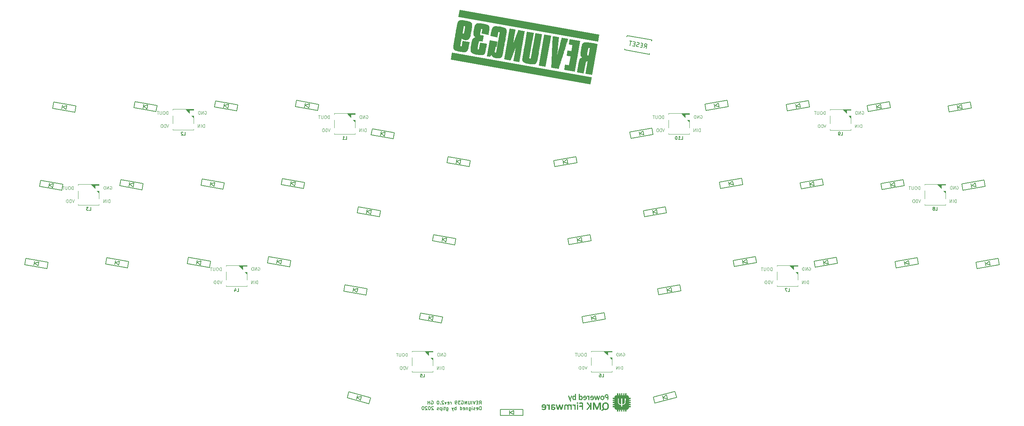
<source format=gbr>
G04 #@! TF.GenerationSoftware,KiCad,Pcbnew,(5.1.6-0-10_14)*
G04 #@! TF.CreationDate,2020-08-27T09:40:30+09:00*
G04 #@! TF.ProjectId,reviung39,72657669-756e-4673-9339-2e6b69636164,2.0*
G04 #@! TF.SameCoordinates,Original*
G04 #@! TF.FileFunction,Legend,Bot*
G04 #@! TF.FilePolarity,Positive*
%FSLAX46Y46*%
G04 Gerber Fmt 4.6, Leading zero omitted, Abs format (unit mm)*
G04 Created by KiCad (PCBNEW (5.1.6-0-10_14)) date 2020-08-27 09:40:30*
%MOMM*%
%LPD*%
G01*
G04 APERTURE LIST*
%ADD10C,0.150000*%
%ADD11C,0.010000*%
%ADD12C,0.100000*%
%ADD13C,0.120000*%
G04 APERTURE END LIST*
D10*
X136894880Y-147686904D02*
X137161547Y-147305952D01*
X137352023Y-147686904D02*
X137352023Y-146886904D01*
X137047261Y-146886904D01*
X136971071Y-146925000D01*
X136932976Y-146963095D01*
X136894880Y-147039285D01*
X136894880Y-147153571D01*
X136932976Y-147229761D01*
X136971071Y-147267857D01*
X137047261Y-147305952D01*
X137352023Y-147305952D01*
X136552023Y-147267857D02*
X136285357Y-147267857D01*
X136171071Y-147686904D02*
X136552023Y-147686904D01*
X136552023Y-146886904D01*
X136171071Y-146886904D01*
X135942500Y-146886904D02*
X135675833Y-147686904D01*
X135409166Y-146886904D01*
X135142500Y-147686904D02*
X135142500Y-146886904D01*
X134761547Y-146886904D02*
X134761547Y-147534523D01*
X134723452Y-147610714D01*
X134685357Y-147648809D01*
X134609166Y-147686904D01*
X134456785Y-147686904D01*
X134380595Y-147648809D01*
X134342500Y-147610714D01*
X134304404Y-147534523D01*
X134304404Y-146886904D01*
X133923452Y-147686904D02*
X133923452Y-146886904D01*
X133466309Y-147686904D01*
X133466309Y-146886904D01*
X132666309Y-146925000D02*
X132742500Y-146886904D01*
X132856785Y-146886904D01*
X132971071Y-146925000D01*
X133047261Y-147001190D01*
X133085357Y-147077380D01*
X133123452Y-147229761D01*
X133123452Y-147344047D01*
X133085357Y-147496428D01*
X133047261Y-147572619D01*
X132971071Y-147648809D01*
X132856785Y-147686904D01*
X132780595Y-147686904D01*
X132666309Y-147648809D01*
X132628214Y-147610714D01*
X132628214Y-147344047D01*
X132780595Y-147344047D01*
X132361547Y-146886904D02*
X131866309Y-146886904D01*
X132132976Y-147191666D01*
X132018690Y-147191666D01*
X131942500Y-147229761D01*
X131904404Y-147267857D01*
X131866309Y-147344047D01*
X131866309Y-147534523D01*
X131904404Y-147610714D01*
X131942500Y-147648809D01*
X132018690Y-147686904D01*
X132247261Y-147686904D01*
X132323452Y-147648809D01*
X132361547Y-147610714D01*
X131485357Y-147686904D02*
X131332976Y-147686904D01*
X131256785Y-147648809D01*
X131218690Y-147610714D01*
X131142500Y-147496428D01*
X131104404Y-147344047D01*
X131104404Y-147039285D01*
X131142500Y-146963095D01*
X131180595Y-146925000D01*
X131256785Y-146886904D01*
X131409166Y-146886904D01*
X131485357Y-146925000D01*
X131523452Y-146963095D01*
X131561547Y-147039285D01*
X131561547Y-147229761D01*
X131523452Y-147305952D01*
X131485357Y-147344047D01*
X131409166Y-147382142D01*
X131256785Y-147382142D01*
X131180595Y-147344047D01*
X131142500Y-147305952D01*
X131104404Y-147229761D01*
X130152023Y-147686904D02*
X130152023Y-147153571D01*
X130152023Y-147305952D02*
X130113928Y-147229761D01*
X130075833Y-147191666D01*
X129999642Y-147153571D01*
X129923452Y-147153571D01*
X129352023Y-147648809D02*
X129428214Y-147686904D01*
X129580595Y-147686904D01*
X129656785Y-147648809D01*
X129694880Y-147572619D01*
X129694880Y-147267857D01*
X129656785Y-147191666D01*
X129580595Y-147153571D01*
X129428214Y-147153571D01*
X129352023Y-147191666D01*
X129313928Y-147267857D01*
X129313928Y-147344047D01*
X129694880Y-147420238D01*
X129047261Y-147153571D02*
X128856785Y-147686904D01*
X128666309Y-147153571D01*
X128399642Y-146963095D02*
X128361547Y-146925000D01*
X128285357Y-146886904D01*
X128094880Y-146886904D01*
X128018690Y-146925000D01*
X127980595Y-146963095D01*
X127942500Y-147039285D01*
X127942500Y-147115476D01*
X127980595Y-147229761D01*
X128437738Y-147686904D01*
X127942500Y-147686904D01*
X127599642Y-147610714D02*
X127561547Y-147648809D01*
X127599642Y-147686904D01*
X127637738Y-147648809D01*
X127599642Y-147610714D01*
X127599642Y-147686904D01*
X127066309Y-146886904D02*
X126990119Y-146886904D01*
X126913928Y-146925000D01*
X126875833Y-146963095D01*
X126837738Y-147039285D01*
X126799642Y-147191666D01*
X126799642Y-147382142D01*
X126837738Y-147534523D01*
X126875833Y-147610714D01*
X126913928Y-147648809D01*
X126990119Y-147686904D01*
X127066309Y-147686904D01*
X127142500Y-147648809D01*
X127180595Y-147610714D01*
X127218690Y-147534523D01*
X127256785Y-147382142D01*
X127256785Y-147191666D01*
X127218690Y-147039285D01*
X127180595Y-146963095D01*
X127142500Y-146925000D01*
X127066309Y-146886904D01*
X125428214Y-146925000D02*
X125504404Y-146886904D01*
X125618690Y-146886904D01*
X125732976Y-146925000D01*
X125809166Y-147001190D01*
X125847261Y-147077380D01*
X125885357Y-147229761D01*
X125885357Y-147344047D01*
X125847261Y-147496428D01*
X125809166Y-147572619D01*
X125732976Y-147648809D01*
X125618690Y-147686904D01*
X125542500Y-147686904D01*
X125428214Y-147648809D01*
X125390119Y-147610714D01*
X125390119Y-147344047D01*
X125542500Y-147344047D01*
X125047261Y-147686904D02*
X125047261Y-146886904D01*
X125047261Y-147267857D02*
X124590119Y-147267857D01*
X124590119Y-147686904D02*
X124590119Y-146886904D01*
X137352023Y-149036904D02*
X137352023Y-148236904D01*
X137161547Y-148236904D01*
X137047261Y-148275000D01*
X136971071Y-148351190D01*
X136932976Y-148427380D01*
X136894880Y-148579761D01*
X136894880Y-148694047D01*
X136932976Y-148846428D01*
X136971071Y-148922619D01*
X137047261Y-148998809D01*
X137161547Y-149036904D01*
X137352023Y-149036904D01*
X136247261Y-148998809D02*
X136323452Y-149036904D01*
X136475833Y-149036904D01*
X136552023Y-148998809D01*
X136590119Y-148922619D01*
X136590119Y-148617857D01*
X136552023Y-148541666D01*
X136475833Y-148503571D01*
X136323452Y-148503571D01*
X136247261Y-148541666D01*
X136209166Y-148617857D01*
X136209166Y-148694047D01*
X136590119Y-148770238D01*
X135904404Y-148998809D02*
X135828214Y-149036904D01*
X135675833Y-149036904D01*
X135599642Y-148998809D01*
X135561547Y-148922619D01*
X135561547Y-148884523D01*
X135599642Y-148808333D01*
X135675833Y-148770238D01*
X135790119Y-148770238D01*
X135866309Y-148732142D01*
X135904404Y-148655952D01*
X135904404Y-148617857D01*
X135866309Y-148541666D01*
X135790119Y-148503571D01*
X135675833Y-148503571D01*
X135599642Y-148541666D01*
X135218690Y-149036904D02*
X135218690Y-148503571D01*
X135218690Y-148236904D02*
X135256785Y-148275000D01*
X135218690Y-148313095D01*
X135180595Y-148275000D01*
X135218690Y-148236904D01*
X135218690Y-148313095D01*
X134494880Y-148503571D02*
X134494880Y-149151190D01*
X134532976Y-149227380D01*
X134571071Y-149265476D01*
X134647261Y-149303571D01*
X134761547Y-149303571D01*
X134837738Y-149265476D01*
X134494880Y-148998809D02*
X134571071Y-149036904D01*
X134723452Y-149036904D01*
X134799642Y-148998809D01*
X134837738Y-148960714D01*
X134875833Y-148884523D01*
X134875833Y-148655952D01*
X134837738Y-148579761D01*
X134799642Y-148541666D01*
X134723452Y-148503571D01*
X134571071Y-148503571D01*
X134494880Y-148541666D01*
X134113928Y-148503571D02*
X134113928Y-149036904D01*
X134113928Y-148579761D02*
X134075833Y-148541666D01*
X133999642Y-148503571D01*
X133885357Y-148503571D01*
X133809166Y-148541666D01*
X133771071Y-148617857D01*
X133771071Y-149036904D01*
X133085357Y-148998809D02*
X133161547Y-149036904D01*
X133313928Y-149036904D01*
X133390119Y-148998809D01*
X133428214Y-148922619D01*
X133428214Y-148617857D01*
X133390119Y-148541666D01*
X133313928Y-148503571D01*
X133161547Y-148503571D01*
X133085357Y-148541666D01*
X133047261Y-148617857D01*
X133047261Y-148694047D01*
X133428214Y-148770238D01*
X132361547Y-149036904D02*
X132361547Y-148236904D01*
X132361547Y-148998809D02*
X132437738Y-149036904D01*
X132590119Y-149036904D01*
X132666309Y-148998809D01*
X132704404Y-148960714D01*
X132742500Y-148884523D01*
X132742500Y-148655952D01*
X132704404Y-148579761D01*
X132666309Y-148541666D01*
X132590119Y-148503571D01*
X132437738Y-148503571D01*
X132361547Y-148541666D01*
X131371071Y-149036904D02*
X131371071Y-148236904D01*
X131371071Y-148541666D02*
X131294880Y-148503571D01*
X131142500Y-148503571D01*
X131066309Y-148541666D01*
X131028214Y-148579761D01*
X130990119Y-148655952D01*
X130990119Y-148884523D01*
X131028214Y-148960714D01*
X131066309Y-148998809D01*
X131142500Y-149036904D01*
X131294880Y-149036904D01*
X131371071Y-148998809D01*
X130723452Y-148503571D02*
X130532976Y-149036904D01*
X130342500Y-148503571D02*
X130532976Y-149036904D01*
X130609166Y-149227380D01*
X130647261Y-149265476D01*
X130723452Y-149303571D01*
X129085357Y-148503571D02*
X129085357Y-149151190D01*
X129123452Y-149227380D01*
X129161547Y-149265476D01*
X129237738Y-149303571D01*
X129352023Y-149303571D01*
X129428214Y-149265476D01*
X129085357Y-148998809D02*
X129161547Y-149036904D01*
X129313928Y-149036904D01*
X129390119Y-148998809D01*
X129428214Y-148960714D01*
X129466309Y-148884523D01*
X129466309Y-148655952D01*
X129428214Y-148579761D01*
X129390119Y-148541666D01*
X129313928Y-148503571D01*
X129161547Y-148503571D01*
X129085357Y-148541666D01*
X128818690Y-148503571D02*
X128513928Y-148503571D01*
X128704404Y-148236904D02*
X128704404Y-148922619D01*
X128666309Y-148998809D01*
X128590119Y-149036904D01*
X128513928Y-149036904D01*
X128247261Y-149036904D02*
X128247261Y-148503571D01*
X128247261Y-148236904D02*
X128285357Y-148275000D01*
X128247261Y-148313095D01*
X128209166Y-148275000D01*
X128247261Y-148236904D01*
X128247261Y-148313095D01*
X127866309Y-148503571D02*
X127866309Y-149303571D01*
X127866309Y-148541666D02*
X127790119Y-148503571D01*
X127637738Y-148503571D01*
X127561547Y-148541666D01*
X127523452Y-148579761D01*
X127485357Y-148655952D01*
X127485357Y-148884523D01*
X127523452Y-148960714D01*
X127561547Y-148998809D01*
X127637738Y-149036904D01*
X127790119Y-149036904D01*
X127866309Y-148998809D01*
X127180595Y-148998809D02*
X127104404Y-149036904D01*
X126952023Y-149036904D01*
X126875833Y-148998809D01*
X126837738Y-148922619D01*
X126837738Y-148884523D01*
X126875833Y-148808333D01*
X126952023Y-148770238D01*
X127066309Y-148770238D01*
X127142500Y-148732142D01*
X127180595Y-148655952D01*
X127180595Y-148617857D01*
X127142500Y-148541666D01*
X127066309Y-148503571D01*
X126952023Y-148503571D01*
X126875833Y-148541666D01*
X125923452Y-148313095D02*
X125885357Y-148275000D01*
X125809166Y-148236904D01*
X125618690Y-148236904D01*
X125542500Y-148275000D01*
X125504404Y-148313095D01*
X125466309Y-148389285D01*
X125466309Y-148465476D01*
X125504404Y-148579761D01*
X125961547Y-149036904D01*
X125466309Y-149036904D01*
X124971071Y-148236904D02*
X124894880Y-148236904D01*
X124818690Y-148275000D01*
X124780595Y-148313095D01*
X124742500Y-148389285D01*
X124704404Y-148541666D01*
X124704404Y-148732142D01*
X124742500Y-148884523D01*
X124780595Y-148960714D01*
X124818690Y-148998809D01*
X124894880Y-149036904D01*
X124971071Y-149036904D01*
X125047261Y-148998809D01*
X125085357Y-148960714D01*
X125123452Y-148884523D01*
X125161547Y-148732142D01*
X125161547Y-148541666D01*
X125123452Y-148389285D01*
X125085357Y-148313095D01*
X125047261Y-148275000D01*
X124971071Y-148236904D01*
X124399642Y-148313095D02*
X124361547Y-148275000D01*
X124285357Y-148236904D01*
X124094880Y-148236904D01*
X124018690Y-148275000D01*
X123980595Y-148313095D01*
X123942500Y-148389285D01*
X123942500Y-148465476D01*
X123980595Y-148579761D01*
X124437738Y-149036904D01*
X123942500Y-149036904D01*
X123447261Y-148236904D02*
X123371071Y-148236904D01*
X123294880Y-148275000D01*
X123256785Y-148313095D01*
X123218690Y-148389285D01*
X123180595Y-148541666D01*
X123180595Y-148732142D01*
X123218690Y-148884523D01*
X123256785Y-148960714D01*
X123294880Y-148998809D01*
X123371071Y-149036904D01*
X123447261Y-149036904D01*
X123523452Y-148998809D01*
X123561547Y-148960714D01*
X123599642Y-148884523D01*
X123637738Y-148732142D01*
X123637738Y-148541666D01*
X123599642Y-148389285D01*
X123561547Y-148313095D01*
X123523452Y-148275000D01*
X123447261Y-148236904D01*
D11*
G36*
X130112895Y-64965045D02*
G01*
X163485897Y-70849605D01*
X163765239Y-69265378D01*
X130392237Y-63380817D01*
X130112895Y-64965045D01*
G37*
X130112895Y-64965045D02*
X163485897Y-70849605D01*
X163765239Y-69265378D01*
X130392237Y-63380817D01*
X130112895Y-64965045D01*
G36*
X149803706Y-61656652D02*
G01*
X149729658Y-62076667D01*
X149662586Y-62456991D01*
X149602075Y-62799616D01*
X149547706Y-63106533D01*
X149499062Y-63379733D01*
X149455726Y-63621209D01*
X149417280Y-63832951D01*
X149383309Y-64016951D01*
X149353393Y-64175202D01*
X149327115Y-64309694D01*
X149304059Y-64422419D01*
X149283807Y-64515368D01*
X149265942Y-64590533D01*
X149250046Y-64649906D01*
X149235702Y-64695478D01*
X149222492Y-64729240D01*
X149210000Y-64753185D01*
X149197808Y-64769303D01*
X149185500Y-64779586D01*
X149172656Y-64786027D01*
X149158861Y-64790616D01*
X149146184Y-64794512D01*
X149062863Y-64802766D01*
X148974872Y-64782103D01*
X148901016Y-64737892D01*
X148883335Y-64719518D01*
X148833718Y-64658899D01*
X149363412Y-61623176D01*
X149893106Y-58587452D01*
X148349968Y-58315356D01*
X147788029Y-61542342D01*
X147712544Y-61976029D01*
X147644054Y-62370011D01*
X147582235Y-62726279D01*
X147526759Y-63046823D01*
X147477300Y-63333634D01*
X147433533Y-63588702D01*
X147395130Y-63814019D01*
X147361764Y-64011573D01*
X147333110Y-64183355D01*
X147308841Y-64331357D01*
X147288631Y-64457569D01*
X147272153Y-64563981D01*
X147259080Y-64652583D01*
X147249086Y-64725366D01*
X147241845Y-64784320D01*
X147237030Y-64831437D01*
X147234314Y-64868705D01*
X147233373Y-64898118D01*
X147233850Y-64921151D01*
X147251673Y-65113393D01*
X147284934Y-65270666D01*
X147335754Y-65398182D01*
X147406250Y-65501152D01*
X147498543Y-65584791D01*
X147505646Y-65589895D01*
X147621067Y-65657810D01*
X147774995Y-65726145D01*
X147963644Y-65793510D01*
X148183225Y-65858513D01*
X148356497Y-65902627D01*
X148533360Y-65943946D01*
X148685998Y-65976920D01*
X148827519Y-66003840D01*
X148971029Y-66026993D01*
X149129640Y-66048672D01*
X149316457Y-66071166D01*
X149330525Y-66072783D01*
X149583739Y-66095009D01*
X149809527Y-66100774D01*
X150005305Y-66090299D01*
X150168494Y-66063797D01*
X150296510Y-66021491D01*
X150359056Y-65986032D01*
X150459911Y-65892964D01*
X150552208Y-65762419D01*
X150636542Y-65593243D01*
X150713508Y-65384283D01*
X150770119Y-65187905D01*
X150785242Y-65122544D01*
X150807305Y-65016188D01*
X150836170Y-64869577D01*
X150871703Y-64683454D01*
X150913766Y-64458561D01*
X150962225Y-64195638D01*
X151016943Y-63895428D01*
X151077783Y-63558672D01*
X151144610Y-63186114D01*
X151217289Y-62778494D01*
X151295682Y-62336554D01*
X151367941Y-61927482D01*
X151894648Y-58940378D01*
X150331266Y-58664712D01*
X149803706Y-61656652D01*
G37*
X149803706Y-61656652D02*
X149729658Y-62076667D01*
X149662586Y-62456991D01*
X149602075Y-62799616D01*
X149547706Y-63106533D01*
X149499062Y-63379733D01*
X149455726Y-63621209D01*
X149417280Y-63832951D01*
X149383309Y-64016951D01*
X149353393Y-64175202D01*
X149327115Y-64309694D01*
X149304059Y-64422419D01*
X149283807Y-64515368D01*
X149265942Y-64590533D01*
X149250046Y-64649906D01*
X149235702Y-64695478D01*
X149222492Y-64729240D01*
X149210000Y-64753185D01*
X149197808Y-64769303D01*
X149185500Y-64779586D01*
X149172656Y-64786027D01*
X149158861Y-64790616D01*
X149146184Y-64794512D01*
X149062863Y-64802766D01*
X148974872Y-64782103D01*
X148901016Y-64737892D01*
X148883335Y-64719518D01*
X148833718Y-64658899D01*
X149363412Y-61623176D01*
X149893106Y-58587452D01*
X148349968Y-58315356D01*
X147788029Y-61542342D01*
X147712544Y-61976029D01*
X147644054Y-62370011D01*
X147582235Y-62726279D01*
X147526759Y-63046823D01*
X147477300Y-63333634D01*
X147433533Y-63588702D01*
X147395130Y-63814019D01*
X147361764Y-64011573D01*
X147333110Y-64183355D01*
X147308841Y-64331357D01*
X147288631Y-64457569D01*
X147272153Y-64563981D01*
X147259080Y-64652583D01*
X147249086Y-64725366D01*
X147241845Y-64784320D01*
X147237030Y-64831437D01*
X147234314Y-64868705D01*
X147233373Y-64898118D01*
X147233850Y-64921151D01*
X147251673Y-65113393D01*
X147284934Y-65270666D01*
X147335754Y-65398182D01*
X147406250Y-65501152D01*
X147498543Y-65584791D01*
X147505646Y-65589895D01*
X147621067Y-65657810D01*
X147774995Y-65726145D01*
X147963644Y-65793510D01*
X148183225Y-65858513D01*
X148356497Y-65902627D01*
X148533360Y-65943946D01*
X148685998Y-65976920D01*
X148827519Y-66003840D01*
X148971029Y-66026993D01*
X149129640Y-66048672D01*
X149316457Y-66071166D01*
X149330525Y-66072783D01*
X149583739Y-66095009D01*
X149809527Y-66100774D01*
X150005305Y-66090299D01*
X150168494Y-66063797D01*
X150296510Y-66021491D01*
X150359056Y-65986032D01*
X150459911Y-65892964D01*
X150552208Y-65762419D01*
X150636542Y-65593243D01*
X150713508Y-65384283D01*
X150770119Y-65187905D01*
X150785242Y-65122544D01*
X150807305Y-65016188D01*
X150836170Y-64869577D01*
X150871703Y-64683454D01*
X150913766Y-64458561D01*
X150962225Y-64195638D01*
X151016943Y-63895428D01*
X151077783Y-63558672D01*
X151144610Y-63186114D01*
X151217289Y-62778494D01*
X151295682Y-62336554D01*
X151367941Y-61927482D01*
X151894648Y-58940378D01*
X150331266Y-58664712D01*
X149803706Y-61656652D01*
G36*
X141545411Y-57077971D02*
G01*
X141286394Y-57047291D01*
X141045547Y-57029453D01*
X140827782Y-57024893D01*
X140638009Y-57034045D01*
X140481145Y-57057344D01*
X140431307Y-57069962D01*
X140338397Y-57105059D01*
X140254281Y-57155326D01*
X140177801Y-57223440D01*
X140107800Y-57312075D01*
X140043117Y-57423907D01*
X139982593Y-57561611D01*
X139925071Y-57727864D01*
X139869390Y-57925340D01*
X139814394Y-58156714D01*
X139758923Y-58424662D01*
X139701817Y-58731860D01*
X139695104Y-58769765D01*
X139596398Y-59329555D01*
X141157976Y-59604903D01*
X141270601Y-59001916D01*
X141383228Y-58398930D01*
X141446913Y-58354363D01*
X141524960Y-58321606D01*
X141614069Y-58316377D01*
X141696253Y-58338583D01*
X141723984Y-58355762D01*
X141738405Y-58366975D01*
X141751019Y-58378535D01*
X141761518Y-58392723D01*
X141769592Y-58411817D01*
X141774930Y-58438097D01*
X141777225Y-58473843D01*
X141776166Y-58521332D01*
X141771441Y-58582845D01*
X141762744Y-58660660D01*
X141749764Y-58757056D01*
X141732189Y-58874312D01*
X141709713Y-59014708D01*
X141682024Y-59180523D01*
X141648813Y-59374036D01*
X141609771Y-59597525D01*
X141564587Y-59853270D01*
X141512951Y-60143549D01*
X141454555Y-60470644D01*
X141389089Y-60836831D01*
X141379762Y-60888993D01*
X141315046Y-61250808D01*
X141257286Y-61573263D01*
X141206032Y-61858677D01*
X141160831Y-62109370D01*
X141121232Y-62327661D01*
X141086780Y-62515867D01*
X141057025Y-62676311D01*
X141031513Y-62811311D01*
X141009792Y-62923186D01*
X140991410Y-63014254D01*
X140975915Y-63086837D01*
X140962854Y-63143253D01*
X140951775Y-63185823D01*
X140942226Y-63216864D01*
X140933753Y-63238696D01*
X140925906Y-63253639D01*
X140918231Y-63264012D01*
X140916094Y-63266368D01*
X140844062Y-63315045D01*
X140759689Y-63329858D01*
X140674356Y-63312003D01*
X140599446Y-63262675D01*
X140571932Y-63230190D01*
X140530926Y-63171628D01*
X140762820Y-61856492D01*
X141033806Y-61904274D01*
X141239637Y-60736949D01*
X139405269Y-60413500D01*
X138743669Y-64165618D01*
X139092907Y-64226713D01*
X139442146Y-64287808D01*
X139789941Y-63862503D01*
X139921476Y-64050354D01*
X140047909Y-64208910D01*
X140182981Y-64332261D01*
X140335392Y-64427530D01*
X140438660Y-64474130D01*
X140549014Y-64511843D01*
X140688909Y-64550214D01*
X140845689Y-64586531D01*
X141006694Y-64618081D01*
X141159269Y-64642150D01*
X141285552Y-64655664D01*
X141508170Y-64662833D01*
X141697368Y-64649075D01*
X141857251Y-64613065D01*
X141991920Y-64553476D01*
X142105477Y-64468984D01*
X142200764Y-64360012D01*
X142228416Y-64322233D01*
X142253366Y-64288090D01*
X142276117Y-64255352D01*
X142297174Y-64221791D01*
X142317041Y-64185177D01*
X142336226Y-64143279D01*
X142355233Y-64093867D01*
X142374566Y-64034713D01*
X142394732Y-63963586D01*
X142416234Y-63878256D01*
X142439577Y-63776494D01*
X142465269Y-63656070D01*
X142493812Y-63514753D01*
X142525713Y-63350315D01*
X142561477Y-63160526D01*
X142601608Y-62943154D01*
X142646612Y-62695972D01*
X142696993Y-62416748D01*
X142753258Y-62103254D01*
X142815910Y-61753259D01*
X142885457Y-61364533D01*
X142908566Y-61235411D01*
X142981631Y-60827130D01*
X143047542Y-60458250D01*
X143106629Y-60126502D01*
X143159218Y-59829619D01*
X143205636Y-59565336D01*
X143246212Y-59331382D01*
X143281272Y-59125493D01*
X143311145Y-58945399D01*
X143336158Y-58788835D01*
X143356637Y-58653532D01*
X143372911Y-58537224D01*
X143385307Y-58437644D01*
X143394153Y-58352524D01*
X143399775Y-58279596D01*
X143402500Y-58216594D01*
X143402658Y-58161251D01*
X143400576Y-58111298D01*
X143396579Y-58064469D01*
X143390997Y-58018496D01*
X143384155Y-57971112D01*
X143382024Y-57957058D01*
X143353758Y-57832338D01*
X143307363Y-57723210D01*
X143239540Y-57627318D01*
X143146987Y-57542301D01*
X143026405Y-57465801D01*
X142874491Y-57395459D01*
X142687942Y-57328916D01*
X142463462Y-57263813D01*
X142382349Y-57242715D01*
X142098301Y-57176117D01*
X141817685Y-57121057D01*
X141545411Y-57077971D01*
G37*
X141545411Y-57077971D02*
X141286394Y-57047291D01*
X141045547Y-57029453D01*
X140827782Y-57024893D01*
X140638009Y-57034045D01*
X140481145Y-57057344D01*
X140431307Y-57069962D01*
X140338397Y-57105059D01*
X140254281Y-57155326D01*
X140177801Y-57223440D01*
X140107800Y-57312075D01*
X140043117Y-57423907D01*
X139982593Y-57561611D01*
X139925071Y-57727864D01*
X139869390Y-57925340D01*
X139814394Y-58156714D01*
X139758923Y-58424662D01*
X139701817Y-58731860D01*
X139695104Y-58769765D01*
X139596398Y-59329555D01*
X141157976Y-59604903D01*
X141270601Y-59001916D01*
X141383228Y-58398930D01*
X141446913Y-58354363D01*
X141524960Y-58321606D01*
X141614069Y-58316377D01*
X141696253Y-58338583D01*
X141723984Y-58355762D01*
X141738405Y-58366975D01*
X141751019Y-58378535D01*
X141761518Y-58392723D01*
X141769592Y-58411817D01*
X141774930Y-58438097D01*
X141777225Y-58473843D01*
X141776166Y-58521332D01*
X141771441Y-58582845D01*
X141762744Y-58660660D01*
X141749764Y-58757056D01*
X141732189Y-58874312D01*
X141709713Y-59014708D01*
X141682024Y-59180523D01*
X141648813Y-59374036D01*
X141609771Y-59597525D01*
X141564587Y-59853270D01*
X141512951Y-60143549D01*
X141454555Y-60470644D01*
X141389089Y-60836831D01*
X141379762Y-60888993D01*
X141315046Y-61250808D01*
X141257286Y-61573263D01*
X141206032Y-61858677D01*
X141160831Y-62109370D01*
X141121232Y-62327661D01*
X141086780Y-62515867D01*
X141057025Y-62676311D01*
X141031513Y-62811311D01*
X141009792Y-62923186D01*
X140991410Y-63014254D01*
X140975915Y-63086837D01*
X140962854Y-63143253D01*
X140951775Y-63185823D01*
X140942226Y-63216864D01*
X140933753Y-63238696D01*
X140925906Y-63253639D01*
X140918231Y-63264012D01*
X140916094Y-63266368D01*
X140844062Y-63315045D01*
X140759689Y-63329858D01*
X140674356Y-63312003D01*
X140599446Y-63262675D01*
X140571932Y-63230190D01*
X140530926Y-63171628D01*
X140762820Y-61856492D01*
X141033806Y-61904274D01*
X141239637Y-60736949D01*
X139405269Y-60413500D01*
X138743669Y-64165618D01*
X139092907Y-64226713D01*
X139442146Y-64287808D01*
X139789941Y-63862503D01*
X139921476Y-64050354D01*
X140047909Y-64208910D01*
X140182981Y-64332261D01*
X140335392Y-64427530D01*
X140438660Y-64474130D01*
X140549014Y-64511843D01*
X140688909Y-64550214D01*
X140845689Y-64586531D01*
X141006694Y-64618081D01*
X141159269Y-64642150D01*
X141285552Y-64655664D01*
X141508170Y-64662833D01*
X141697368Y-64649075D01*
X141857251Y-64613065D01*
X141991920Y-64553476D01*
X142105477Y-64468984D01*
X142200764Y-64360012D01*
X142228416Y-64322233D01*
X142253366Y-64288090D01*
X142276117Y-64255352D01*
X142297174Y-64221791D01*
X142317041Y-64185177D01*
X142336226Y-64143279D01*
X142355233Y-64093867D01*
X142374566Y-64034713D01*
X142394732Y-63963586D01*
X142416234Y-63878256D01*
X142439577Y-63776494D01*
X142465269Y-63656070D01*
X142493812Y-63514753D01*
X142525713Y-63350315D01*
X142561477Y-63160526D01*
X142601608Y-62943154D01*
X142646612Y-62695972D01*
X142696993Y-62416748D01*
X142753258Y-62103254D01*
X142815910Y-61753259D01*
X142885457Y-61364533D01*
X142908566Y-61235411D01*
X142981631Y-60827130D01*
X143047542Y-60458250D01*
X143106629Y-60126502D01*
X143159218Y-59829619D01*
X143205636Y-59565336D01*
X143246212Y-59331382D01*
X143281272Y-59125493D01*
X143311145Y-58945399D01*
X143336158Y-58788835D01*
X143356637Y-58653532D01*
X143372911Y-58537224D01*
X143385307Y-58437644D01*
X143394153Y-58352524D01*
X143399775Y-58279596D01*
X143402500Y-58216594D01*
X143402658Y-58161251D01*
X143400576Y-58111298D01*
X143396579Y-58064469D01*
X143390997Y-58018496D01*
X143384155Y-57971112D01*
X143382024Y-57957058D01*
X143353758Y-57832338D01*
X143307363Y-57723210D01*
X143239540Y-57627318D01*
X143146987Y-57542301D01*
X143026405Y-57465801D01*
X142874491Y-57395459D01*
X142687942Y-57328916D01*
X142463462Y-57263813D01*
X142382349Y-57242715D01*
X142098301Y-57176117D01*
X141817685Y-57121057D01*
X141545411Y-57077971D01*
G36*
X137524973Y-56369882D02*
G01*
X137276163Y-56336763D01*
X137038508Y-56313455D01*
X136819529Y-56301106D01*
X136626755Y-56300860D01*
X136493777Y-56310465D01*
X136342263Y-56337966D01*
X136220951Y-56383863D01*
X136119724Y-56453650D01*
X136028465Y-56552820D01*
X136015231Y-56570272D01*
X135954332Y-56661714D01*
X135895481Y-56765726D01*
X135851194Y-56860147D01*
X135850411Y-56862118D01*
X135801141Y-57002955D01*
X135751557Y-57174110D01*
X135702922Y-57368370D01*
X135656503Y-57578519D01*
X135613563Y-57797345D01*
X135575369Y-58017634D01*
X135543185Y-58232171D01*
X135518275Y-58433745D01*
X135501906Y-58615139D01*
X135495341Y-58769143D01*
X135498211Y-58870547D01*
X135532075Y-59072481D01*
X135601226Y-59251770D01*
X135707095Y-59411038D01*
X135851110Y-59552905D01*
X135884558Y-59579377D01*
X136006029Y-59672267D01*
X135830119Y-59722535D01*
X135671396Y-59780877D01*
X135531752Y-59857782D01*
X135420324Y-59947707D01*
X135376736Y-59997549D01*
X135324773Y-60077072D01*
X135275514Y-60175613D01*
X135228056Y-60296355D01*
X135181496Y-60442483D01*
X135134932Y-60617181D01*
X135087460Y-60823630D01*
X135038181Y-61065015D01*
X134986188Y-61344519D01*
X134971660Y-61426417D01*
X134918976Y-61737755D01*
X134877357Y-62011409D01*
X134846735Y-62250536D01*
X134827039Y-62458294D01*
X134818204Y-62637844D01*
X134820158Y-62792340D01*
X134832834Y-62924943D01*
X134856162Y-63038811D01*
X134890074Y-63137102D01*
X134932603Y-63219869D01*
X135005672Y-63309628D01*
X135113535Y-63394255D01*
X135258152Y-63474867D01*
X135441484Y-63552587D01*
X135627246Y-63616584D01*
X135718161Y-63642005D01*
X135842447Y-63671907D01*
X135991581Y-63704656D01*
X136157046Y-63738614D01*
X136330321Y-63772149D01*
X136502887Y-63803623D01*
X136666222Y-63831401D01*
X136811809Y-63853848D01*
X136931127Y-63869330D01*
X136959223Y-63872247D01*
X137163845Y-63886184D01*
X137360028Y-63888717D01*
X137538322Y-63880132D01*
X137689278Y-63860713D01*
X137745685Y-63848537D01*
X137860138Y-63809137D01*
X137958411Y-63750246D01*
X138045294Y-63666808D01*
X138125575Y-63553765D01*
X138204047Y-63406057D01*
X138240388Y-63326145D01*
X138255603Y-63287461D01*
X138271382Y-63238430D01*
X138288546Y-63175254D01*
X138307912Y-63094134D01*
X138330302Y-62991276D01*
X138356530Y-62862879D01*
X138387419Y-62705148D01*
X138423784Y-62514285D01*
X138466447Y-62286492D01*
X138478427Y-62222073D01*
X138659135Y-61249131D01*
X137113669Y-60976623D01*
X136986744Y-61696448D01*
X136949966Y-61903523D01*
X136918948Y-62072964D01*
X136892448Y-62208888D01*
X136869220Y-62315410D01*
X136848022Y-62396645D01*
X136827610Y-62456710D01*
X136806740Y-62499721D01*
X136784170Y-62529794D01*
X136758654Y-62551045D01*
X136728950Y-62567590D01*
X136722632Y-62570586D01*
X136646295Y-62586136D01*
X136565629Y-62571431D01*
X136493275Y-62532350D01*
X136441871Y-62474770D01*
X136426133Y-62432713D01*
X136427228Y-62398716D01*
X136435385Y-62327397D01*
X136449950Y-62223058D01*
X136470267Y-62089999D01*
X136495681Y-61932524D01*
X136525537Y-61754934D01*
X136556824Y-61574875D01*
X136595058Y-61358849D01*
X136627296Y-61180402D01*
X136654779Y-61035403D01*
X136678749Y-60919722D01*
X136700449Y-60829227D01*
X136721120Y-60759788D01*
X136742005Y-60707273D01*
X136764345Y-60667552D01*
X136789382Y-60636494D01*
X136818359Y-60609969D01*
X136852518Y-60583845D01*
X136855453Y-60581692D01*
X136903357Y-60552887D01*
X136957786Y-60535235D01*
X137025806Y-60528567D01*
X137114487Y-60532708D01*
X137230900Y-60547487D01*
X137362807Y-60569316D01*
X137649447Y-60619738D01*
X137880533Y-59309184D01*
X137518354Y-59238563D01*
X137384600Y-59212439D01*
X137276061Y-59188479D01*
X137190878Y-59162323D01*
X137127189Y-59129613D01*
X137083136Y-59085989D01*
X137056859Y-59027093D01*
X137046496Y-58948564D01*
X137050189Y-58846044D01*
X137066078Y-58715173D01*
X137092302Y-58551592D01*
X137127001Y-58350942D01*
X137130654Y-58329891D01*
X137163004Y-58146179D01*
X137190346Y-57999577D01*
X137214134Y-57885357D01*
X137235824Y-57798790D01*
X137256871Y-57735150D01*
X137278733Y-57689708D01*
X137302863Y-57657738D01*
X137330717Y-57634510D01*
X137348038Y-57623814D01*
X137393459Y-57613013D01*
X137458470Y-57613773D01*
X137482808Y-57617129D01*
X137553203Y-57636611D01*
X137600770Y-57671511D01*
X137622946Y-57699602D01*
X137669128Y-57765507D01*
X137591288Y-58245678D01*
X137513446Y-58725850D01*
X139056974Y-58998015D01*
X139169616Y-58303228D01*
X139202376Y-58098598D01*
X139228222Y-57930653D01*
X139247763Y-57794417D01*
X139261605Y-57684918D01*
X139270354Y-57597180D01*
X139274618Y-57526228D01*
X139275003Y-57467087D01*
X139274217Y-57445824D01*
X139255885Y-57257969D01*
X139218503Y-57102400D01*
X139157960Y-56973626D01*
X139070146Y-56866154D01*
X138950946Y-56774488D01*
X138796252Y-56693138D01*
X138672955Y-56642521D01*
X138481250Y-56577542D01*
X138263074Y-56516643D01*
X138025953Y-56460969D01*
X137777411Y-56411666D01*
X137524973Y-56369882D01*
G37*
X137524973Y-56369882D02*
X137276163Y-56336763D01*
X137038508Y-56313455D01*
X136819529Y-56301106D01*
X136626755Y-56300860D01*
X136493777Y-56310465D01*
X136342263Y-56337966D01*
X136220951Y-56383863D01*
X136119724Y-56453650D01*
X136028465Y-56552820D01*
X136015231Y-56570272D01*
X135954332Y-56661714D01*
X135895481Y-56765726D01*
X135851194Y-56860147D01*
X135850411Y-56862118D01*
X135801141Y-57002955D01*
X135751557Y-57174110D01*
X135702922Y-57368370D01*
X135656503Y-57578519D01*
X135613563Y-57797345D01*
X135575369Y-58017634D01*
X135543185Y-58232171D01*
X135518275Y-58433745D01*
X135501906Y-58615139D01*
X135495341Y-58769143D01*
X135498211Y-58870547D01*
X135532075Y-59072481D01*
X135601226Y-59251770D01*
X135707095Y-59411038D01*
X135851110Y-59552905D01*
X135884558Y-59579377D01*
X136006029Y-59672267D01*
X135830119Y-59722535D01*
X135671396Y-59780877D01*
X135531752Y-59857782D01*
X135420324Y-59947707D01*
X135376736Y-59997549D01*
X135324773Y-60077072D01*
X135275514Y-60175613D01*
X135228056Y-60296355D01*
X135181496Y-60442483D01*
X135134932Y-60617181D01*
X135087460Y-60823630D01*
X135038181Y-61065015D01*
X134986188Y-61344519D01*
X134971660Y-61426417D01*
X134918976Y-61737755D01*
X134877357Y-62011409D01*
X134846735Y-62250536D01*
X134827039Y-62458294D01*
X134818204Y-62637844D01*
X134820158Y-62792340D01*
X134832834Y-62924943D01*
X134856162Y-63038811D01*
X134890074Y-63137102D01*
X134932603Y-63219869D01*
X135005672Y-63309628D01*
X135113535Y-63394255D01*
X135258152Y-63474867D01*
X135441484Y-63552587D01*
X135627246Y-63616584D01*
X135718161Y-63642005D01*
X135842447Y-63671907D01*
X135991581Y-63704656D01*
X136157046Y-63738614D01*
X136330321Y-63772149D01*
X136502887Y-63803623D01*
X136666222Y-63831401D01*
X136811809Y-63853848D01*
X136931127Y-63869330D01*
X136959223Y-63872247D01*
X137163845Y-63886184D01*
X137360028Y-63888717D01*
X137538322Y-63880132D01*
X137689278Y-63860713D01*
X137745685Y-63848537D01*
X137860138Y-63809137D01*
X137958411Y-63750246D01*
X138045294Y-63666808D01*
X138125575Y-63553765D01*
X138204047Y-63406057D01*
X138240388Y-63326145D01*
X138255603Y-63287461D01*
X138271382Y-63238430D01*
X138288546Y-63175254D01*
X138307912Y-63094134D01*
X138330302Y-62991276D01*
X138356530Y-62862879D01*
X138387419Y-62705148D01*
X138423784Y-62514285D01*
X138466447Y-62286492D01*
X138478427Y-62222073D01*
X138659135Y-61249131D01*
X137113669Y-60976623D01*
X136986744Y-61696448D01*
X136949966Y-61903523D01*
X136918948Y-62072964D01*
X136892448Y-62208888D01*
X136869220Y-62315410D01*
X136848022Y-62396645D01*
X136827610Y-62456710D01*
X136806740Y-62499721D01*
X136784170Y-62529794D01*
X136758654Y-62551045D01*
X136728950Y-62567590D01*
X136722632Y-62570586D01*
X136646295Y-62586136D01*
X136565629Y-62571431D01*
X136493275Y-62532350D01*
X136441871Y-62474770D01*
X136426133Y-62432713D01*
X136427228Y-62398716D01*
X136435385Y-62327397D01*
X136449950Y-62223058D01*
X136470267Y-62089999D01*
X136495681Y-61932524D01*
X136525537Y-61754934D01*
X136556824Y-61574875D01*
X136595058Y-61358849D01*
X136627296Y-61180402D01*
X136654779Y-61035403D01*
X136678749Y-60919722D01*
X136700449Y-60829227D01*
X136721120Y-60759788D01*
X136742005Y-60707273D01*
X136764345Y-60667552D01*
X136789382Y-60636494D01*
X136818359Y-60609969D01*
X136852518Y-60583845D01*
X136855453Y-60581692D01*
X136903357Y-60552887D01*
X136957786Y-60535235D01*
X137025806Y-60528567D01*
X137114487Y-60532708D01*
X137230900Y-60547487D01*
X137362807Y-60569316D01*
X137649447Y-60619738D01*
X137880533Y-59309184D01*
X137518354Y-59238563D01*
X137384600Y-59212439D01*
X137276061Y-59188479D01*
X137190878Y-59162323D01*
X137127189Y-59129613D01*
X137083136Y-59085989D01*
X137056859Y-59027093D01*
X137046496Y-58948564D01*
X137050189Y-58846044D01*
X137066078Y-58715173D01*
X137092302Y-58551592D01*
X137127001Y-58350942D01*
X137130654Y-58329891D01*
X137163004Y-58146179D01*
X137190346Y-57999577D01*
X137214134Y-57885357D01*
X137235824Y-57798790D01*
X137256871Y-57735150D01*
X137278733Y-57689708D01*
X137302863Y-57657738D01*
X137330717Y-57634510D01*
X137348038Y-57623814D01*
X137393459Y-57613013D01*
X137458470Y-57613773D01*
X137482808Y-57617129D01*
X137553203Y-57636611D01*
X137600770Y-57671511D01*
X137622946Y-57699602D01*
X137669128Y-57765507D01*
X137591288Y-58245678D01*
X137513446Y-58725850D01*
X139056974Y-58998015D01*
X139169616Y-58303228D01*
X139202376Y-58098598D01*
X139228222Y-57930653D01*
X139247763Y-57794417D01*
X139261605Y-57684918D01*
X139270354Y-57597180D01*
X139274618Y-57526228D01*
X139275003Y-57467087D01*
X139274217Y-57445824D01*
X139255885Y-57257969D01*
X139218503Y-57102400D01*
X139157960Y-56973626D01*
X139070146Y-56866154D01*
X138950946Y-56774488D01*
X138796252Y-56693138D01*
X138672955Y-56642521D01*
X138481250Y-56577542D01*
X138263074Y-56516643D01*
X138025953Y-56460969D01*
X137777411Y-56411666D01*
X137524973Y-56369882D01*
G36*
X133437811Y-55648074D02*
G01*
X133186374Y-55613163D01*
X132944954Y-55588110D01*
X132721118Y-55574098D01*
X132522429Y-55572311D01*
X132366448Y-55582705D01*
X132215099Y-55610138D01*
X132094024Y-55655854D01*
X131993150Y-55725332D01*
X131902400Y-55824048D01*
X131888385Y-55842598D01*
X131860043Y-55880588D01*
X131834388Y-55915208D01*
X131810929Y-55948654D01*
X131789170Y-55983121D01*
X131768620Y-56020807D01*
X131748784Y-56063907D01*
X131729167Y-56114617D01*
X131709278Y-56175131D01*
X131688622Y-56247648D01*
X131666706Y-56334363D01*
X131643036Y-56437472D01*
X131617119Y-56559169D01*
X131588461Y-56701654D01*
X131556569Y-56867119D01*
X131520948Y-57057761D01*
X131481106Y-57275778D01*
X131436548Y-57523364D01*
X131386782Y-57802715D01*
X131331313Y-58116028D01*
X131269649Y-58465499D01*
X131201295Y-58853323D01*
X131163500Y-59067720D01*
X131093543Y-59464661D01*
X131030636Y-59822130D01*
X130974416Y-60142334D01*
X130924521Y-60427478D01*
X130880590Y-60679770D01*
X130842261Y-60901416D01*
X130809173Y-61094624D01*
X130780963Y-61261599D01*
X130757271Y-61404551D01*
X130737736Y-61525684D01*
X130721994Y-61627204D01*
X130709684Y-61711322D01*
X130700445Y-61780241D01*
X130693916Y-61836170D01*
X130689733Y-61881316D01*
X130687536Y-61917884D01*
X130686965Y-61948082D01*
X130687560Y-61972083D01*
X130703608Y-62165159D01*
X130735371Y-62323575D01*
X130787151Y-62453436D01*
X130863251Y-62560848D01*
X130967974Y-62651915D01*
X131105619Y-62732744D01*
X131276491Y-62807863D01*
X131439038Y-62864990D01*
X131635177Y-62922262D01*
X131856215Y-62977724D01*
X132093464Y-63029425D01*
X132338232Y-63075408D01*
X132581829Y-63113722D01*
X132714547Y-63131106D01*
X132851535Y-63144811D01*
X133001374Y-63155148D01*
X133149922Y-63161488D01*
X133283039Y-63163207D01*
X133375666Y-63160431D01*
X133506297Y-63146978D01*
X133622927Y-63122301D01*
X133727014Y-63083834D01*
X133820014Y-63029014D01*
X133903389Y-62955273D01*
X133978592Y-62860049D01*
X134047083Y-62740777D01*
X134110319Y-62594890D01*
X134169758Y-62419824D01*
X134226859Y-62213015D01*
X134283077Y-61971898D01*
X134339872Y-61693907D01*
X134398701Y-61376477D01*
X134402883Y-61352993D01*
X134501940Y-60795516D01*
X132940841Y-60520252D01*
X132823915Y-61146223D01*
X132706988Y-61772195D01*
X132628193Y-61820987D01*
X132537918Y-61856488D01*
X132448774Y-61849779D01*
X132376680Y-61813649D01*
X132352923Y-61796474D01*
X132333771Y-61778191D01*
X132319477Y-61755118D01*
X132310297Y-61723565D01*
X132306481Y-61679851D01*
X132308284Y-61620287D01*
X132315958Y-61541190D01*
X132329757Y-61438873D01*
X132349932Y-61309652D01*
X132376739Y-61149840D01*
X132410428Y-60955752D01*
X132451256Y-60723703D01*
X132616128Y-59788665D01*
X132663822Y-59853386D01*
X132751416Y-59950693D01*
X132864472Y-60045549D01*
X132987244Y-60125772D01*
X133066481Y-60165008D01*
X133189749Y-60207390D01*
X133336933Y-60243497D01*
X133491935Y-60270465D01*
X133638660Y-60285429D01*
X133748520Y-60286373D01*
X133950289Y-60255051D01*
X134134070Y-60185939D01*
X134297433Y-60080375D01*
X134437947Y-59939694D01*
X134480006Y-59884213D01*
X134532768Y-59806006D01*
X134579782Y-59727240D01*
X134622216Y-59643870D01*
X134661237Y-59551852D01*
X134698013Y-59447142D01*
X134733712Y-59325696D01*
X134769498Y-59183470D01*
X134806541Y-59016422D01*
X134846007Y-58820505D01*
X134889065Y-58591676D01*
X134936880Y-58325892D01*
X134948032Y-58262751D01*
X134974727Y-58108257D01*
X133412057Y-57832716D01*
X133381255Y-58000257D01*
X133349889Y-58163495D01*
X133318991Y-58316782D01*
X133289588Y-58454468D01*
X133262713Y-58570903D01*
X133239396Y-58660438D01*
X133220667Y-58717423D01*
X133211458Y-58734319D01*
X133139304Y-58781974D01*
X133053550Y-58795105D01*
X132964854Y-58773884D01*
X132895443Y-58729257D01*
X132846892Y-58664983D01*
X132835516Y-58605931D01*
X132839184Y-58569296D01*
X132849832Y-58496202D01*
X132866594Y-58391788D01*
X132888605Y-58261196D01*
X132914995Y-58109565D01*
X132944901Y-57942035D01*
X132977453Y-57763748D01*
X132977945Y-57761090D01*
X133015000Y-57560881D01*
X133045464Y-57398112D01*
X133070336Y-57268577D01*
X133090620Y-57168073D01*
X133107314Y-57092390D01*
X133121423Y-57037324D01*
X133133946Y-56998669D01*
X133145884Y-56972219D01*
X133158241Y-56953767D01*
X133172016Y-56939108D01*
X133174122Y-56937111D01*
X133245217Y-56895125D01*
X133327308Y-56883457D01*
X133408644Y-56899536D01*
X133477471Y-56940788D01*
X133522041Y-57004641D01*
X133525294Y-57013996D01*
X133527299Y-57053475D01*
X133521526Y-57128197D01*
X133509006Y-57232512D01*
X133490768Y-57360770D01*
X133467843Y-57507324D01*
X133441263Y-57666522D01*
X133412057Y-57832716D01*
X134974727Y-58108257D01*
X135000592Y-57958556D01*
X135044292Y-57692360D01*
X135079534Y-57460855D01*
X135106725Y-57260731D01*
X135126270Y-57088684D01*
X135138574Y-56941402D01*
X135144044Y-56815578D01*
X135143084Y-56707906D01*
X135141797Y-56681875D01*
X135122755Y-56502408D01*
X135085851Y-56355022D01*
X135026631Y-56233740D01*
X134940644Y-56132594D01*
X134823436Y-56045608D01*
X134670553Y-55966812D01*
X134580494Y-55929076D01*
X134392441Y-55862627D01*
X134176580Y-55800120D01*
X133940479Y-55742735D01*
X133691701Y-55691659D01*
X133437811Y-55648074D01*
G37*
X133437811Y-55648074D02*
X133186374Y-55613163D01*
X132944954Y-55588110D01*
X132721118Y-55574098D01*
X132522429Y-55572311D01*
X132366448Y-55582705D01*
X132215099Y-55610138D01*
X132094024Y-55655854D01*
X131993150Y-55725332D01*
X131902400Y-55824048D01*
X131888385Y-55842598D01*
X131860043Y-55880588D01*
X131834388Y-55915208D01*
X131810929Y-55948654D01*
X131789170Y-55983121D01*
X131768620Y-56020807D01*
X131748784Y-56063907D01*
X131729167Y-56114617D01*
X131709278Y-56175131D01*
X131688622Y-56247648D01*
X131666706Y-56334363D01*
X131643036Y-56437472D01*
X131617119Y-56559169D01*
X131588461Y-56701654D01*
X131556569Y-56867119D01*
X131520948Y-57057761D01*
X131481106Y-57275778D01*
X131436548Y-57523364D01*
X131386782Y-57802715D01*
X131331313Y-58116028D01*
X131269649Y-58465499D01*
X131201295Y-58853323D01*
X131163500Y-59067720D01*
X131093543Y-59464661D01*
X131030636Y-59822130D01*
X130974416Y-60142334D01*
X130924521Y-60427478D01*
X130880590Y-60679770D01*
X130842261Y-60901416D01*
X130809173Y-61094624D01*
X130780963Y-61261599D01*
X130757271Y-61404551D01*
X130737736Y-61525684D01*
X130721994Y-61627204D01*
X130709684Y-61711322D01*
X130700445Y-61780241D01*
X130693916Y-61836170D01*
X130689733Y-61881316D01*
X130687536Y-61917884D01*
X130686965Y-61948082D01*
X130687560Y-61972083D01*
X130703608Y-62165159D01*
X130735371Y-62323575D01*
X130787151Y-62453436D01*
X130863251Y-62560848D01*
X130967974Y-62651915D01*
X131105619Y-62732744D01*
X131276491Y-62807863D01*
X131439038Y-62864990D01*
X131635177Y-62922262D01*
X131856215Y-62977724D01*
X132093464Y-63029425D01*
X132338232Y-63075408D01*
X132581829Y-63113722D01*
X132714547Y-63131106D01*
X132851535Y-63144811D01*
X133001374Y-63155148D01*
X133149922Y-63161488D01*
X133283039Y-63163207D01*
X133375666Y-63160431D01*
X133506297Y-63146978D01*
X133622927Y-63122301D01*
X133727014Y-63083834D01*
X133820014Y-63029014D01*
X133903389Y-62955273D01*
X133978592Y-62860049D01*
X134047083Y-62740777D01*
X134110319Y-62594890D01*
X134169758Y-62419824D01*
X134226859Y-62213015D01*
X134283077Y-61971898D01*
X134339872Y-61693907D01*
X134398701Y-61376477D01*
X134402883Y-61352993D01*
X134501940Y-60795516D01*
X132940841Y-60520252D01*
X132823915Y-61146223D01*
X132706988Y-61772195D01*
X132628193Y-61820987D01*
X132537918Y-61856488D01*
X132448774Y-61849779D01*
X132376680Y-61813649D01*
X132352923Y-61796474D01*
X132333771Y-61778191D01*
X132319477Y-61755118D01*
X132310297Y-61723565D01*
X132306481Y-61679851D01*
X132308284Y-61620287D01*
X132315958Y-61541190D01*
X132329757Y-61438873D01*
X132349932Y-61309652D01*
X132376739Y-61149840D01*
X132410428Y-60955752D01*
X132451256Y-60723703D01*
X132616128Y-59788665D01*
X132663822Y-59853386D01*
X132751416Y-59950693D01*
X132864472Y-60045549D01*
X132987244Y-60125772D01*
X133066481Y-60165008D01*
X133189749Y-60207390D01*
X133336933Y-60243497D01*
X133491935Y-60270465D01*
X133638660Y-60285429D01*
X133748520Y-60286373D01*
X133950289Y-60255051D01*
X134134070Y-60185939D01*
X134297433Y-60080375D01*
X134437947Y-59939694D01*
X134480006Y-59884213D01*
X134532768Y-59806006D01*
X134579782Y-59727240D01*
X134622216Y-59643870D01*
X134661237Y-59551852D01*
X134698013Y-59447142D01*
X134733712Y-59325696D01*
X134769498Y-59183470D01*
X134806541Y-59016422D01*
X134846007Y-58820505D01*
X134889065Y-58591676D01*
X134936880Y-58325892D01*
X134948032Y-58262751D01*
X134974727Y-58108257D01*
X133412057Y-57832716D01*
X133381255Y-58000257D01*
X133349889Y-58163495D01*
X133318991Y-58316782D01*
X133289588Y-58454468D01*
X133262713Y-58570903D01*
X133239396Y-58660438D01*
X133220667Y-58717423D01*
X133211458Y-58734319D01*
X133139304Y-58781974D01*
X133053550Y-58795105D01*
X132964854Y-58773884D01*
X132895443Y-58729257D01*
X132846892Y-58664983D01*
X132835516Y-58605931D01*
X132839184Y-58569296D01*
X132849832Y-58496202D01*
X132866594Y-58391788D01*
X132888605Y-58261196D01*
X132914995Y-58109565D01*
X132944901Y-57942035D01*
X132977453Y-57763748D01*
X132977945Y-57761090D01*
X133015000Y-57560881D01*
X133045464Y-57398112D01*
X133070336Y-57268577D01*
X133090620Y-57168073D01*
X133107314Y-57092390D01*
X133121423Y-57037324D01*
X133133946Y-56998669D01*
X133145884Y-56972219D01*
X133158241Y-56953767D01*
X133172016Y-56939108D01*
X133174122Y-56937111D01*
X133245217Y-56895125D01*
X133327308Y-56883457D01*
X133408644Y-56899536D01*
X133477471Y-56940788D01*
X133522041Y-57004641D01*
X133525294Y-57013996D01*
X133527299Y-57053475D01*
X133521526Y-57128197D01*
X133509006Y-57232512D01*
X133490768Y-57360770D01*
X133467843Y-57507324D01*
X133441263Y-57666522D01*
X133412057Y-57832716D01*
X134974727Y-58108257D01*
X135000592Y-57958556D01*
X135044292Y-57692360D01*
X135079534Y-57460855D01*
X135106725Y-57260731D01*
X135126270Y-57088684D01*
X135138574Y-56941402D01*
X135144044Y-56815578D01*
X135143084Y-56707906D01*
X135141797Y-56681875D01*
X135122755Y-56502408D01*
X135085851Y-56355022D01*
X135026631Y-56233740D01*
X134940644Y-56132594D01*
X134823436Y-56045608D01*
X134670553Y-55966812D01*
X134580494Y-55929076D01*
X134392441Y-55862627D01*
X134176580Y-55800120D01*
X133940479Y-55742735D01*
X133691701Y-55691659D01*
X133437811Y-55648074D01*
G36*
X164188009Y-61108242D02*
G01*
X163854086Y-61050333D01*
X163558411Y-61001150D01*
X163297861Y-60960428D01*
X163069314Y-60927902D01*
X162869650Y-60903311D01*
X162695746Y-60886389D01*
X162544483Y-60876872D01*
X162412736Y-60874500D01*
X162297388Y-60879004D01*
X162195313Y-60890125D01*
X162103393Y-60907596D01*
X162034117Y-60926259D01*
X161915762Y-60974168D01*
X161813420Y-61043068D01*
X161722816Y-61137789D01*
X161639677Y-61263168D01*
X161559729Y-61424039D01*
X161527967Y-61498720D01*
X161511726Y-61541617D01*
X161495684Y-61591885D01*
X161478976Y-61653652D01*
X161460737Y-61731049D01*
X161440102Y-61828203D01*
X161416206Y-61949243D01*
X161388185Y-62098299D01*
X161355173Y-62279498D01*
X161316306Y-62496970D01*
X161302197Y-62576557D01*
X161262199Y-62803480D01*
X161229240Y-62993138D01*
X161202698Y-63149899D01*
X161181952Y-63278136D01*
X161166382Y-63382216D01*
X161155364Y-63466511D01*
X161148280Y-63535387D01*
X161144507Y-63593216D01*
X161143425Y-63644368D01*
X161144221Y-63687840D01*
X161162433Y-63879291D01*
X161205561Y-64041563D01*
X161277470Y-64182201D01*
X161382018Y-64308750D01*
X161523069Y-64428758D01*
X161523532Y-64429102D01*
X161654385Y-64526203D01*
X161488705Y-64571848D01*
X161313189Y-64634101D01*
X161169612Y-64717967D01*
X161050710Y-64829369D01*
X160949216Y-64974226D01*
X160912604Y-65041417D01*
X160899150Y-65068691D01*
X160886648Y-65097311D01*
X160874422Y-65130494D01*
X160861800Y-65171459D01*
X160848103Y-65223424D01*
X160832659Y-65289606D01*
X160814793Y-65373224D01*
X160793828Y-65477494D01*
X160769090Y-65605635D01*
X160739904Y-65760867D01*
X160705597Y-65946404D01*
X160665490Y-66165466D01*
X160618911Y-66421271D01*
X160591423Y-66572548D01*
X160337030Y-67973110D01*
X161880002Y-68245178D01*
X162122231Y-66906951D01*
X162172316Y-66630207D01*
X162215565Y-66392059D01*
X162252778Y-66189462D01*
X162284751Y-66019371D01*
X162312286Y-65878741D01*
X162336179Y-65764529D01*
X162357231Y-65673690D01*
X162376240Y-65603181D01*
X162394003Y-65549955D01*
X162411320Y-65510968D01*
X162428991Y-65483178D01*
X162447812Y-65463538D01*
X162468583Y-65449007D01*
X162492103Y-65436537D01*
X162510355Y-65427543D01*
X162584822Y-65408642D01*
X162692442Y-65408240D01*
X162712276Y-65409911D01*
X162852227Y-65423167D01*
X162340319Y-68326344D01*
X163882857Y-68598335D01*
X164800909Y-63391801D01*
X163258371Y-63119810D01*
X163224105Y-63312375D01*
X163191555Y-63491903D01*
X163161538Y-63654133D01*
X163134870Y-63794806D01*
X163112368Y-63909662D01*
X163094846Y-63994445D01*
X163083123Y-64044892D01*
X163078686Y-64057596D01*
X163044161Y-64062473D01*
X162983681Y-64055347D01*
X162910833Y-64039327D01*
X162839202Y-64017527D01*
X162782378Y-63993059D01*
X162773244Y-63987647D01*
X162742951Y-63967210D01*
X162719257Y-63946020D01*
X162702204Y-63919648D01*
X162691843Y-63883668D01*
X162688217Y-63833654D01*
X162691373Y-63765178D01*
X162701359Y-63673812D01*
X162718219Y-63555132D01*
X162742002Y-63404710D01*
X162772753Y-63218118D01*
X162781888Y-63163178D01*
X162814001Y-62974713D01*
X162845110Y-62800812D01*
X162874169Y-62646833D01*
X162900132Y-62518134D01*
X162921952Y-62420072D01*
X162938583Y-62358003D01*
X162939846Y-62354198D01*
X162976367Y-62261353D01*
X163016055Y-62201952D01*
X163068158Y-62170628D01*
X163141917Y-62162013D01*
X163246575Y-62170736D01*
X163254063Y-62171697D01*
X163421710Y-62193470D01*
X163258371Y-63119810D01*
X164800909Y-63391801D01*
X165172976Y-61281706D01*
X164188009Y-61108242D01*
G37*
X164188009Y-61108242D02*
X163854086Y-61050333D01*
X163558411Y-61001150D01*
X163297861Y-60960428D01*
X163069314Y-60927902D01*
X162869650Y-60903311D01*
X162695746Y-60886389D01*
X162544483Y-60876872D01*
X162412736Y-60874500D01*
X162297388Y-60879004D01*
X162195313Y-60890125D01*
X162103393Y-60907596D01*
X162034117Y-60926259D01*
X161915762Y-60974168D01*
X161813420Y-61043068D01*
X161722816Y-61137789D01*
X161639677Y-61263168D01*
X161559729Y-61424039D01*
X161527967Y-61498720D01*
X161511726Y-61541617D01*
X161495684Y-61591885D01*
X161478976Y-61653652D01*
X161460737Y-61731049D01*
X161440102Y-61828203D01*
X161416206Y-61949243D01*
X161388185Y-62098299D01*
X161355173Y-62279498D01*
X161316306Y-62496970D01*
X161302197Y-62576557D01*
X161262199Y-62803480D01*
X161229240Y-62993138D01*
X161202698Y-63149899D01*
X161181952Y-63278136D01*
X161166382Y-63382216D01*
X161155364Y-63466511D01*
X161148280Y-63535387D01*
X161144507Y-63593216D01*
X161143425Y-63644368D01*
X161144221Y-63687840D01*
X161162433Y-63879291D01*
X161205561Y-64041563D01*
X161277470Y-64182201D01*
X161382018Y-64308750D01*
X161523069Y-64428758D01*
X161523532Y-64429102D01*
X161654385Y-64526203D01*
X161488705Y-64571848D01*
X161313189Y-64634101D01*
X161169612Y-64717967D01*
X161050710Y-64829369D01*
X160949216Y-64974226D01*
X160912604Y-65041417D01*
X160899150Y-65068691D01*
X160886648Y-65097311D01*
X160874422Y-65130494D01*
X160861800Y-65171459D01*
X160848103Y-65223424D01*
X160832659Y-65289606D01*
X160814793Y-65373224D01*
X160793828Y-65477494D01*
X160769090Y-65605635D01*
X160739904Y-65760867D01*
X160705597Y-65946404D01*
X160665490Y-66165466D01*
X160618911Y-66421271D01*
X160591423Y-66572548D01*
X160337030Y-67973110D01*
X161880002Y-68245178D01*
X162122231Y-66906951D01*
X162172316Y-66630207D01*
X162215565Y-66392059D01*
X162252778Y-66189462D01*
X162284751Y-66019371D01*
X162312286Y-65878741D01*
X162336179Y-65764529D01*
X162357231Y-65673690D01*
X162376240Y-65603181D01*
X162394003Y-65549955D01*
X162411320Y-65510968D01*
X162428991Y-65483178D01*
X162447812Y-65463538D01*
X162468583Y-65449007D01*
X162492103Y-65436537D01*
X162510355Y-65427543D01*
X162584822Y-65408642D01*
X162692442Y-65408240D01*
X162712276Y-65409911D01*
X162852227Y-65423167D01*
X162340319Y-68326344D01*
X163882857Y-68598335D01*
X164800909Y-63391801D01*
X163258371Y-63119810D01*
X163224105Y-63312375D01*
X163191555Y-63491903D01*
X163161538Y-63654133D01*
X163134870Y-63794806D01*
X163112368Y-63909662D01*
X163094846Y-63994445D01*
X163083123Y-64044892D01*
X163078686Y-64057596D01*
X163044161Y-64062473D01*
X162983681Y-64055347D01*
X162910833Y-64039327D01*
X162839202Y-64017527D01*
X162782378Y-63993059D01*
X162773244Y-63987647D01*
X162742951Y-63967210D01*
X162719257Y-63946020D01*
X162702204Y-63919648D01*
X162691843Y-63883668D01*
X162688217Y-63833654D01*
X162691373Y-63765178D01*
X162701359Y-63673812D01*
X162718219Y-63555132D01*
X162742002Y-63404710D01*
X162772753Y-63218118D01*
X162781888Y-63163178D01*
X162814001Y-62974713D01*
X162845110Y-62800812D01*
X162874169Y-62646833D01*
X162900132Y-62518134D01*
X162921952Y-62420072D01*
X162938583Y-62358003D01*
X162939846Y-62354198D01*
X162976367Y-62261353D01*
X163016055Y-62201952D01*
X163068158Y-62170628D01*
X163141917Y-62162013D01*
X163246575Y-62170736D01*
X163254063Y-62171697D01*
X163421710Y-62193470D01*
X163258371Y-63119810D01*
X164800909Y-63391801D01*
X165172976Y-61281706D01*
X164188009Y-61108242D01*
G36*
X158355573Y-61304726D02*
G01*
X159272758Y-61466450D01*
X159004443Y-62988142D01*
X158087258Y-62826417D01*
X157877751Y-64014588D01*
X158794936Y-64176312D01*
X158401652Y-66406738D01*
X157484467Y-66245014D01*
X157274960Y-67433185D01*
X159734682Y-67866900D01*
X161024801Y-60550271D01*
X158565079Y-60116555D01*
X158355573Y-61304726D01*
G37*
X158355573Y-61304726D02*
X159272758Y-61466450D01*
X159004443Y-62988142D01*
X158087258Y-62826417D01*
X157877751Y-64014588D01*
X158794936Y-64176312D01*
X158401652Y-66406738D01*
X157484467Y-66245014D01*
X157274960Y-67433185D01*
X159734682Y-67866900D01*
X161024801Y-60550271D01*
X158565079Y-60116555D01*
X158355573Y-61304726D01*
G36*
X156651226Y-59827451D02*
G01*
X156643785Y-59853736D01*
X156626784Y-59918375D01*
X156600913Y-60018645D01*
X156566859Y-60151825D01*
X156525314Y-60315193D01*
X156476962Y-60506028D01*
X156422494Y-60721610D01*
X156362597Y-60959215D01*
X156297962Y-61216124D01*
X156229275Y-61489614D01*
X156157226Y-61776963D01*
X156082502Y-62075451D01*
X156079963Y-62085600D01*
X156004807Y-62385770D01*
X155932044Y-62675807D01*
X155862388Y-62952898D01*
X155796552Y-63214229D01*
X155735248Y-63456987D01*
X155679193Y-63678358D01*
X155629097Y-63875530D01*
X155585675Y-64045690D01*
X155549642Y-64186022D01*
X155521708Y-64293717D01*
X155502590Y-64365960D01*
X155493003Y-64399924D01*
X155488959Y-64401539D01*
X155488636Y-64370177D01*
X155492107Y-64305004D01*
X155499453Y-64205190D01*
X155510745Y-64069904D01*
X155526062Y-63898314D01*
X155545479Y-63689588D01*
X155569071Y-63442896D01*
X155596915Y-63157404D01*
X155629087Y-62832283D01*
X155665661Y-62466701D01*
X155704835Y-62078397D01*
X155950107Y-59655465D01*
X155225196Y-59527644D01*
X155031395Y-59493615D01*
X154875199Y-59466637D01*
X154752560Y-59446192D01*
X154659433Y-59431762D01*
X154591770Y-59422832D01*
X154545523Y-59418882D01*
X154516647Y-59419398D01*
X154501094Y-59423860D01*
X154494818Y-59431753D01*
X154494217Y-59434238D01*
X154492620Y-59458925D01*
X154489307Y-59523274D01*
X154484393Y-59624649D01*
X154477998Y-59760421D01*
X154470235Y-59927953D01*
X154461221Y-60124614D01*
X154451071Y-60347772D01*
X154439904Y-60594793D01*
X154427832Y-60863043D01*
X154414974Y-61149890D01*
X154401445Y-61452700D01*
X154387362Y-61768842D01*
X154372840Y-62095683D01*
X154357995Y-62430588D01*
X154342943Y-62770925D01*
X154327801Y-63114062D01*
X154312685Y-63457364D01*
X154297710Y-63798200D01*
X154282992Y-64133936D01*
X154268648Y-64461939D01*
X154254794Y-64779576D01*
X154241546Y-65084215D01*
X154229019Y-65373222D01*
X154217331Y-65643963D01*
X154206597Y-65893808D01*
X154196932Y-66120122D01*
X154188453Y-66320273D01*
X154181277Y-66491627D01*
X154175518Y-66631551D01*
X154171294Y-66737413D01*
X154168720Y-66806579D01*
X154167913Y-66836417D01*
X154167925Y-66836971D01*
X154169836Y-66885667D01*
X155873700Y-67186105D01*
X155897674Y-67120479D01*
X155906499Y-67093489D01*
X155927309Y-67028223D01*
X155959439Y-66926801D01*
X156002221Y-66791345D01*
X156054987Y-66623975D01*
X156117072Y-66426813D01*
X156187808Y-66201982D01*
X156266529Y-65951601D01*
X156352567Y-65677791D01*
X156445255Y-65382676D01*
X156543927Y-65068374D01*
X156647917Y-64737009D01*
X156756555Y-64390700D01*
X156869177Y-64031571D01*
X156985115Y-63661741D01*
X157003668Y-63602545D01*
X157120009Y-63231400D01*
X157233101Y-62870726D01*
X157342279Y-62522634D01*
X157446880Y-62189240D01*
X157546238Y-61872656D01*
X157639693Y-61574994D01*
X157726577Y-61298367D01*
X157806227Y-61044890D01*
X157877980Y-60816676D01*
X157941171Y-60615837D01*
X157995137Y-60444487D01*
X158039213Y-60304737D01*
X158072736Y-60198703D01*
X158095040Y-60128495D01*
X158105463Y-60096229D01*
X158105990Y-60094711D01*
X158126290Y-60039185D01*
X156668970Y-59782220D01*
X156651226Y-59827451D01*
G37*
X156651226Y-59827451D02*
X156643785Y-59853736D01*
X156626784Y-59918375D01*
X156600913Y-60018645D01*
X156566859Y-60151825D01*
X156525314Y-60315193D01*
X156476962Y-60506028D01*
X156422494Y-60721610D01*
X156362597Y-60959215D01*
X156297962Y-61216124D01*
X156229275Y-61489614D01*
X156157226Y-61776963D01*
X156082502Y-62075451D01*
X156079963Y-62085600D01*
X156004807Y-62385770D01*
X155932044Y-62675807D01*
X155862388Y-62952898D01*
X155796552Y-63214229D01*
X155735248Y-63456987D01*
X155679193Y-63678358D01*
X155629097Y-63875530D01*
X155585675Y-64045690D01*
X155549642Y-64186022D01*
X155521708Y-64293717D01*
X155502590Y-64365960D01*
X155493003Y-64399924D01*
X155488959Y-64401539D01*
X155488636Y-64370177D01*
X155492107Y-64305004D01*
X155499453Y-64205190D01*
X155510745Y-64069904D01*
X155526062Y-63898314D01*
X155545479Y-63689588D01*
X155569071Y-63442896D01*
X155596915Y-63157404D01*
X155629087Y-62832283D01*
X155665661Y-62466701D01*
X155704835Y-62078397D01*
X155950107Y-59655465D01*
X155225196Y-59527644D01*
X155031395Y-59493615D01*
X154875199Y-59466637D01*
X154752560Y-59446192D01*
X154659433Y-59431762D01*
X154591770Y-59422832D01*
X154545523Y-59418882D01*
X154516647Y-59419398D01*
X154501094Y-59423860D01*
X154494818Y-59431753D01*
X154494217Y-59434238D01*
X154492620Y-59458925D01*
X154489307Y-59523274D01*
X154484393Y-59624649D01*
X154477998Y-59760421D01*
X154470235Y-59927953D01*
X154461221Y-60124614D01*
X154451071Y-60347772D01*
X154439904Y-60594793D01*
X154427832Y-60863043D01*
X154414974Y-61149890D01*
X154401445Y-61452700D01*
X154387362Y-61768842D01*
X154372840Y-62095683D01*
X154357995Y-62430588D01*
X154342943Y-62770925D01*
X154327801Y-63114062D01*
X154312685Y-63457364D01*
X154297710Y-63798200D01*
X154282992Y-64133936D01*
X154268648Y-64461939D01*
X154254794Y-64779576D01*
X154241546Y-65084215D01*
X154229019Y-65373222D01*
X154217331Y-65643963D01*
X154206597Y-65893808D01*
X154196932Y-66120122D01*
X154188453Y-66320273D01*
X154181277Y-66491627D01*
X154175518Y-66631551D01*
X154171294Y-66737413D01*
X154168720Y-66806579D01*
X154167913Y-66836417D01*
X154167925Y-66836971D01*
X154169836Y-66885667D01*
X155873700Y-67186105D01*
X155897674Y-67120479D01*
X155906499Y-67093489D01*
X155927309Y-67028223D01*
X155959439Y-66926801D01*
X156002221Y-66791345D01*
X156054987Y-66623975D01*
X156117072Y-66426813D01*
X156187808Y-66201982D01*
X156266529Y-65951601D01*
X156352567Y-65677791D01*
X156445255Y-65382676D01*
X156543927Y-65068374D01*
X156647917Y-64737009D01*
X156756555Y-64390700D01*
X156869177Y-64031571D01*
X156985115Y-63661741D01*
X157003668Y-63602545D01*
X157120009Y-63231400D01*
X157233101Y-62870726D01*
X157342279Y-62522634D01*
X157446880Y-62189240D01*
X157546238Y-61872656D01*
X157639693Y-61574994D01*
X157726577Y-61298367D01*
X157806227Y-61044890D01*
X157877980Y-60816676D01*
X157941171Y-60615837D01*
X157995137Y-60444487D01*
X158039213Y-60304737D01*
X158072736Y-60198703D01*
X158095040Y-60128495D01*
X158105463Y-60096229D01*
X158105990Y-60094711D01*
X158126290Y-60039185D01*
X156668970Y-59782220D01*
X156651226Y-59827451D01*
G36*
X151209037Y-66363599D02*
G01*
X152751575Y-66635590D01*
X154041694Y-59318960D01*
X152499156Y-59046969D01*
X151209037Y-66363599D01*
G37*
X151209037Y-66363599D02*
X152751575Y-66635590D01*
X154041694Y-59318960D01*
X152499156Y-59046969D01*
X151209037Y-66363599D01*
G36*
X147021667Y-58086235D02*
G01*
X146296765Y-57964067D01*
X144900557Y-61489127D01*
X145218613Y-59654211D01*
X145536668Y-57819294D01*
X144859315Y-57699858D01*
X144181962Y-57580424D01*
X142891843Y-64897053D01*
X143621422Y-65025697D01*
X143791185Y-65055315D01*
X143947065Y-65081905D01*
X144084334Y-65104706D01*
X144198259Y-65122958D01*
X144284114Y-65135901D01*
X144337167Y-65142777D01*
X144352961Y-65143220D01*
X144361406Y-65120502D01*
X144384450Y-65062297D01*
X144420676Y-64972067D01*
X144468669Y-64853270D01*
X144527013Y-64709369D01*
X144594291Y-64543822D01*
X144669088Y-64360093D01*
X144749990Y-64161639D01*
X144835577Y-63951922D01*
X144924437Y-63734403D01*
X145015152Y-63512541D01*
X145106306Y-63289797D01*
X145196484Y-63069633D01*
X145284269Y-62855509D01*
X145368247Y-62650882D01*
X145447000Y-62459218D01*
X145519114Y-62283973D01*
X145583171Y-62128610D01*
X145637757Y-61996589D01*
X145681456Y-61891370D01*
X145712850Y-61816413D01*
X145730526Y-61775180D01*
X145733939Y-61768075D01*
X145731980Y-61787256D01*
X145723137Y-61845103D01*
X145707926Y-61938602D01*
X145686863Y-62064738D01*
X145660463Y-62220497D01*
X145629241Y-62402863D01*
X145593713Y-62608821D01*
X145554394Y-62835358D01*
X145511800Y-63079457D01*
X145466448Y-63338104D01*
X145433466Y-63525451D01*
X145122269Y-65290337D01*
X146456355Y-65525572D01*
X147746569Y-58208403D01*
X147021667Y-58086235D01*
G37*
X147021667Y-58086235D02*
X146296765Y-57964067D01*
X144900557Y-61489127D01*
X145218613Y-59654211D01*
X145536668Y-57819294D01*
X144859315Y-57699858D01*
X144181962Y-57580424D01*
X142891843Y-64897053D01*
X143621422Y-65025697D01*
X143791185Y-65055315D01*
X143947065Y-65081905D01*
X144084334Y-65104706D01*
X144198259Y-65122958D01*
X144284114Y-65135901D01*
X144337167Y-65142777D01*
X144352961Y-65143220D01*
X144361406Y-65120502D01*
X144384450Y-65062297D01*
X144420676Y-64972067D01*
X144468669Y-64853270D01*
X144527013Y-64709369D01*
X144594291Y-64543822D01*
X144669088Y-64360093D01*
X144749990Y-64161639D01*
X144835577Y-63951922D01*
X144924437Y-63734403D01*
X145015152Y-63512541D01*
X145106306Y-63289797D01*
X145196484Y-63069633D01*
X145284269Y-62855509D01*
X145368247Y-62650882D01*
X145447000Y-62459218D01*
X145519114Y-62283973D01*
X145583171Y-62128610D01*
X145637757Y-61996589D01*
X145681456Y-61891370D01*
X145712850Y-61816413D01*
X145730526Y-61775180D01*
X145733939Y-61768075D01*
X145731980Y-61787256D01*
X145723137Y-61845103D01*
X145707926Y-61938602D01*
X145686863Y-62064738D01*
X145660463Y-62220497D01*
X145629241Y-62402863D01*
X145593713Y-62608821D01*
X145554394Y-62835358D01*
X145511800Y-63079457D01*
X145466448Y-63338104D01*
X145433466Y-63525451D01*
X145122269Y-65290337D01*
X146456355Y-65525572D01*
X147746569Y-58208403D01*
X147021667Y-58086235D01*
G36*
X131917592Y-54730101D02*
G01*
X165290594Y-60614662D01*
X165569936Y-59030435D01*
X132196934Y-53145875D01*
X131917592Y-54730101D01*
G37*
X131917592Y-54730101D02*
X165290594Y-60614662D01*
X165569936Y-59030435D01*
X132196934Y-53145875D01*
X131917592Y-54730101D01*
G36*
X159854167Y-145788567D02*
G01*
X159754773Y-145725533D01*
X159674285Y-145682920D01*
X159597213Y-145664753D01*
X159546237Y-145662499D01*
X159428699Y-145679629D01*
X159335568Y-145731105D01*
X159266738Y-145817061D01*
X159222104Y-145937631D01*
X159201562Y-146092946D01*
X159201216Y-146100446D01*
X159207039Y-146268937D01*
X159239827Y-146406920D01*
X159298890Y-146513425D01*
X159383540Y-146587481D01*
X159493089Y-146628118D01*
X159581430Y-146636166D01*
X159679992Y-146621343D01*
X159766432Y-146581369D01*
X159810676Y-146542312D01*
X159846501Y-146512140D01*
X159868905Y-146521412D01*
X159875334Y-146559818D01*
X159891943Y-146609349D01*
X159933187Y-146633057D01*
X159986196Y-146624749D01*
X159997345Y-146618531D01*
X160005042Y-146604553D01*
X160011018Y-146571104D01*
X160015384Y-146514544D01*
X160018251Y-146431235D01*
X160019730Y-146317535D01*
X160019933Y-146169807D01*
X160018971Y-145984409D01*
X160018797Y-145962132D01*
X159854167Y-145962132D01*
X159854167Y-146146830D01*
X159853464Y-146236337D01*
X159849277Y-146294896D01*
X159838488Y-146333893D01*
X159817978Y-146364711D01*
X159785375Y-146398016D01*
X159692971Y-146468762D01*
X159605308Y-146498396D01*
X159523496Y-146486739D01*
X159464954Y-146449309D01*
X159409167Y-146372672D01*
X159376257Y-146263902D01*
X159367334Y-146150441D01*
X159379505Y-146016525D01*
X159413899Y-145913080D01*
X159467335Y-145842184D01*
X159536632Y-145805913D01*
X159618609Y-145806343D01*
X159710087Y-145845553D01*
X159768307Y-145888638D01*
X159854167Y-145962132D01*
X160018797Y-145962132D01*
X160018511Y-145925647D01*
X160012917Y-145249750D01*
X159933542Y-145243180D01*
X159854167Y-145236611D01*
X159854167Y-145788567D01*
G37*
X159854167Y-145788567D02*
X159754773Y-145725533D01*
X159674285Y-145682920D01*
X159597213Y-145664753D01*
X159546237Y-145662499D01*
X159428699Y-145679629D01*
X159335568Y-145731105D01*
X159266738Y-145817061D01*
X159222104Y-145937631D01*
X159201562Y-146092946D01*
X159201216Y-146100446D01*
X159207039Y-146268937D01*
X159239827Y-146406920D01*
X159298890Y-146513425D01*
X159383540Y-146587481D01*
X159493089Y-146628118D01*
X159581430Y-146636166D01*
X159679992Y-146621343D01*
X159766432Y-146581369D01*
X159810676Y-146542312D01*
X159846501Y-146512140D01*
X159868905Y-146521412D01*
X159875334Y-146559818D01*
X159891943Y-146609349D01*
X159933187Y-146633057D01*
X159986196Y-146624749D01*
X159997345Y-146618531D01*
X160005042Y-146604553D01*
X160011018Y-146571104D01*
X160015384Y-146514544D01*
X160018251Y-146431235D01*
X160019730Y-146317535D01*
X160019933Y-146169807D01*
X160018971Y-145984409D01*
X160018797Y-145962132D01*
X159854167Y-145962132D01*
X159854167Y-146146830D01*
X159853464Y-146236337D01*
X159849277Y-146294896D01*
X159838488Y-146333893D01*
X159817978Y-146364711D01*
X159785375Y-146398016D01*
X159692971Y-146468762D01*
X159605308Y-146498396D01*
X159523496Y-146486739D01*
X159464954Y-146449309D01*
X159409167Y-146372672D01*
X159376257Y-146263902D01*
X159367334Y-146150441D01*
X159379505Y-146016525D01*
X159413899Y-145913080D01*
X159467335Y-145842184D01*
X159536632Y-145805913D01*
X159618609Y-145806343D01*
X159710087Y-145845553D01*
X159768307Y-145888638D01*
X159854167Y-145962132D01*
X160018797Y-145962132D01*
X160018511Y-145925647D01*
X160012917Y-145249750D01*
X159933542Y-145243180D01*
X159854167Y-145236611D01*
X159854167Y-145788567D01*
G36*
X160785500Y-145927747D02*
G01*
X160785673Y-146118038D01*
X160786333Y-146270280D01*
X160787690Y-146388755D01*
X160789957Y-146477747D01*
X160793344Y-146541537D01*
X160798063Y-146584410D01*
X160804324Y-146610648D01*
X160812341Y-146624534D01*
X160820128Y-146629616D01*
X160870696Y-146629274D01*
X160913803Y-146596074D01*
X160933186Y-146554530D01*
X160941478Y-146527803D01*
X160955589Y-146522133D01*
X160986010Y-146538817D01*
X161024502Y-146565830D01*
X161122046Y-146614449D01*
X161230304Y-146634810D01*
X161335745Y-146626075D01*
X161420500Y-146590384D01*
X161506055Y-146508555D01*
X161563208Y-146396192D01*
X161592180Y-146252763D01*
X161596184Y-146162926D01*
X161595162Y-146137029D01*
X161426844Y-146137029D01*
X161417109Y-146276108D01*
X161385116Y-146380550D01*
X161330231Y-146452111D01*
X161307193Y-146468684D01*
X161223695Y-146497524D01*
X161134670Y-146484627D01*
X161055756Y-146441864D01*
X160997532Y-146394133D01*
X160960949Y-146343108D01*
X160941365Y-146277365D01*
X160934139Y-146185475D01*
X160933667Y-146141346D01*
X160934396Y-146057092D01*
X160939430Y-146002421D01*
X160953039Y-145964582D01*
X160979495Y-145930825D01*
X161016203Y-145894930D01*
X161107276Y-145828404D01*
X161194260Y-145801817D01*
X161273094Y-145812778D01*
X161339719Y-145858893D01*
X161390077Y-145937768D01*
X161420108Y-146047012D01*
X161426844Y-146137029D01*
X161595162Y-146137029D01*
X161591597Y-146046771D01*
X161576337Y-145957818D01*
X161553897Y-145894280D01*
X161500150Y-145805103D01*
X161428509Y-145729961D01*
X161350762Y-145680247D01*
X161322359Y-145670466D01*
X161234685Y-145663148D01*
X161136652Y-145676564D01*
X161049498Y-145706984D01*
X161022291Y-145723182D01*
X160977567Y-145752811D01*
X160948757Y-145767861D01*
X160946275Y-145768333D01*
X160941499Y-145748503D01*
X160937553Y-145694357D01*
X160934819Y-145613909D01*
X160933679Y-145515174D01*
X160933667Y-145503750D01*
X160933667Y-145239166D01*
X160785500Y-145239166D01*
X160785500Y-145927747D01*
G37*
X160785500Y-145927747D02*
X160785673Y-146118038D01*
X160786333Y-146270280D01*
X160787690Y-146388755D01*
X160789957Y-146477747D01*
X160793344Y-146541537D01*
X160798063Y-146584410D01*
X160804324Y-146610648D01*
X160812341Y-146624534D01*
X160820128Y-146629616D01*
X160870696Y-146629274D01*
X160913803Y-146596074D01*
X160933186Y-146554530D01*
X160941478Y-146527803D01*
X160955589Y-146522133D01*
X160986010Y-146538817D01*
X161024502Y-146565830D01*
X161122046Y-146614449D01*
X161230304Y-146634810D01*
X161335745Y-146626075D01*
X161420500Y-146590384D01*
X161506055Y-146508555D01*
X161563208Y-146396192D01*
X161592180Y-146252763D01*
X161596184Y-146162926D01*
X161595162Y-146137029D01*
X161426844Y-146137029D01*
X161417109Y-146276108D01*
X161385116Y-146380550D01*
X161330231Y-146452111D01*
X161307193Y-146468684D01*
X161223695Y-146497524D01*
X161134670Y-146484627D01*
X161055756Y-146441864D01*
X160997532Y-146394133D01*
X160960949Y-146343108D01*
X160941365Y-146277365D01*
X160934139Y-146185475D01*
X160933667Y-146141346D01*
X160934396Y-146057092D01*
X160939430Y-146002421D01*
X160953039Y-145964582D01*
X160979495Y-145930825D01*
X161016203Y-145894930D01*
X161107276Y-145828404D01*
X161194260Y-145801817D01*
X161273094Y-145812778D01*
X161339719Y-145858893D01*
X161390077Y-145937768D01*
X161420108Y-146047012D01*
X161426844Y-146137029D01*
X161595162Y-146137029D01*
X161591597Y-146046771D01*
X161576337Y-145957818D01*
X161553897Y-145894280D01*
X161500150Y-145805103D01*
X161428509Y-145729961D01*
X161350762Y-145680247D01*
X161322359Y-145670466D01*
X161234685Y-145663148D01*
X161136652Y-145676564D01*
X161049498Y-145706984D01*
X161022291Y-145723182D01*
X160977567Y-145752811D01*
X160948757Y-145767861D01*
X160946275Y-145768333D01*
X160941499Y-145748503D01*
X160937553Y-145694357D01*
X160934819Y-145613909D01*
X160933679Y-145515174D01*
X160933667Y-145503750D01*
X160933667Y-145239166D01*
X160785500Y-145239166D01*
X160785500Y-145927747D01*
G36*
X162055803Y-145676255D02*
G01*
X161999005Y-145699669D01*
X161981417Y-145709375D01*
X161895556Y-145782008D01*
X161835081Y-145882885D01*
X161804423Y-146003465D01*
X161801500Y-146056099D01*
X161802355Y-146104333D01*
X161808787Y-146139439D01*
X161826602Y-146163511D01*
X161861606Y-146178642D01*
X161919603Y-146186925D01*
X162006399Y-146190452D01*
X162127798Y-146191318D01*
X162176680Y-146191377D01*
X162456609Y-146191666D01*
X162443532Y-146260458D01*
X162406238Y-146372919D01*
X162343537Y-146451539D01*
X162255412Y-146496325D01*
X162141849Y-146507284D01*
X162002831Y-146484423D01*
X161971688Y-146475709D01*
X161893426Y-146457980D01*
X161848218Y-146462807D01*
X161832398Y-146491677D01*
X161837639Y-146530096D01*
X161868190Y-146572507D01*
X161935568Y-146603188D01*
X162041381Y-146622684D01*
X162129584Y-146629525D01*
X162228288Y-146631663D01*
X162299571Y-146625382D01*
X162357827Y-146608876D01*
X162383584Y-146597652D01*
X162482055Y-146534147D01*
X162551385Y-146448699D01*
X162593805Y-146336932D01*
X162611549Y-146194471D01*
X162612400Y-146149333D01*
X162604648Y-146064666D01*
X162453209Y-146064666D01*
X162199173Y-146064666D01*
X162091547Y-146064070D01*
X162019867Y-146061693D01*
X161977755Y-146056648D01*
X161958832Y-146048051D01*
X161956721Y-146035016D01*
X161957986Y-146031185D01*
X161969109Y-145981042D01*
X161970834Y-145955473D01*
X161985135Y-145914245D01*
X162020681Y-145864202D01*
X162032706Y-145851371D01*
X162108812Y-145801476D01*
X162194071Y-145786576D01*
X162279168Y-145803574D01*
X162354788Y-145849372D01*
X162411617Y-145920872D01*
X162435395Y-145985291D01*
X162453209Y-146064666D01*
X162604648Y-146064666D01*
X162597977Y-145991807D01*
X162554702Y-145865044D01*
X162482751Y-145769257D01*
X162382306Y-145704657D01*
X162253544Y-145671456D01*
X162206006Y-145667480D01*
X162118900Y-145666626D01*
X162055803Y-145676255D01*
G37*
X162055803Y-145676255D02*
X161999005Y-145699669D01*
X161981417Y-145709375D01*
X161895556Y-145782008D01*
X161835081Y-145882885D01*
X161804423Y-146003465D01*
X161801500Y-146056099D01*
X161802355Y-146104333D01*
X161808787Y-146139439D01*
X161826602Y-146163511D01*
X161861606Y-146178642D01*
X161919603Y-146186925D01*
X162006399Y-146190452D01*
X162127798Y-146191318D01*
X162176680Y-146191377D01*
X162456609Y-146191666D01*
X162443532Y-146260458D01*
X162406238Y-146372919D01*
X162343537Y-146451539D01*
X162255412Y-146496325D01*
X162141849Y-146507284D01*
X162002831Y-146484423D01*
X161971688Y-146475709D01*
X161893426Y-146457980D01*
X161848218Y-146462807D01*
X161832398Y-146491677D01*
X161837639Y-146530096D01*
X161868190Y-146572507D01*
X161935568Y-146603188D01*
X162041381Y-146622684D01*
X162129584Y-146629525D01*
X162228288Y-146631663D01*
X162299571Y-146625382D01*
X162357827Y-146608876D01*
X162383584Y-146597652D01*
X162482055Y-146534147D01*
X162551385Y-146448699D01*
X162593805Y-146336932D01*
X162611549Y-146194471D01*
X162612400Y-146149333D01*
X162604648Y-146064666D01*
X162453209Y-146064666D01*
X162199173Y-146064666D01*
X162091547Y-146064070D01*
X162019867Y-146061693D01*
X161977755Y-146056648D01*
X161958832Y-146048051D01*
X161956721Y-146035016D01*
X161957986Y-146031185D01*
X161969109Y-145981042D01*
X161970834Y-145955473D01*
X161985135Y-145914245D01*
X162020681Y-145864202D01*
X162032706Y-145851371D01*
X162108812Y-145801476D01*
X162194071Y-145786576D01*
X162279168Y-145803574D01*
X162354788Y-145849372D01*
X162411617Y-145920872D01*
X162435395Y-145985291D01*
X162453209Y-146064666D01*
X162604648Y-146064666D01*
X162597977Y-145991807D01*
X162554702Y-145865044D01*
X162482751Y-145769257D01*
X162382306Y-145704657D01*
X162253544Y-145671456D01*
X162206006Y-145667480D01*
X162118900Y-145666626D01*
X162055803Y-145676255D01*
G36*
X162765120Y-145674981D02*
G01*
X162722846Y-145711875D01*
X162715320Y-145772359D01*
X162715334Y-145772459D01*
X162724398Y-145802734D01*
X162748208Y-145815301D01*
X162799069Y-145815385D01*
X162813943Y-145814335D01*
X162869822Y-145813336D01*
X162910786Y-145825521D01*
X162952620Y-145858145D01*
X162988568Y-145894602D01*
X163071500Y-145981782D01*
X163071500Y-146296126D01*
X163072096Y-146420171D01*
X163074311Y-146508172D01*
X163078787Y-146566405D01*
X163086167Y-146601151D01*
X163097094Y-146618685D01*
X163104982Y-146623318D01*
X163177272Y-146632593D01*
X163214375Y-146622148D01*
X163223603Y-146607667D01*
X163230602Y-146569961D01*
X163235597Y-146505028D01*
X163238813Y-146408864D01*
X163240474Y-146277466D01*
X163240834Y-146149834D01*
X163240530Y-145997070D01*
X163239364Y-145881384D01*
X163236950Y-145797523D01*
X163232904Y-145740236D01*
X163226844Y-145704269D01*
X163218383Y-145684370D01*
X163207139Y-145675287D01*
X163206102Y-145674867D01*
X163146467Y-145668503D01*
X163106185Y-145697327D01*
X163092667Y-145751056D01*
X163092667Y-145815592D01*
X163007940Y-145739046D01*
X162944870Y-145689566D01*
X162889140Y-145666788D01*
X162841198Y-145662500D01*
X162765120Y-145674981D01*
G37*
X162765120Y-145674981D02*
X162722846Y-145711875D01*
X162715320Y-145772359D01*
X162715334Y-145772459D01*
X162724398Y-145802734D01*
X162748208Y-145815301D01*
X162799069Y-145815385D01*
X162813943Y-145814335D01*
X162869822Y-145813336D01*
X162910786Y-145825521D01*
X162952620Y-145858145D01*
X162988568Y-145894602D01*
X163071500Y-145981782D01*
X163071500Y-146296126D01*
X163072096Y-146420171D01*
X163074311Y-146508172D01*
X163078787Y-146566405D01*
X163086167Y-146601151D01*
X163097094Y-146618685D01*
X163104982Y-146623318D01*
X163177272Y-146632593D01*
X163214375Y-146622148D01*
X163223603Y-146607667D01*
X163230602Y-146569961D01*
X163235597Y-146505028D01*
X163238813Y-146408864D01*
X163240474Y-146277466D01*
X163240834Y-146149834D01*
X163240530Y-145997070D01*
X163239364Y-145881384D01*
X163236950Y-145797523D01*
X163232904Y-145740236D01*
X163226844Y-145704269D01*
X163218383Y-145684370D01*
X163207139Y-145675287D01*
X163206102Y-145674867D01*
X163146467Y-145668503D01*
X163106185Y-145697327D01*
X163092667Y-145751056D01*
X163092667Y-145815592D01*
X163007940Y-145739046D01*
X162944870Y-145689566D01*
X162889140Y-145666788D01*
X162841198Y-145662500D01*
X162765120Y-145674981D01*
G36*
X163729387Y-145686747D02*
G01*
X163675930Y-145710484D01*
X163591804Y-145776272D01*
X163536099Y-145864979D01*
X163505543Y-145982568D01*
X163500258Y-146030727D01*
X163496170Y-146087444D01*
X163498060Y-146128912D01*
X163511469Y-146157524D01*
X163541940Y-146175675D01*
X163595013Y-146185756D01*
X163676232Y-146190163D01*
X163791138Y-146191288D01*
X163872224Y-146191377D01*
X164154364Y-146191666D01*
X164139550Y-146260458D01*
X164099023Y-146373973D01*
X164033857Y-146453115D01*
X163944248Y-146497791D01*
X163830395Y-146507911D01*
X163692496Y-146483381D01*
X163672823Y-146477645D01*
X163600756Y-146456495D01*
X163560185Y-146449401D01*
X163542060Y-146458242D01*
X163537333Y-146484891D01*
X163537167Y-146505769D01*
X163549877Y-146558494D01*
X163594695Y-146593223D01*
X163595375Y-146593548D01*
X163654166Y-146610231D01*
X163740614Y-146621739D01*
X163840301Y-146627534D01*
X163938806Y-146627079D01*
X164021710Y-146619839D01*
X164061452Y-146610890D01*
X164154923Y-146558599D01*
X164227046Y-146477196D01*
X164277661Y-146374218D01*
X164306606Y-146257201D01*
X164313721Y-146133683D01*
X164301181Y-146030433D01*
X164141412Y-146030433D01*
X164132475Y-146051029D01*
X164102105Y-146061243D01*
X164044103Y-146064630D01*
X163952266Y-146064743D01*
X163909010Y-146064666D01*
X163664167Y-146064666D01*
X163664167Y-146010698D01*
X163677788Y-145939616D01*
X163712157Y-145869358D01*
X163757538Y-145818476D01*
X163768828Y-145811294D01*
X163816421Y-145796989D01*
X163881407Y-145789726D01*
X163893985Y-145789500D01*
X163976419Y-145806221D01*
X164051652Y-145849955D01*
X164105578Y-145911055D01*
X164119799Y-145943887D01*
X164135120Y-145995904D01*
X164141412Y-146030433D01*
X164301181Y-146030433D01*
X164298845Y-146011202D01*
X164261817Y-145897294D01*
X164202476Y-145799498D01*
X164120661Y-145725349D01*
X164080809Y-145703636D01*
X163966366Y-145670011D01*
X163843955Y-145664470D01*
X163729387Y-145686747D01*
G37*
X163729387Y-145686747D02*
X163675930Y-145710484D01*
X163591804Y-145776272D01*
X163536099Y-145864979D01*
X163505543Y-145982568D01*
X163500258Y-146030727D01*
X163496170Y-146087444D01*
X163498060Y-146128912D01*
X163511469Y-146157524D01*
X163541940Y-146175675D01*
X163595013Y-146185756D01*
X163676232Y-146190163D01*
X163791138Y-146191288D01*
X163872224Y-146191377D01*
X164154364Y-146191666D01*
X164139550Y-146260458D01*
X164099023Y-146373973D01*
X164033857Y-146453115D01*
X163944248Y-146497791D01*
X163830395Y-146507911D01*
X163692496Y-146483381D01*
X163672823Y-146477645D01*
X163600756Y-146456495D01*
X163560185Y-146449401D01*
X163542060Y-146458242D01*
X163537333Y-146484891D01*
X163537167Y-146505769D01*
X163549877Y-146558494D01*
X163594695Y-146593223D01*
X163595375Y-146593548D01*
X163654166Y-146610231D01*
X163740614Y-146621739D01*
X163840301Y-146627534D01*
X163938806Y-146627079D01*
X164021710Y-146619839D01*
X164061452Y-146610890D01*
X164154923Y-146558599D01*
X164227046Y-146477196D01*
X164277661Y-146374218D01*
X164306606Y-146257201D01*
X164313721Y-146133683D01*
X164301181Y-146030433D01*
X164141412Y-146030433D01*
X164132475Y-146051029D01*
X164102105Y-146061243D01*
X164044103Y-146064630D01*
X163952266Y-146064743D01*
X163909010Y-146064666D01*
X163664167Y-146064666D01*
X163664167Y-146010698D01*
X163677788Y-145939616D01*
X163712157Y-145869358D01*
X163757538Y-145818476D01*
X163768828Y-145811294D01*
X163816421Y-145796989D01*
X163881407Y-145789726D01*
X163893985Y-145789500D01*
X163976419Y-145806221D01*
X164051652Y-145849955D01*
X164105578Y-145911055D01*
X164119799Y-145943887D01*
X164135120Y-145995904D01*
X164141412Y-146030433D01*
X164301181Y-146030433D01*
X164298845Y-146011202D01*
X164261817Y-145897294D01*
X164202476Y-145799498D01*
X164120661Y-145725349D01*
X164080809Y-145703636D01*
X163966366Y-145670011D01*
X163843955Y-145664470D01*
X163729387Y-145686747D01*
G36*
X164480896Y-145663598D02*
G01*
X164465209Y-145679466D01*
X164461450Y-145714950D01*
X164469861Y-145774094D01*
X164490685Y-145860946D01*
X164524166Y-145979553D01*
X164570545Y-146133961D01*
X164575663Y-146150745D01*
X164623491Y-146305881D01*
X164662106Y-146424845D01*
X164694167Y-146512101D01*
X164722334Y-146572111D01*
X164749263Y-146609338D01*
X164777615Y-146628245D01*
X164810048Y-146633296D01*
X164849220Y-146628954D01*
X164859428Y-146627102D01*
X164885769Y-146621213D01*
X164906256Y-146610770D01*
X164923885Y-146589576D01*
X164941652Y-146551433D01*
X164962552Y-146490143D01*
X164989582Y-146399509D01*
X165018953Y-146297081D01*
X165050782Y-146188546D01*
X165079508Y-146096008D01*
X165102851Y-146026398D01*
X165118533Y-145986645D01*
X165123222Y-145980000D01*
X165133146Y-145999320D01*
X165151400Y-146052563D01*
X165175781Y-146132649D01*
X165204085Y-146232499D01*
X165219158Y-146288146D01*
X165254428Y-146416246D01*
X165283496Y-146508734D01*
X165309561Y-146571273D01*
X165335817Y-146609528D01*
X165365463Y-146629162D01*
X165401694Y-146635840D01*
X165415563Y-146636166D01*
X165465795Y-146623712D01*
X165490523Y-146609708D01*
X165505480Y-146583560D01*
X165529914Y-146524165D01*
X165561424Y-146438907D01*
X165597605Y-146335172D01*
X165636056Y-146220344D01*
X165674373Y-146101808D01*
X165710154Y-145986948D01*
X165740996Y-145883150D01*
X165764497Y-145797799D01*
X165778252Y-145738279D01*
X165780834Y-145717443D01*
X165763926Y-145680264D01*
X165721273Y-145666248D01*
X165667892Y-145678232D01*
X165648570Y-145692926D01*
X165629015Y-145722503D01*
X165607053Y-145772445D01*
X165580509Y-145848239D01*
X165547208Y-145955366D01*
X165516019Y-146061192D01*
X165481672Y-146176207D01*
X165450578Y-146274443D01*
X165424824Y-146349776D01*
X165406493Y-146396083D01*
X165397992Y-146407802D01*
X165388604Y-146383270D01*
X165370705Y-146324772D01*
X165346317Y-146239348D01*
X165317459Y-146134033D01*
X165293382Y-146043500D01*
X165261882Y-145927510D01*
X165232330Y-145825956D01*
X165206941Y-145745904D01*
X165187930Y-145694419D01*
X165179043Y-145678699D01*
X165124541Y-145663833D01*
X165066298Y-145680043D01*
X165064704Y-145681033D01*
X165049847Y-145706418D01*
X165026283Y-145765619D01*
X164996470Y-145851614D01*
X164962866Y-145957384D01*
X164934647Y-146052418D01*
X164900927Y-146168148D01*
X164870793Y-146269110D01*
X164846326Y-146348521D01*
X164829610Y-146399595D01*
X164823127Y-146415595D01*
X164814549Y-146399478D01*
X164796620Y-146348802D01*
X164771336Y-146269791D01*
X164740696Y-146168671D01*
X164709080Y-146060029D01*
X164671262Y-145929037D01*
X164642137Y-145833020D01*
X164619243Y-145766115D01*
X164600117Y-145722460D01*
X164582294Y-145696192D01*
X164563312Y-145681451D01*
X164547080Y-145674518D01*
X164508267Y-145663297D01*
X164480896Y-145663598D01*
G37*
X164480896Y-145663598D02*
X164465209Y-145679466D01*
X164461450Y-145714950D01*
X164469861Y-145774094D01*
X164490685Y-145860946D01*
X164524166Y-145979553D01*
X164570545Y-146133961D01*
X164575663Y-146150745D01*
X164623491Y-146305881D01*
X164662106Y-146424845D01*
X164694167Y-146512101D01*
X164722334Y-146572111D01*
X164749263Y-146609338D01*
X164777615Y-146628245D01*
X164810048Y-146633296D01*
X164849220Y-146628954D01*
X164859428Y-146627102D01*
X164885769Y-146621213D01*
X164906256Y-146610770D01*
X164923885Y-146589576D01*
X164941652Y-146551433D01*
X164962552Y-146490143D01*
X164989582Y-146399509D01*
X165018953Y-146297081D01*
X165050782Y-146188546D01*
X165079508Y-146096008D01*
X165102851Y-146026398D01*
X165118533Y-145986645D01*
X165123222Y-145980000D01*
X165133146Y-145999320D01*
X165151400Y-146052563D01*
X165175781Y-146132649D01*
X165204085Y-146232499D01*
X165219158Y-146288146D01*
X165254428Y-146416246D01*
X165283496Y-146508734D01*
X165309561Y-146571273D01*
X165335817Y-146609528D01*
X165365463Y-146629162D01*
X165401694Y-146635840D01*
X165415563Y-146636166D01*
X165465795Y-146623712D01*
X165490523Y-146609708D01*
X165505480Y-146583560D01*
X165529914Y-146524165D01*
X165561424Y-146438907D01*
X165597605Y-146335172D01*
X165636056Y-146220344D01*
X165674373Y-146101808D01*
X165710154Y-145986948D01*
X165740996Y-145883150D01*
X165764497Y-145797799D01*
X165778252Y-145738279D01*
X165780834Y-145717443D01*
X165763926Y-145680264D01*
X165721273Y-145666248D01*
X165667892Y-145678232D01*
X165648570Y-145692926D01*
X165629015Y-145722503D01*
X165607053Y-145772445D01*
X165580509Y-145848239D01*
X165547208Y-145955366D01*
X165516019Y-146061192D01*
X165481672Y-146176207D01*
X165450578Y-146274443D01*
X165424824Y-146349776D01*
X165406493Y-146396083D01*
X165397992Y-146407802D01*
X165388604Y-146383270D01*
X165370705Y-146324772D01*
X165346317Y-146239348D01*
X165317459Y-146134033D01*
X165293382Y-146043500D01*
X165261882Y-145927510D01*
X165232330Y-145825956D01*
X165206941Y-145745904D01*
X165187930Y-145694419D01*
X165179043Y-145678699D01*
X165124541Y-145663833D01*
X165066298Y-145680043D01*
X165064704Y-145681033D01*
X165049847Y-145706418D01*
X165026283Y-145765619D01*
X164996470Y-145851614D01*
X164962866Y-145957384D01*
X164934647Y-146052418D01*
X164900927Y-146168148D01*
X164870793Y-146269110D01*
X164846326Y-146348521D01*
X164829610Y-146399595D01*
X164823127Y-146415595D01*
X164814549Y-146399478D01*
X164796620Y-146348802D01*
X164771336Y-146269791D01*
X164740696Y-146168671D01*
X164709080Y-146060029D01*
X164671262Y-145929037D01*
X164642137Y-145833020D01*
X164619243Y-145766115D01*
X164600117Y-145722460D01*
X164582294Y-145696192D01*
X164563312Y-145681451D01*
X164547080Y-145674518D01*
X164508267Y-145663297D01*
X164480896Y-145663598D01*
G36*
X166221695Y-145678635D02*
G01*
X166108612Y-145726595D01*
X166023128Y-145806583D01*
X165965506Y-145918340D01*
X165936013Y-146061604D01*
X165934216Y-146083125D01*
X165938034Y-146245579D01*
X165973076Y-146382616D01*
X166037677Y-146492186D01*
X166130170Y-146572241D01*
X166248893Y-146620732D01*
X166383277Y-146635701D01*
X166495462Y-146625571D01*
X166591180Y-146598751D01*
X166597845Y-146595834D01*
X166696165Y-146529147D01*
X166765612Y-146431505D01*
X166806181Y-146302914D01*
X166818000Y-146159916D01*
X166817671Y-146156556D01*
X166646192Y-146156556D01*
X166637499Y-146264905D01*
X166612373Y-146357365D01*
X166594579Y-146391567D01*
X166528456Y-146456667D01*
X166440956Y-146493186D01*
X166343572Y-146499219D01*
X166247798Y-146472859D01*
X166215055Y-146454503D01*
X166160499Y-146395701D01*
X166122550Y-146308289D01*
X166102807Y-146203239D01*
X166102867Y-146091523D01*
X166124328Y-145984114D01*
X166140454Y-145942161D01*
X166197295Y-145860301D01*
X166273253Y-145810063D01*
X166359584Y-145791198D01*
X166447545Y-145803456D01*
X166528390Y-145846587D01*
X166593377Y-145920342D01*
X166611777Y-145955624D01*
X166637827Y-146048176D01*
X166646192Y-146156556D01*
X166817671Y-146156556D01*
X166802548Y-146002172D01*
X166756888Y-145873056D01*
X166682072Y-145773712D01*
X166579148Y-145705284D01*
X166449166Y-145668916D01*
X166362110Y-145662964D01*
X166221695Y-145678635D01*
G37*
X166221695Y-145678635D02*
X166108612Y-145726595D01*
X166023128Y-145806583D01*
X165965506Y-145918340D01*
X165936013Y-146061604D01*
X165934216Y-146083125D01*
X165938034Y-146245579D01*
X165973076Y-146382616D01*
X166037677Y-146492186D01*
X166130170Y-146572241D01*
X166248893Y-146620732D01*
X166383277Y-146635701D01*
X166495462Y-146625571D01*
X166591180Y-146598751D01*
X166597845Y-146595834D01*
X166696165Y-146529147D01*
X166765612Y-146431505D01*
X166806181Y-146302914D01*
X166818000Y-146159916D01*
X166817671Y-146156556D01*
X166646192Y-146156556D01*
X166637499Y-146264905D01*
X166612373Y-146357365D01*
X166594579Y-146391567D01*
X166528456Y-146456667D01*
X166440956Y-146493186D01*
X166343572Y-146499219D01*
X166247798Y-146472859D01*
X166215055Y-146454503D01*
X166160499Y-146395701D01*
X166122550Y-146308289D01*
X166102807Y-146203239D01*
X166102867Y-146091523D01*
X166124328Y-145984114D01*
X166140454Y-145942161D01*
X166197295Y-145860301D01*
X166273253Y-145810063D01*
X166359584Y-145791198D01*
X166447545Y-145803456D01*
X166528390Y-145846587D01*
X166593377Y-145920342D01*
X166611777Y-145955624D01*
X166637827Y-146048176D01*
X166646192Y-146156556D01*
X166817671Y-146156556D01*
X166802548Y-146002172D01*
X166756888Y-145873056D01*
X166682072Y-145773712D01*
X166579148Y-145705284D01*
X166449166Y-145668916D01*
X166362110Y-145662964D01*
X166221695Y-145678635D01*
G36*
X167296252Y-145350225D02*
G01*
X167241178Y-145356033D01*
X167199279Y-145367362D01*
X167160852Y-145385434D01*
X167148074Y-145392627D01*
X167056597Y-145460154D01*
X167000550Y-145541391D01*
X166973277Y-145646847D01*
X166970607Y-145672753D01*
X166975727Y-145812624D01*
X167015281Y-145928594D01*
X167087896Y-146019349D01*
X167192201Y-146083572D01*
X167326823Y-146119949D01*
X167445576Y-146128166D01*
X167580000Y-146128166D01*
X167580000Y-146369318D01*
X167580918Y-146476571D01*
X167584295Y-146548636D01*
X167591069Y-146592630D01*
X167602181Y-146615672D01*
X167613482Y-146623318D01*
X167679770Y-146634518D01*
X167723201Y-146618516D01*
X167731198Y-146604191D01*
X167737325Y-146570083D01*
X167741707Y-146512415D01*
X167744471Y-146427404D01*
X167745740Y-146311272D01*
X167745639Y-146160236D01*
X167744368Y-145978549D01*
X167739800Y-145472000D01*
X167580000Y-145472000D01*
X167580000Y-146007288D01*
X167441375Y-145994343D01*
X167330829Y-145975678D01*
X167251444Y-145944320D01*
X167241815Y-145938009D01*
X167179623Y-145869854D01*
X167146819Y-145782640D01*
X167144405Y-145688716D01*
X167173383Y-145600430D01*
X167210399Y-145551041D01*
X167271754Y-145506992D01*
X167353460Y-145481583D01*
X167464706Y-145472192D01*
X167487396Y-145472000D01*
X167580000Y-145472000D01*
X167739800Y-145472000D01*
X167738750Y-145355583D01*
X167484750Y-145350293D01*
X167374208Y-145348719D01*
X167296252Y-145350225D01*
G37*
X167296252Y-145350225D02*
X167241178Y-145356033D01*
X167199279Y-145367362D01*
X167160852Y-145385434D01*
X167148074Y-145392627D01*
X167056597Y-145460154D01*
X167000550Y-145541391D01*
X166973277Y-145646847D01*
X166970607Y-145672753D01*
X166975727Y-145812624D01*
X167015281Y-145928594D01*
X167087896Y-146019349D01*
X167192201Y-146083572D01*
X167326823Y-146119949D01*
X167445576Y-146128166D01*
X167580000Y-146128166D01*
X167580000Y-146369318D01*
X167580918Y-146476571D01*
X167584295Y-146548636D01*
X167591069Y-146592630D01*
X167602181Y-146615672D01*
X167613482Y-146623318D01*
X167679770Y-146634518D01*
X167723201Y-146618516D01*
X167731198Y-146604191D01*
X167737325Y-146570083D01*
X167741707Y-146512415D01*
X167744471Y-146427404D01*
X167745740Y-146311272D01*
X167745639Y-146160236D01*
X167744368Y-145978549D01*
X167739800Y-145472000D01*
X167580000Y-145472000D01*
X167580000Y-146007288D01*
X167441375Y-145994343D01*
X167330829Y-145975678D01*
X167251444Y-145944320D01*
X167241815Y-145938009D01*
X167179623Y-145869854D01*
X167146819Y-145782640D01*
X167144405Y-145688716D01*
X167173383Y-145600430D01*
X167210399Y-145551041D01*
X167271754Y-145506992D01*
X167353460Y-145481583D01*
X167464706Y-145472192D01*
X167487396Y-145472000D01*
X167580000Y-145472000D01*
X167739800Y-145472000D01*
X167738750Y-145355583D01*
X167484750Y-145350293D01*
X167374208Y-145348719D01*
X167296252Y-145350225D01*
G36*
X158954698Y-145667474D02*
G01*
X158929120Y-145685347D01*
X158903089Y-145721502D01*
X158873871Y-145781001D01*
X158838735Y-145868905D01*
X158794948Y-145990275D01*
X158775299Y-146046721D01*
X158736453Y-146157402D01*
X158701448Y-146254099D01*
X158672959Y-146329661D01*
X158653659Y-146376932D01*
X158647313Y-146389096D01*
X158633067Y-146378443D01*
X158607704Y-146327406D01*
X158571389Y-146236407D01*
X158524286Y-146105863D01*
X158466559Y-145936195D01*
X158448288Y-145881046D01*
X158418796Y-145799026D01*
X158389969Y-145731408D01*
X158366728Y-145689366D01*
X158360983Y-145682891D01*
X158323757Y-145669783D01*
X158276520Y-145671863D01*
X158237479Y-145686121D01*
X158224334Y-145705481D01*
X158231364Y-145732012D01*
X158250997Y-145792172D01*
X158281047Y-145879922D01*
X158319326Y-145989227D01*
X158363648Y-146114047D01*
X158411827Y-146248347D01*
X158461677Y-146386088D01*
X158511010Y-146521234D01*
X158557640Y-146647746D01*
X158599381Y-146759588D01*
X158634046Y-146850721D01*
X158659448Y-146915109D01*
X158673402Y-146946715D01*
X158674464Y-146948375D01*
X158706292Y-146966403D01*
X158754498Y-146974155D01*
X158802545Y-146971579D01*
X158833900Y-146958620D01*
X158838167Y-146948899D01*
X158830834Y-146917334D01*
X158811560Y-146858926D01*
X158784431Y-146786010D01*
X158782939Y-146782198D01*
X158727711Y-146641431D01*
X158902436Y-146170993D01*
X158959524Y-146016379D01*
X159002275Y-145896824D01*
X159031401Y-145807818D01*
X159047612Y-145744851D01*
X159051619Y-145703412D01*
X159044134Y-145678992D01*
X159025868Y-145667081D01*
X158997530Y-145663169D01*
X158982554Y-145662824D01*
X158954698Y-145667474D01*
G37*
X158954698Y-145667474D02*
X158929120Y-145685347D01*
X158903089Y-145721502D01*
X158873871Y-145781001D01*
X158838735Y-145868905D01*
X158794948Y-145990275D01*
X158775299Y-146046721D01*
X158736453Y-146157402D01*
X158701448Y-146254099D01*
X158672959Y-146329661D01*
X158653659Y-146376932D01*
X158647313Y-146389096D01*
X158633067Y-146378443D01*
X158607704Y-146327406D01*
X158571389Y-146236407D01*
X158524286Y-146105863D01*
X158466559Y-145936195D01*
X158448288Y-145881046D01*
X158418796Y-145799026D01*
X158389969Y-145731408D01*
X158366728Y-145689366D01*
X158360983Y-145682891D01*
X158323757Y-145669783D01*
X158276520Y-145671863D01*
X158237479Y-145686121D01*
X158224334Y-145705481D01*
X158231364Y-145732012D01*
X158250997Y-145792172D01*
X158281047Y-145879922D01*
X158319326Y-145989227D01*
X158363648Y-146114047D01*
X158411827Y-146248347D01*
X158461677Y-146386088D01*
X158511010Y-146521234D01*
X158557640Y-146647746D01*
X158599381Y-146759588D01*
X158634046Y-146850721D01*
X158659448Y-146915109D01*
X158673402Y-146946715D01*
X158674464Y-146948375D01*
X158706292Y-146966403D01*
X158754498Y-146974155D01*
X158802545Y-146971579D01*
X158833900Y-146958620D01*
X158838167Y-146948899D01*
X158830834Y-146917334D01*
X158811560Y-146858926D01*
X158784431Y-146786010D01*
X158782939Y-146782198D01*
X158727711Y-146641431D01*
X158902436Y-146170993D01*
X158959524Y-146016379D01*
X159002275Y-145896824D01*
X159031401Y-145807818D01*
X159047612Y-145744851D01*
X159051619Y-145703412D01*
X159044134Y-145678992D01*
X159025868Y-145667081D01*
X158997530Y-145663169D01*
X158982554Y-145662824D01*
X158954698Y-145667474D01*
G36*
X160369277Y-147261659D02*
G01*
X160312122Y-147301647D01*
X160283464Y-147363857D01*
X160288515Y-147435155D01*
X160294427Y-147450230D01*
X160316516Y-147484451D01*
X160350957Y-147500168D01*
X160412453Y-147503999D01*
X160413885Y-147504000D01*
X160479636Y-147499069D01*
X160517031Y-147481055D01*
X160532061Y-147460619D01*
X160550814Y-147389787D01*
X160535802Y-147325703D01*
X160494420Y-147277410D01*
X160434065Y-147253947D01*
X160369277Y-147261659D01*
G37*
X160369277Y-147261659D02*
X160312122Y-147301647D01*
X160283464Y-147363857D01*
X160288515Y-147435155D01*
X160294427Y-147450230D01*
X160316516Y-147484451D01*
X160350957Y-147500168D01*
X160412453Y-147503999D01*
X160413885Y-147504000D01*
X160479636Y-147499069D01*
X160517031Y-147481055D01*
X160532061Y-147460619D01*
X160550814Y-147389787D01*
X160535802Y-147325703D01*
X160494420Y-147277410D01*
X160434065Y-147253947D01*
X160369277Y-147261659D01*
G36*
X153137331Y-147726556D02*
G01*
X153112584Y-147732470D01*
X153073258Y-147747804D01*
X153053262Y-147773863D01*
X153044499Y-147824154D01*
X153042641Y-147849172D01*
X153036198Y-147948091D01*
X153159057Y-147936892D01*
X153232245Y-147933473D01*
X153287034Y-147942863D01*
X153333946Y-147971044D01*
X153383497Y-148024001D01*
X153437019Y-148094989D01*
X153504167Y-148187684D01*
X153504167Y-148985666D01*
X153600081Y-148985666D01*
X153665532Y-148979932D01*
X153702494Y-148964492D01*
X153706258Y-148958922D01*
X153708734Y-148931490D01*
X153710596Y-148867411D01*
X153711802Y-148772368D01*
X153712309Y-148652046D01*
X153712075Y-148512126D01*
X153711057Y-148358292D01*
X153710886Y-148339797D01*
X153705250Y-147747416D01*
X153535917Y-147747416D01*
X153529326Y-147839056D01*
X153522735Y-147930695D01*
X153420618Y-147835177D01*
X153323796Y-147760744D01*
X153231428Y-147725224D01*
X153137331Y-147726556D01*
G37*
X153137331Y-147726556D02*
X153112584Y-147732470D01*
X153073258Y-147747804D01*
X153053262Y-147773863D01*
X153044499Y-147824154D01*
X153042641Y-147849172D01*
X153036198Y-147948091D01*
X153159057Y-147936892D01*
X153232245Y-147933473D01*
X153287034Y-147942863D01*
X153333946Y-147971044D01*
X153383497Y-148024001D01*
X153437019Y-148094989D01*
X153504167Y-148187684D01*
X153504167Y-148985666D01*
X153600081Y-148985666D01*
X153665532Y-148979932D01*
X153702494Y-148964492D01*
X153706258Y-148958922D01*
X153708734Y-148931490D01*
X153710596Y-148867411D01*
X153711802Y-148772368D01*
X153712309Y-148652046D01*
X153712075Y-148512126D01*
X153711057Y-148358292D01*
X153710886Y-148339797D01*
X153705250Y-147747416D01*
X153535917Y-147747416D01*
X153529326Y-147839056D01*
X153522735Y-147930695D01*
X153420618Y-147835177D01*
X153323796Y-147760744D01*
X153231428Y-147725224D01*
X153137331Y-147726556D01*
G36*
X155263324Y-147738176D02*
G01*
X155250285Y-147747825D01*
X155244264Y-147768357D01*
X155245862Y-147803130D01*
X155255679Y-147855500D01*
X155274316Y-147928824D01*
X155302374Y-148026459D01*
X155340453Y-148151761D01*
X155389153Y-148308086D01*
X155449076Y-148498792D01*
X155507278Y-148684041D01*
X155601897Y-148985666D01*
X155727038Y-148985666D01*
X155802887Y-148982705D01*
X155846923Y-148972065D01*
X155869366Y-148951111D01*
X155870678Y-148948625D01*
X155882014Y-148917360D01*
X155902598Y-148852284D01*
X155930329Y-148760367D01*
X155963109Y-148648582D01*
X155998835Y-148523901D01*
X156001706Y-148513758D01*
X156036925Y-148392670D01*
X156069192Y-148288140D01*
X156096544Y-148206018D01*
X156117018Y-148152157D01*
X156128651Y-148132407D01*
X156129521Y-148132758D01*
X156139515Y-148157706D01*
X156158069Y-148216912D01*
X156183226Y-148303628D01*
X156213026Y-148411106D01*
X156244981Y-148530583D01*
X156277850Y-148653643D01*
X156308356Y-148764247D01*
X156334432Y-148855177D01*
X156354011Y-148919215D01*
X156364739Y-148948625D01*
X156388868Y-148971932D01*
X156436168Y-148983270D01*
X156497403Y-148985666D01*
X156568830Y-148980821D01*
X156618440Y-148968052D01*
X156631129Y-148959208D01*
X156644615Y-148929782D01*
X156667339Y-148866828D01*
X156697410Y-148776656D01*
X156732941Y-148665574D01*
X156772043Y-148539893D01*
X156812827Y-148405922D01*
X156853404Y-148269969D01*
X156891887Y-148138346D01*
X156926385Y-148017360D01*
X156955012Y-147913322D01*
X156975877Y-147832540D01*
X156987094Y-147781325D01*
X156988176Y-147766401D01*
X156961095Y-147746929D01*
X156910234Y-147737710D01*
X156852955Y-147739017D01*
X156806618Y-147751125D01*
X156791541Y-147763291D01*
X156780879Y-147790414D01*
X156760268Y-147852135D01*
X156731608Y-147942410D01*
X156696800Y-148055197D01*
X156657744Y-148184451D01*
X156633474Y-148266000D01*
X156593502Y-148398130D01*
X156556912Y-148513533D01*
X156525475Y-148607065D01*
X156500962Y-148673585D01*
X156485146Y-148707950D01*
X156480323Y-148710500D01*
X156471432Y-148681368D01*
X156453441Y-148617772D01*
X156428127Y-148526158D01*
X156397265Y-148412976D01*
X156362633Y-148284672D01*
X156349109Y-148234250D01*
X156313136Y-148102278D01*
X156279526Y-147983423D01*
X156250176Y-147884050D01*
X156226984Y-147810521D01*
X156211849Y-147769198D01*
X156208626Y-147763291D01*
X156173863Y-147744795D01*
X156119745Y-147736839D01*
X156118250Y-147736833D01*
X156063793Y-147744426D01*
X156027974Y-147762746D01*
X156027510Y-147763291D01*
X156015535Y-147790590D01*
X155994054Y-147852452D01*
X155965032Y-147942691D01*
X155930435Y-148055120D01*
X155892226Y-148183553D01*
X155872876Y-148250125D01*
X155834255Y-148382164D01*
X155798934Y-148499413D01*
X155768727Y-148596135D01*
X155745447Y-148666594D01*
X155730906Y-148705052D01*
X155727386Y-148710500D01*
X155718223Y-148691063D01*
X155699325Y-148636495D01*
X155672458Y-148552403D01*
X155639384Y-148444397D01*
X155601868Y-148318088D01*
X155575973Y-148228958D01*
X155437258Y-147747416D01*
X155338546Y-147740965D01*
X155308055Y-147738103D01*
X155282781Y-147736054D01*
X155263324Y-147738176D01*
G37*
X155263324Y-147738176D02*
X155250285Y-147747825D01*
X155244264Y-147768357D01*
X155245862Y-147803130D01*
X155255679Y-147855500D01*
X155274316Y-147928824D01*
X155302374Y-148026459D01*
X155340453Y-148151761D01*
X155389153Y-148308086D01*
X155449076Y-148498792D01*
X155507278Y-148684041D01*
X155601897Y-148985666D01*
X155727038Y-148985666D01*
X155802887Y-148982705D01*
X155846923Y-148972065D01*
X155869366Y-148951111D01*
X155870678Y-148948625D01*
X155882014Y-148917360D01*
X155902598Y-148852284D01*
X155930329Y-148760367D01*
X155963109Y-148648582D01*
X155998835Y-148523901D01*
X156001706Y-148513758D01*
X156036925Y-148392670D01*
X156069192Y-148288140D01*
X156096544Y-148206018D01*
X156117018Y-148152157D01*
X156128651Y-148132407D01*
X156129521Y-148132758D01*
X156139515Y-148157706D01*
X156158069Y-148216912D01*
X156183226Y-148303628D01*
X156213026Y-148411106D01*
X156244981Y-148530583D01*
X156277850Y-148653643D01*
X156308356Y-148764247D01*
X156334432Y-148855177D01*
X156354011Y-148919215D01*
X156364739Y-148948625D01*
X156388868Y-148971932D01*
X156436168Y-148983270D01*
X156497403Y-148985666D01*
X156568830Y-148980821D01*
X156618440Y-148968052D01*
X156631129Y-148959208D01*
X156644615Y-148929782D01*
X156667339Y-148866828D01*
X156697410Y-148776656D01*
X156732941Y-148665574D01*
X156772043Y-148539893D01*
X156812827Y-148405922D01*
X156853404Y-148269969D01*
X156891887Y-148138346D01*
X156926385Y-148017360D01*
X156955012Y-147913322D01*
X156975877Y-147832540D01*
X156987094Y-147781325D01*
X156988176Y-147766401D01*
X156961095Y-147746929D01*
X156910234Y-147737710D01*
X156852955Y-147739017D01*
X156806618Y-147751125D01*
X156791541Y-147763291D01*
X156780879Y-147790414D01*
X156760268Y-147852135D01*
X156731608Y-147942410D01*
X156696800Y-148055197D01*
X156657744Y-148184451D01*
X156633474Y-148266000D01*
X156593502Y-148398130D01*
X156556912Y-148513533D01*
X156525475Y-148607065D01*
X156500962Y-148673585D01*
X156485146Y-148707950D01*
X156480323Y-148710500D01*
X156471432Y-148681368D01*
X156453441Y-148617772D01*
X156428127Y-148526158D01*
X156397265Y-148412976D01*
X156362633Y-148284672D01*
X156349109Y-148234250D01*
X156313136Y-148102278D01*
X156279526Y-147983423D01*
X156250176Y-147884050D01*
X156226984Y-147810521D01*
X156211849Y-147769198D01*
X156208626Y-147763291D01*
X156173863Y-147744795D01*
X156119745Y-147736839D01*
X156118250Y-147736833D01*
X156063793Y-147744426D01*
X156027974Y-147762746D01*
X156027510Y-147763291D01*
X156015535Y-147790590D01*
X155994054Y-147852452D01*
X155965032Y-147942691D01*
X155930435Y-148055120D01*
X155892226Y-148183553D01*
X155872876Y-148250125D01*
X155834255Y-148382164D01*
X155798934Y-148499413D01*
X155768727Y-148596135D01*
X155745447Y-148666594D01*
X155730906Y-148705052D01*
X155727386Y-148710500D01*
X155718223Y-148691063D01*
X155699325Y-148636495D01*
X155672458Y-148552403D01*
X155639384Y-148444397D01*
X155601868Y-148318088D01*
X155575973Y-148228958D01*
X155437258Y-147747416D01*
X155338546Y-147740965D01*
X155308055Y-147738103D01*
X155282781Y-147736054D01*
X155263324Y-147738176D01*
G36*
X158294857Y-147735696D02*
G01*
X158193382Y-147777158D01*
X158112196Y-147840948D01*
X158081054Y-147883316D01*
X158046083Y-147944248D01*
X157953541Y-147862789D01*
X157835653Y-147780348D01*
X157714330Y-147733975D01*
X157595210Y-147723295D01*
X157483934Y-147747927D01*
X157386144Y-147807496D01*
X157307477Y-147901623D01*
X157304728Y-147906238D01*
X157290866Y-147932674D01*
X157280151Y-147962718D01*
X157272080Y-148002162D01*
X157266151Y-148056800D01*
X157261860Y-148132422D01*
X157258707Y-148234821D01*
X157256186Y-148369788D01*
X157254564Y-148484175D01*
X157247877Y-148988100D01*
X157349814Y-148981591D01*
X157451750Y-148975083D01*
X157462334Y-148520000D01*
X157467732Y-148338647D01*
X157474573Y-148198437D01*
X157482945Y-148098196D01*
X157492935Y-148036757D01*
X157499539Y-148018377D01*
X157561124Y-147946501D01*
X157639016Y-147911677D01*
X157727572Y-147914756D01*
X157821148Y-147956592D01*
X157836830Y-147967388D01*
X157893746Y-148009359D01*
X157936828Y-148046236D01*
X157968001Y-148084579D01*
X157989193Y-148130950D01*
X158002329Y-148191911D01*
X158009336Y-148274022D01*
X158012139Y-148383845D01*
X158012666Y-148527941D01*
X158012667Y-148566347D01*
X158012667Y-148987986D01*
X158113209Y-148981534D01*
X158213750Y-148975083D01*
X158224334Y-148520000D01*
X158229732Y-148338647D01*
X158236573Y-148198437D01*
X158244945Y-148098196D01*
X158254935Y-148036757D01*
X158261539Y-148018377D01*
X158323124Y-147946501D01*
X158401016Y-147911677D01*
X158489572Y-147914756D01*
X158583148Y-147956592D01*
X158598830Y-147967388D01*
X158655809Y-148009412D01*
X158698921Y-148046338D01*
X158730100Y-148084739D01*
X158751278Y-148131189D01*
X158764391Y-148192261D01*
X158771370Y-148274528D01*
X158774151Y-148384566D01*
X158774666Y-148528946D01*
X158774667Y-148565187D01*
X158774667Y-148985666D01*
X158870581Y-148985666D01*
X158936032Y-148979932D01*
X158972994Y-148964492D01*
X158976758Y-148958922D01*
X158979234Y-148931490D01*
X158981096Y-148867411D01*
X158982302Y-148772368D01*
X158982809Y-148652046D01*
X158982575Y-148512126D01*
X158981557Y-148358292D01*
X158981386Y-148339797D01*
X158975750Y-147747416D01*
X158891084Y-147747416D01*
X158836635Y-147749850D01*
X158811317Y-147764800D01*
X158801940Y-147803743D01*
X158799848Y-147826791D01*
X158793475Y-147877823D01*
X158785908Y-147904865D01*
X158784156Y-147906166D01*
X158763736Y-147894382D01*
X158720573Y-147863964D01*
X158680533Y-147834032D01*
X158611511Y-147787528D01*
X158541056Y-147749496D01*
X158509429Y-147736617D01*
X158404309Y-147720777D01*
X158294857Y-147735696D01*
G37*
X158294857Y-147735696D02*
X158193382Y-147777158D01*
X158112196Y-147840948D01*
X158081054Y-147883316D01*
X158046083Y-147944248D01*
X157953541Y-147862789D01*
X157835653Y-147780348D01*
X157714330Y-147733975D01*
X157595210Y-147723295D01*
X157483934Y-147747927D01*
X157386144Y-147807496D01*
X157307477Y-147901623D01*
X157304728Y-147906238D01*
X157290866Y-147932674D01*
X157280151Y-147962718D01*
X157272080Y-148002162D01*
X157266151Y-148056800D01*
X157261860Y-148132422D01*
X157258707Y-148234821D01*
X157256186Y-148369788D01*
X157254564Y-148484175D01*
X157247877Y-148988100D01*
X157349814Y-148981591D01*
X157451750Y-148975083D01*
X157462334Y-148520000D01*
X157467732Y-148338647D01*
X157474573Y-148198437D01*
X157482945Y-148098196D01*
X157492935Y-148036757D01*
X157499539Y-148018377D01*
X157561124Y-147946501D01*
X157639016Y-147911677D01*
X157727572Y-147914756D01*
X157821148Y-147956592D01*
X157836830Y-147967388D01*
X157893746Y-148009359D01*
X157936828Y-148046236D01*
X157968001Y-148084579D01*
X157989193Y-148130950D01*
X158002329Y-148191911D01*
X158009336Y-148274022D01*
X158012139Y-148383845D01*
X158012666Y-148527941D01*
X158012667Y-148566347D01*
X158012667Y-148987986D01*
X158113209Y-148981534D01*
X158213750Y-148975083D01*
X158224334Y-148520000D01*
X158229732Y-148338647D01*
X158236573Y-148198437D01*
X158244945Y-148098196D01*
X158254935Y-148036757D01*
X158261539Y-148018377D01*
X158323124Y-147946501D01*
X158401016Y-147911677D01*
X158489572Y-147914756D01*
X158583148Y-147956592D01*
X158598830Y-147967388D01*
X158655809Y-148009412D01*
X158698921Y-148046338D01*
X158730100Y-148084739D01*
X158751278Y-148131189D01*
X158764391Y-148192261D01*
X158771370Y-148274528D01*
X158774151Y-148384566D01*
X158774666Y-148528946D01*
X158774667Y-148565187D01*
X158774667Y-148985666D01*
X158870581Y-148985666D01*
X158936032Y-148979932D01*
X158972994Y-148964492D01*
X158976758Y-148958922D01*
X158979234Y-148931490D01*
X158981096Y-148867411D01*
X158982302Y-148772368D01*
X158982809Y-148652046D01*
X158982575Y-148512126D01*
X158981557Y-148358292D01*
X158981386Y-148339797D01*
X158975750Y-147747416D01*
X158891084Y-147747416D01*
X158836635Y-147749850D01*
X158811317Y-147764800D01*
X158801940Y-147803743D01*
X158799848Y-147826791D01*
X158793475Y-147877823D01*
X158785908Y-147904865D01*
X158784156Y-147906166D01*
X158763736Y-147894382D01*
X158720573Y-147863964D01*
X158680533Y-147834032D01*
X158611511Y-147787528D01*
X158541056Y-147749496D01*
X158509429Y-147736617D01*
X158404309Y-147720777D01*
X158294857Y-147735696D01*
G36*
X159340802Y-147727028D02*
G01*
X159267322Y-147750848D01*
X159229056Y-147786300D01*
X159219167Y-147832943D01*
X159224782Y-147898527D01*
X159247447Y-147932015D01*
X159295894Y-147940522D01*
X159345620Y-147935991D01*
X159420793Y-147931549D01*
X159480451Y-147944957D01*
X159535541Y-147981857D01*
X159597009Y-148047895D01*
X159621501Y-148078234D01*
X159706000Y-148185134D01*
X159706000Y-148985666D01*
X159801915Y-148985666D01*
X159867365Y-148979932D01*
X159904327Y-148964492D01*
X159908092Y-148958922D01*
X159910568Y-148931490D01*
X159912430Y-148867411D01*
X159913635Y-148772368D01*
X159914142Y-148652046D01*
X159913908Y-148512126D01*
X159912890Y-148358292D01*
X159912719Y-148339797D01*
X159907084Y-147747416D01*
X159822417Y-147747416D01*
X159769468Y-147749517D01*
X159743355Y-147763599D01*
X159731898Y-147801328D01*
X159727167Y-147838654D01*
X159716584Y-147929891D01*
X159633236Y-147844275D01*
X159533965Y-147763832D01*
X159433776Y-147725242D01*
X159340802Y-147727028D01*
G37*
X159340802Y-147727028D02*
X159267322Y-147750848D01*
X159229056Y-147786300D01*
X159219167Y-147832943D01*
X159224782Y-147898527D01*
X159247447Y-147932015D01*
X159295894Y-147940522D01*
X159345620Y-147935991D01*
X159420793Y-147931549D01*
X159480451Y-147944957D01*
X159535541Y-147981857D01*
X159597009Y-148047895D01*
X159621501Y-148078234D01*
X159706000Y-148185134D01*
X159706000Y-148985666D01*
X159801915Y-148985666D01*
X159867365Y-148979932D01*
X159904327Y-148964492D01*
X159908092Y-148958922D01*
X159910568Y-148931490D01*
X159912430Y-148867411D01*
X159913635Y-148772368D01*
X159914142Y-148652046D01*
X159913908Y-148512126D01*
X159912890Y-148358292D01*
X159912719Y-148339797D01*
X159907084Y-147747416D01*
X159822417Y-147747416D01*
X159769468Y-147749517D01*
X159743355Y-147763599D01*
X159731898Y-147801328D01*
X159727167Y-147838654D01*
X159716584Y-147929891D01*
X159633236Y-147844275D01*
X159533965Y-147763832D01*
X159433776Y-147725242D01*
X159340802Y-147727028D01*
G36*
X160360276Y-147744578D02*
G01*
X160324067Y-147762233D01*
X160315721Y-147784050D01*
X160309196Y-147832948D01*
X160304360Y-147911997D01*
X160301082Y-148024265D01*
X160299228Y-148172823D01*
X160298667Y-148353168D01*
X160299133Y-148505088D01*
X160300447Y-148644091D01*
X160302481Y-148764255D01*
X160305108Y-148859655D01*
X160308202Y-148924369D01*
X160311515Y-148952185D01*
X160339508Y-148976509D01*
X160401889Y-148985530D01*
X160413821Y-148985666D01*
X160472490Y-148982590D01*
X160511513Y-148974890D01*
X160517389Y-148971555D01*
X160521076Y-148947494D01*
X160524403Y-148886666D01*
X160527240Y-148794635D01*
X160529455Y-148676969D01*
X160530917Y-148539231D01*
X160531496Y-148386988D01*
X160531500Y-148372538D01*
X160530924Y-148183008D01*
X160529108Y-148032739D01*
X160525928Y-147918676D01*
X160521254Y-147837763D01*
X160514960Y-147786942D01*
X160506919Y-147763157D01*
X160506100Y-147762233D01*
X160467875Y-147744015D01*
X160415084Y-147736833D01*
X160360276Y-147744578D01*
G37*
X160360276Y-147744578D02*
X160324067Y-147762233D01*
X160315721Y-147784050D01*
X160309196Y-147832948D01*
X160304360Y-147911997D01*
X160301082Y-148024265D01*
X160299228Y-148172823D01*
X160298667Y-148353168D01*
X160299133Y-148505088D01*
X160300447Y-148644091D01*
X160302481Y-148764255D01*
X160305108Y-148859655D01*
X160308202Y-148924369D01*
X160311515Y-148952185D01*
X160339508Y-148976509D01*
X160401889Y-148985530D01*
X160413821Y-148985666D01*
X160472490Y-148982590D01*
X160511513Y-148974890D01*
X160517389Y-148971555D01*
X160521076Y-148947494D01*
X160524403Y-148886666D01*
X160527240Y-148794635D01*
X160529455Y-148676969D01*
X160530917Y-148539231D01*
X160531496Y-148386988D01*
X160531500Y-148372538D01*
X160530924Y-148183008D01*
X160529108Y-148032739D01*
X160525928Y-147918676D01*
X160521254Y-147837763D01*
X160514960Y-147786942D01*
X160506919Y-147763157D01*
X160506100Y-147762233D01*
X160467875Y-147744015D01*
X160415084Y-147736833D01*
X160360276Y-147744578D01*
G36*
X161246371Y-147297145D02*
G01*
X160859584Y-147302916D01*
X160853075Y-147392875D01*
X160846566Y-147482833D01*
X161505167Y-147482833D01*
X161505167Y-148054333D01*
X161211426Y-148054333D01*
X161081997Y-148055392D01*
X160989232Y-148059911D01*
X160927489Y-148069905D01*
X160891124Y-148087387D01*
X160874491Y-148114370D01*
X160871949Y-148152870D01*
X160873929Y-148174761D01*
X160880750Y-148234250D01*
X161192959Y-148240107D01*
X161505167Y-148245965D01*
X161505167Y-148985666D01*
X161716834Y-148985666D01*
X161716834Y-148160911D01*
X161716766Y-147952347D01*
X161716431Y-147782096D01*
X161715629Y-147646136D01*
X161714163Y-147540446D01*
X161711833Y-147461006D01*
X161708441Y-147403795D01*
X161703788Y-147364791D01*
X161697676Y-147339974D01*
X161689907Y-147325323D01*
X161680281Y-147316817D01*
X161674996Y-147313765D01*
X161636377Y-147305347D01*
X161559161Y-147299562D01*
X161447010Y-147296552D01*
X161303586Y-147296458D01*
X161246371Y-147297145D01*
G37*
X161246371Y-147297145D02*
X160859584Y-147302916D01*
X160853075Y-147392875D01*
X160846566Y-147482833D01*
X161505167Y-147482833D01*
X161505167Y-148054333D01*
X161211426Y-148054333D01*
X161081997Y-148055392D01*
X160989232Y-148059911D01*
X160927489Y-148069905D01*
X160891124Y-148087387D01*
X160874491Y-148114370D01*
X160871949Y-148152870D01*
X160873929Y-148174761D01*
X160880750Y-148234250D01*
X161192959Y-148240107D01*
X161505167Y-148245965D01*
X161505167Y-148985666D01*
X161716834Y-148985666D01*
X161716834Y-148160911D01*
X161716766Y-147952347D01*
X161716431Y-147782096D01*
X161715629Y-147646136D01*
X161714163Y-147540446D01*
X161711833Y-147461006D01*
X161708441Y-147403795D01*
X161703788Y-147364791D01*
X161697676Y-147339974D01*
X161689907Y-147325323D01*
X161680281Y-147316817D01*
X161674996Y-147313765D01*
X161636377Y-147305347D01*
X161559161Y-147299562D01*
X161447010Y-147296552D01*
X161303586Y-147296458D01*
X161246371Y-147297145D01*
G36*
X162758252Y-147296515D02*
G01*
X162688302Y-147306903D01*
X162655900Y-147327393D01*
X162653010Y-147335219D01*
X162664326Y-147360244D01*
X162699426Y-147412180D01*
X162754428Y-147485892D01*
X162825452Y-147576246D01*
X162908620Y-147678106D01*
X162945027Y-147721646D01*
X163050836Y-147849371D01*
X163133215Y-147953212D01*
X163190783Y-148031307D01*
X163222155Y-148081795D01*
X163227159Y-148101668D01*
X163210189Y-148125431D01*
X163171469Y-148177724D01*
X163114874Y-148253378D01*
X163044275Y-148347225D01*
X162963547Y-148454095D01*
X162920896Y-148510400D01*
X162836833Y-148622623D01*
X162761692Y-148725504D01*
X162699251Y-148813660D01*
X162653288Y-148881709D01*
X162627582Y-148924265D01*
X162623528Y-148934158D01*
X162625088Y-148959349D01*
X162647458Y-148973140D01*
X162700238Y-148980322D01*
X162718603Y-148981601D01*
X162784518Y-148981020D01*
X162834729Y-148972096D01*
X162848133Y-148965427D01*
X162867998Y-148942450D01*
X162908873Y-148890318D01*
X162966893Y-148814132D01*
X163038196Y-148718994D01*
X163118917Y-148610005D01*
X163169280Y-148541427D01*
X163252819Y-148428183D01*
X163328469Y-148327269D01*
X163392566Y-148243441D01*
X163441447Y-148181454D01*
X163471448Y-148146061D01*
X163478959Y-148139560D01*
X163483783Y-148159494D01*
X163488017Y-148215434D01*
X163491424Y-148301057D01*
X163493765Y-148410036D01*
X163494803Y-148536046D01*
X163494834Y-148562333D01*
X163494834Y-148985666D01*
X163706986Y-148985666D01*
X163701452Y-148144291D01*
X163695917Y-147302916D01*
X163505417Y-147302916D01*
X163499637Y-147678625D01*
X163496959Y-147799338D01*
X163493071Y-147903824D01*
X163488352Y-147985382D01*
X163483182Y-148037315D01*
X163478470Y-148053189D01*
X163461466Y-148036991D01*
X163422183Y-147992192D01*
X163364513Y-147923465D01*
X163292349Y-147835484D01*
X163209583Y-147732922D01*
X163160228Y-147671079D01*
X162857372Y-147290114D01*
X162758252Y-147296515D01*
G37*
X162758252Y-147296515D02*
X162688302Y-147306903D01*
X162655900Y-147327393D01*
X162653010Y-147335219D01*
X162664326Y-147360244D01*
X162699426Y-147412180D01*
X162754428Y-147485892D01*
X162825452Y-147576246D01*
X162908620Y-147678106D01*
X162945027Y-147721646D01*
X163050836Y-147849371D01*
X163133215Y-147953212D01*
X163190783Y-148031307D01*
X163222155Y-148081795D01*
X163227159Y-148101668D01*
X163210189Y-148125431D01*
X163171469Y-148177724D01*
X163114874Y-148253378D01*
X163044275Y-148347225D01*
X162963547Y-148454095D01*
X162920896Y-148510400D01*
X162836833Y-148622623D01*
X162761692Y-148725504D01*
X162699251Y-148813660D01*
X162653288Y-148881709D01*
X162627582Y-148924265D01*
X162623528Y-148934158D01*
X162625088Y-148959349D01*
X162647458Y-148973140D01*
X162700238Y-148980322D01*
X162718603Y-148981601D01*
X162784518Y-148981020D01*
X162834729Y-148972096D01*
X162848133Y-148965427D01*
X162867998Y-148942450D01*
X162908873Y-148890318D01*
X162966893Y-148814132D01*
X163038196Y-148718994D01*
X163118917Y-148610005D01*
X163169280Y-148541427D01*
X163252819Y-148428183D01*
X163328469Y-148327269D01*
X163392566Y-148243441D01*
X163441447Y-148181454D01*
X163471448Y-148146061D01*
X163478959Y-148139560D01*
X163483783Y-148159494D01*
X163488017Y-148215434D01*
X163491424Y-148301057D01*
X163493765Y-148410036D01*
X163494803Y-148536046D01*
X163494834Y-148562333D01*
X163494834Y-148985666D01*
X163706986Y-148985666D01*
X163701452Y-148144291D01*
X163695917Y-147302916D01*
X163505417Y-147302916D01*
X163499637Y-147678625D01*
X163496959Y-147799338D01*
X163493071Y-147903824D01*
X163488352Y-147985382D01*
X163483182Y-148037315D01*
X163478470Y-148053189D01*
X163461466Y-148036991D01*
X163422183Y-147992192D01*
X163364513Y-147923465D01*
X163292349Y-147835484D01*
X163209583Y-147732922D01*
X163160228Y-147671079D01*
X162857372Y-147290114D01*
X162758252Y-147296515D01*
G36*
X165755040Y-147297981D02*
G01*
X165676784Y-147316930D01*
X165615260Y-147346696D01*
X165584864Y-147381508D01*
X165515502Y-147559213D01*
X165445700Y-147737045D01*
X165377234Y-147910559D01*
X165311883Y-148075310D01*
X165251426Y-148226854D01*
X165197641Y-148360746D01*
X165152306Y-148472541D01*
X165117200Y-148557794D01*
X165094100Y-148612062D01*
X165085042Y-148630741D01*
X165073796Y-148615762D01*
X165048786Y-148566029D01*
X165012024Y-148486072D01*
X164965519Y-148380421D01*
X164911282Y-148253607D01*
X164851324Y-148110160D01*
X164817322Y-148027491D01*
X164732495Y-147822911D01*
X164659658Y-147653174D01*
X164599325Y-147519404D01*
X164552011Y-147422723D01*
X164518230Y-147364255D01*
X164507416Y-147350541D01*
X164461712Y-147312853D01*
X164410043Y-147295815D01*
X164347174Y-147292333D01*
X164301367Y-147291813D01*
X164263767Y-147292781D01*
X164233568Y-147299027D01*
X164209962Y-147314344D01*
X164192141Y-147342522D01*
X164179299Y-147387353D01*
X164170628Y-147452628D01*
X164165319Y-147542138D01*
X164162567Y-147659675D01*
X164161563Y-147809029D01*
X164161499Y-147993993D01*
X164161584Y-148163740D01*
X164161584Y-148975083D01*
X164373250Y-148975083D01*
X164383834Y-148238052D01*
X164394417Y-147501022D01*
X164691380Y-148238052D01*
X164988343Y-148975083D01*
X165193507Y-148975083D01*
X165471295Y-148251322D01*
X165749084Y-147527562D01*
X165759667Y-148251322D01*
X165770250Y-148975083D01*
X165866289Y-148981350D01*
X165927184Y-148982062D01*
X165969131Y-148976565D01*
X165977414Y-148972531D01*
X165980804Y-148948659D01*
X165983928Y-148887182D01*
X165986698Y-148792828D01*
X165989028Y-148670326D01*
X165990829Y-148524404D01*
X165992014Y-148359791D01*
X165992494Y-148181213D01*
X165992500Y-148158150D01*
X165992324Y-147950168D01*
X165991687Y-147780492D01*
X165990429Y-147645100D01*
X165988389Y-147539965D01*
X165985406Y-147461064D01*
X165981320Y-147404371D01*
X165975970Y-147365862D01*
X165969194Y-147341512D01*
X165960833Y-147327296D01*
X165959239Y-147325595D01*
X165909364Y-147300357D01*
X165836932Y-147291805D01*
X165755040Y-147297981D01*
G37*
X165755040Y-147297981D02*
X165676784Y-147316930D01*
X165615260Y-147346696D01*
X165584864Y-147381508D01*
X165515502Y-147559213D01*
X165445700Y-147737045D01*
X165377234Y-147910559D01*
X165311883Y-148075310D01*
X165251426Y-148226854D01*
X165197641Y-148360746D01*
X165152306Y-148472541D01*
X165117200Y-148557794D01*
X165094100Y-148612062D01*
X165085042Y-148630741D01*
X165073796Y-148615762D01*
X165048786Y-148566029D01*
X165012024Y-148486072D01*
X164965519Y-148380421D01*
X164911282Y-148253607D01*
X164851324Y-148110160D01*
X164817322Y-148027491D01*
X164732495Y-147822911D01*
X164659658Y-147653174D01*
X164599325Y-147519404D01*
X164552011Y-147422723D01*
X164518230Y-147364255D01*
X164507416Y-147350541D01*
X164461712Y-147312853D01*
X164410043Y-147295815D01*
X164347174Y-147292333D01*
X164301367Y-147291813D01*
X164263767Y-147292781D01*
X164233568Y-147299027D01*
X164209962Y-147314344D01*
X164192141Y-147342522D01*
X164179299Y-147387353D01*
X164170628Y-147452628D01*
X164165319Y-147542138D01*
X164162567Y-147659675D01*
X164161563Y-147809029D01*
X164161499Y-147993993D01*
X164161584Y-148163740D01*
X164161584Y-148975083D01*
X164373250Y-148975083D01*
X164383834Y-148238052D01*
X164394417Y-147501022D01*
X164691380Y-148238052D01*
X164988343Y-148975083D01*
X165193507Y-148975083D01*
X165471295Y-148251322D01*
X165749084Y-147527562D01*
X165759667Y-148251322D01*
X165770250Y-148975083D01*
X165866289Y-148981350D01*
X165927184Y-148982062D01*
X165969131Y-148976565D01*
X165977414Y-148972531D01*
X165980804Y-148948659D01*
X165983928Y-148887182D01*
X165986698Y-148792828D01*
X165989028Y-148670326D01*
X165990829Y-148524404D01*
X165992014Y-148359791D01*
X165992494Y-148181213D01*
X165992500Y-148158150D01*
X165992324Y-147950168D01*
X165991687Y-147780492D01*
X165990429Y-147645100D01*
X165988389Y-147539965D01*
X165985406Y-147461064D01*
X165981320Y-147404371D01*
X165975970Y-147365862D01*
X165969194Y-147341512D01*
X165960833Y-147327296D01*
X165959239Y-147325595D01*
X165909364Y-147300357D01*
X165836932Y-147291805D01*
X165755040Y-147297981D01*
G36*
X152169781Y-147743696D02*
G01*
X152166481Y-147744646D01*
X152057138Y-147795061D01*
X151960570Y-147874098D01*
X151887447Y-147971272D01*
X151853838Y-148051842D01*
X151836497Y-148138104D01*
X151828195Y-148226927D01*
X151828902Y-148307004D01*
X151838593Y-148367029D01*
X151854674Y-148394379D01*
X151884613Y-148400424D01*
X151949683Y-148405719D01*
X152042685Y-148409937D01*
X152156421Y-148412754D01*
X152283690Y-148413842D01*
X152284196Y-148413842D01*
X152683474Y-148414166D01*
X152668629Y-148514708D01*
X152632930Y-148639696D01*
X152568420Y-148734626D01*
X152477112Y-148798455D01*
X152361021Y-148830141D01*
X152222162Y-148828641D01*
X152106479Y-148805699D01*
X152005973Y-148778799D01*
X151939552Y-148762617D01*
X151900195Y-148757757D01*
X151880880Y-148764822D01*
X151874586Y-148784415D01*
X151874291Y-148817139D01*
X151874334Y-148825639D01*
X151877599Y-148873022D01*
X151894097Y-148903374D01*
X151933885Y-148928941D01*
X151974606Y-148947735D01*
X152048405Y-148970472D01*
X152147506Y-148987973D01*
X152258039Y-148999184D01*
X152366130Y-149003051D01*
X152457909Y-148998518D01*
X152509471Y-148988400D01*
X152650341Y-148922025D01*
X152762258Y-148824905D01*
X152839105Y-148710500D01*
X152864128Y-148635503D01*
X152880668Y-148531815D01*
X152888274Y-148412306D01*
X152886499Y-148289850D01*
X152881857Y-148244833D01*
X152682031Y-148244833D01*
X152043667Y-148244833D01*
X152043667Y-148180490D01*
X152058475Y-148099301D01*
X152096776Y-148017206D01*
X152149382Y-147950995D01*
X152182537Y-147926645D01*
X152238619Y-147908113D01*
X152313656Y-147897002D01*
X152348497Y-147895583D01*
X152463686Y-147913593D01*
X152555994Y-147966895D01*
X152624177Y-148054393D01*
X152666990Y-148174993D01*
X152667216Y-148176041D01*
X152682031Y-148244833D01*
X152881857Y-148244833D01*
X152874893Y-148177318D01*
X152860083Y-148109275D01*
X152800485Y-147974423D01*
X152710826Y-147864997D01*
X152597015Y-147784104D01*
X152464964Y-147734852D01*
X152320582Y-147720346D01*
X152169781Y-147743696D01*
G37*
X152169781Y-147743696D02*
X152166481Y-147744646D01*
X152057138Y-147795061D01*
X151960570Y-147874098D01*
X151887447Y-147971272D01*
X151853838Y-148051842D01*
X151836497Y-148138104D01*
X151828195Y-148226927D01*
X151828902Y-148307004D01*
X151838593Y-148367029D01*
X151854674Y-148394379D01*
X151884613Y-148400424D01*
X151949683Y-148405719D01*
X152042685Y-148409937D01*
X152156421Y-148412754D01*
X152283690Y-148413842D01*
X152284196Y-148413842D01*
X152683474Y-148414166D01*
X152668629Y-148514708D01*
X152632930Y-148639696D01*
X152568420Y-148734626D01*
X152477112Y-148798455D01*
X152361021Y-148830141D01*
X152222162Y-148828641D01*
X152106479Y-148805699D01*
X152005973Y-148778799D01*
X151939552Y-148762617D01*
X151900195Y-148757757D01*
X151880880Y-148764822D01*
X151874586Y-148784415D01*
X151874291Y-148817139D01*
X151874334Y-148825639D01*
X151877599Y-148873022D01*
X151894097Y-148903374D01*
X151933885Y-148928941D01*
X151974606Y-148947735D01*
X152048405Y-148970472D01*
X152147506Y-148987973D01*
X152258039Y-148999184D01*
X152366130Y-149003051D01*
X152457909Y-148998518D01*
X152509471Y-148988400D01*
X152650341Y-148922025D01*
X152762258Y-148824905D01*
X152839105Y-148710500D01*
X152864128Y-148635503D01*
X152880668Y-148531815D01*
X152888274Y-148412306D01*
X152886499Y-148289850D01*
X152881857Y-148244833D01*
X152682031Y-148244833D01*
X152043667Y-148244833D01*
X152043667Y-148180490D01*
X152058475Y-148099301D01*
X152096776Y-148017206D01*
X152149382Y-147950995D01*
X152182537Y-147926645D01*
X152238619Y-147908113D01*
X152313656Y-147897002D01*
X152348497Y-147895583D01*
X152463686Y-147913593D01*
X152555994Y-147966895D01*
X152624177Y-148054393D01*
X152666990Y-148174993D01*
X152667216Y-148176041D01*
X152682031Y-148244833D01*
X152881857Y-148244833D01*
X152874893Y-148177318D01*
X152860083Y-148109275D01*
X152800485Y-147974423D01*
X152710826Y-147864997D01*
X152597015Y-147784104D01*
X152464964Y-147734852D01*
X152320582Y-147720346D01*
X152169781Y-147743696D01*
G36*
X154496481Y-147726036D02*
G01*
X154460359Y-147731815D01*
X154346453Y-147759748D01*
X154261109Y-147802998D01*
X154191329Y-147868840D01*
X154172225Y-147893097D01*
X154158533Y-147913782D01*
X154147926Y-147938327D01*
X154139921Y-147972259D01*
X154134041Y-148021110D01*
X154129803Y-148090407D01*
X154126728Y-148185681D01*
X154124336Y-148312461D01*
X154122240Y-148468581D01*
X154115897Y-148985666D01*
X154201615Y-148985666D01*
X154256340Y-148983238D01*
X154280837Y-148969995D01*
X154287171Y-148936999D01*
X154287334Y-148922166D01*
X154295358Y-148873838D01*
X154315388Y-148858832D01*
X154341363Y-148881634D01*
X154341595Y-148882008D01*
X154367662Y-148903313D01*
X154419558Y-148933514D01*
X154464553Y-148955885D01*
X154601424Y-148999273D01*
X154736496Y-149002937D01*
X154863874Y-148966829D01*
X154879568Y-148959208D01*
X154974637Y-148895483D01*
X155033841Y-148816158D01*
X155063039Y-148712787D01*
X155065542Y-148691155D01*
X155061166Y-148604452D01*
X154852946Y-148604452D01*
X154848614Y-148687677D01*
X154813155Y-148764715D01*
X154751053Y-148814719D01*
X154669363Y-148836280D01*
X154575141Y-148827987D01*
X154475440Y-148788431D01*
X154443184Y-148768708D01*
X154340250Y-148699916D01*
X154333930Y-148554333D01*
X154327609Y-148408749D01*
X154503728Y-148417993D01*
X154646641Y-148436142D01*
X154752737Y-148473468D01*
X154821633Y-148529671D01*
X154852946Y-148604452D01*
X155061166Y-148604452D01*
X155059338Y-148568246D01*
X155016449Y-148464512D01*
X154938538Y-148381191D01*
X154827265Y-148319521D01*
X154684294Y-148280742D01*
X154511285Y-148266092D01*
X154495159Y-148266000D01*
X154329667Y-148266000D01*
X154329667Y-148172127D01*
X154341272Y-148058210D01*
X154378073Y-147977364D01*
X154443052Y-147926627D01*
X154539188Y-147903036D01*
X154602862Y-147900516D01*
X154731909Y-147916464D01*
X154841556Y-147956833D01*
X154921795Y-147992967D01*
X154971313Y-148008229D01*
X154996717Y-148001716D01*
X155004615Y-147972521D01*
X155002987Y-147934727D01*
X154987478Y-147872963D01*
X154948934Y-147824934D01*
X154881457Y-147786282D01*
X154779145Y-147752644D01*
X154744700Y-147743836D01*
X154652348Y-147724466D01*
X154577129Y-147718851D01*
X154496481Y-147726036D01*
G37*
X154496481Y-147726036D02*
X154460359Y-147731815D01*
X154346453Y-147759748D01*
X154261109Y-147802998D01*
X154191329Y-147868840D01*
X154172225Y-147893097D01*
X154158533Y-147913782D01*
X154147926Y-147938327D01*
X154139921Y-147972259D01*
X154134041Y-148021110D01*
X154129803Y-148090407D01*
X154126728Y-148185681D01*
X154124336Y-148312461D01*
X154122240Y-148468581D01*
X154115897Y-148985666D01*
X154201615Y-148985666D01*
X154256340Y-148983238D01*
X154280837Y-148969995D01*
X154287171Y-148936999D01*
X154287334Y-148922166D01*
X154295358Y-148873838D01*
X154315388Y-148858832D01*
X154341363Y-148881634D01*
X154341595Y-148882008D01*
X154367662Y-148903313D01*
X154419558Y-148933514D01*
X154464553Y-148955885D01*
X154601424Y-148999273D01*
X154736496Y-149002937D01*
X154863874Y-148966829D01*
X154879568Y-148959208D01*
X154974637Y-148895483D01*
X155033841Y-148816158D01*
X155063039Y-148712787D01*
X155065542Y-148691155D01*
X155061166Y-148604452D01*
X154852946Y-148604452D01*
X154848614Y-148687677D01*
X154813155Y-148764715D01*
X154751053Y-148814719D01*
X154669363Y-148836280D01*
X154575141Y-148827987D01*
X154475440Y-148788431D01*
X154443184Y-148768708D01*
X154340250Y-148699916D01*
X154333930Y-148554333D01*
X154327609Y-148408749D01*
X154503728Y-148417993D01*
X154646641Y-148436142D01*
X154752737Y-148473468D01*
X154821633Y-148529671D01*
X154852946Y-148604452D01*
X155061166Y-148604452D01*
X155059338Y-148568246D01*
X155016449Y-148464512D01*
X154938538Y-148381191D01*
X154827265Y-148319521D01*
X154684294Y-148280742D01*
X154511285Y-148266092D01*
X154495159Y-148266000D01*
X154329667Y-148266000D01*
X154329667Y-148172127D01*
X154341272Y-148058210D01*
X154378073Y-147977364D01*
X154443052Y-147926627D01*
X154539188Y-147903036D01*
X154602862Y-147900516D01*
X154731909Y-147916464D01*
X154841556Y-147956833D01*
X154921795Y-147992967D01*
X154971313Y-148008229D01*
X154996717Y-148001716D01*
X155004615Y-147972521D01*
X155002987Y-147934727D01*
X154987478Y-147872963D01*
X154948934Y-147824934D01*
X154881457Y-147786282D01*
X154779145Y-147752644D01*
X154744700Y-147743836D01*
X154652348Y-147724466D01*
X154577129Y-147718851D01*
X154496481Y-147726036D01*
G36*
X167007750Y-147286109D02*
G01*
X166866411Y-147308713D01*
X166793517Y-147331475D01*
X166660602Y-147405792D01*
X166551171Y-147513521D01*
X166466664Y-147651932D01*
X166408521Y-147818299D01*
X166378179Y-148009891D01*
X166373868Y-148127012D01*
X166383893Y-148272929D01*
X166410987Y-148420516D01*
X166451894Y-148558583D01*
X166503358Y-148675941D01*
X166556779Y-148755489D01*
X166571980Y-148780509D01*
X166563297Y-148805209D01*
X166525825Y-148841292D01*
X166518072Y-148847860D01*
X166462256Y-148887914D01*
X166385650Y-148934372D01*
X166315252Y-148971869D01*
X166230289Y-149019499D01*
X166182379Y-149061159D01*
X166168890Y-149087435D01*
X166167570Y-149137549D01*
X166181389Y-149190339D01*
X166204416Y-149229348D01*
X166223741Y-149239666D01*
X166250781Y-149230483D01*
X166305198Y-149205993D01*
X166377006Y-149170784D01*
X166406172Y-149155861D01*
X166495515Y-149106174D01*
X166583134Y-149051707D01*
X166652113Y-149003064D01*
X166660280Y-148996539D01*
X166752438Y-148921022D01*
X166885761Y-148966264D01*
X166968341Y-148990472D01*
X167045508Y-149002427D01*
X167135672Y-149004201D01*
X167199000Y-149001503D01*
X167379608Y-148976343D01*
X167530450Y-148921829D01*
X167653433Y-148836693D01*
X167750467Y-148719667D01*
X167814692Y-148592364D01*
X167834794Y-148537566D01*
X167848700Y-148485104D01*
X167857518Y-148425372D01*
X167862358Y-148348761D01*
X167864173Y-148253831D01*
X167637917Y-148253831D01*
X167612270Y-148427752D01*
X167560719Y-148570917D01*
X167483766Y-148682209D01*
X167381912Y-148760513D01*
X167304061Y-148792748D01*
X167205218Y-148808436D01*
X167088788Y-148805883D01*
X166974496Y-148786836D01*
X166887396Y-148755840D01*
X166787812Y-148685654D01*
X166711382Y-148587073D01*
X166656603Y-148457167D01*
X166621971Y-148293004D01*
X166613941Y-148222754D01*
X166611130Y-148106383D01*
X166621043Y-147980231D01*
X166641525Y-147859500D01*
X166670421Y-147759393D01*
X166684044Y-147728150D01*
X166762498Y-147610914D01*
X166863058Y-147529309D01*
X166988780Y-147481164D01*
X167045871Y-147470910D01*
X167197453Y-147468521D01*
X167329575Y-147502903D01*
X167440555Y-147572408D01*
X167528710Y-147675388D01*
X167592360Y-147810195D01*
X167629821Y-147975180D01*
X167637161Y-148050269D01*
X167637917Y-148253831D01*
X167864173Y-148253831D01*
X167864330Y-148245665D01*
X167864599Y-148160166D01*
X167863903Y-148034905D01*
X167861069Y-147942334D01*
X167854978Y-147872819D01*
X167844511Y-147816729D01*
X167828549Y-147764433D01*
X167814249Y-147726784D01*
X167743146Y-147593829D01*
X167645204Y-147475282D01*
X167530067Y-147381191D01*
X167434600Y-147331269D01*
X167308294Y-147297382D01*
X167160527Y-147282330D01*
X167007750Y-147286109D01*
G37*
X167007750Y-147286109D02*
X166866411Y-147308713D01*
X166793517Y-147331475D01*
X166660602Y-147405792D01*
X166551171Y-147513521D01*
X166466664Y-147651932D01*
X166408521Y-147818299D01*
X166378179Y-148009891D01*
X166373868Y-148127012D01*
X166383893Y-148272929D01*
X166410987Y-148420516D01*
X166451894Y-148558583D01*
X166503358Y-148675941D01*
X166556779Y-148755489D01*
X166571980Y-148780509D01*
X166563297Y-148805209D01*
X166525825Y-148841292D01*
X166518072Y-148847860D01*
X166462256Y-148887914D01*
X166385650Y-148934372D01*
X166315252Y-148971869D01*
X166230289Y-149019499D01*
X166182379Y-149061159D01*
X166168890Y-149087435D01*
X166167570Y-149137549D01*
X166181389Y-149190339D01*
X166204416Y-149229348D01*
X166223741Y-149239666D01*
X166250781Y-149230483D01*
X166305198Y-149205993D01*
X166377006Y-149170784D01*
X166406172Y-149155861D01*
X166495515Y-149106174D01*
X166583134Y-149051707D01*
X166652113Y-149003064D01*
X166660280Y-148996539D01*
X166752438Y-148921022D01*
X166885761Y-148966264D01*
X166968341Y-148990472D01*
X167045508Y-149002427D01*
X167135672Y-149004201D01*
X167199000Y-149001503D01*
X167379608Y-148976343D01*
X167530450Y-148921829D01*
X167653433Y-148836693D01*
X167750467Y-148719667D01*
X167814692Y-148592364D01*
X167834794Y-148537566D01*
X167848700Y-148485104D01*
X167857518Y-148425372D01*
X167862358Y-148348761D01*
X167864173Y-148253831D01*
X167637917Y-148253831D01*
X167612270Y-148427752D01*
X167560719Y-148570917D01*
X167483766Y-148682209D01*
X167381912Y-148760513D01*
X167304061Y-148792748D01*
X167205218Y-148808436D01*
X167088788Y-148805883D01*
X166974496Y-148786836D01*
X166887396Y-148755840D01*
X166787812Y-148685654D01*
X166711382Y-148587073D01*
X166656603Y-148457167D01*
X166621971Y-148293004D01*
X166613941Y-148222754D01*
X166611130Y-148106383D01*
X166621043Y-147980231D01*
X166641525Y-147859500D01*
X166670421Y-147759393D01*
X166684044Y-147728150D01*
X166762498Y-147610914D01*
X166863058Y-147529309D01*
X166988780Y-147481164D01*
X167045871Y-147470910D01*
X167197453Y-147468521D01*
X167329575Y-147502903D01*
X167440555Y-147572408D01*
X167528710Y-147675388D01*
X167592360Y-147810195D01*
X167629821Y-147975180D01*
X167637161Y-148050269D01*
X167637917Y-148253831D01*
X167864173Y-148253831D01*
X167864330Y-148245665D01*
X167864599Y-148160166D01*
X167863903Y-148034905D01*
X167861069Y-147942334D01*
X167854978Y-147872819D01*
X167844511Y-147816729D01*
X167828549Y-147764433D01*
X167814249Y-147726784D01*
X167743146Y-147593829D01*
X167645204Y-147475282D01*
X167530067Y-147381191D01*
X167434600Y-147331269D01*
X167308294Y-147297382D01*
X167160527Y-147282330D01*
X167007750Y-147286109D01*
G36*
X169948533Y-145096136D02*
G01*
X169917227Y-145116083D01*
X169898573Y-145157645D01*
X169889558Y-145227628D01*
X169887168Y-145332835D01*
X169887167Y-145335688D01*
X169887167Y-145529577D01*
X169773451Y-145541313D01*
X169630326Y-145574947D01*
X169506275Y-145641163D01*
X169406303Y-145734688D01*
X169335413Y-145850248D01*
X169298609Y-145982567D01*
X169294500Y-146046161D01*
X169294500Y-146128166D01*
X169097650Y-146128166D01*
X168991575Y-146130155D01*
X168920772Y-146138571D01*
X168878270Y-146157086D01*
X168857099Y-146189375D01*
X168850287Y-146239109D01*
X168850000Y-146258655D01*
X168855342Y-146310681D01*
X168875706Y-146345984D01*
X168917604Y-146367620D01*
X168987545Y-146378643D01*
X169092039Y-146382109D01*
X169113192Y-146382166D01*
X169294500Y-146382166D01*
X169294500Y-146508426D01*
X169294501Y-146634685D01*
X169077542Y-146640717D01*
X168860584Y-146646750D01*
X168860584Y-146858416D01*
X169077542Y-146864448D01*
X169294501Y-146870480D01*
X169294500Y-146996740D01*
X169294500Y-147123000D01*
X169096009Y-147123000D01*
X168988778Y-147125195D01*
X168917283Y-147134304D01*
X168875041Y-147154113D01*
X168855571Y-147188409D01*
X168852390Y-147240978D01*
X168853926Y-147264397D01*
X168860584Y-147345250D01*
X169077542Y-147351282D01*
X169294501Y-147357314D01*
X169294500Y-147493416D01*
X169294500Y-147629519D01*
X168860584Y-147641583D01*
X168860584Y-147853250D01*
X169294500Y-147865314D01*
X169294500Y-148117833D01*
X169096009Y-148117833D01*
X168988778Y-148120028D01*
X168917283Y-148129137D01*
X168875041Y-148148947D01*
X168855571Y-148183243D01*
X168852390Y-148235811D01*
X168853926Y-148259231D01*
X168860584Y-148340083D01*
X169294500Y-148352147D01*
X169294707Y-148451948D01*
X169312906Y-148570417D01*
X169361981Y-148690231D01*
X169434350Y-148795045D01*
X169470765Y-148831453D01*
X169553665Y-148886201D01*
X169658974Y-148931220D01*
X169766831Y-148959089D01*
X169826742Y-148964500D01*
X169885634Y-148964500D01*
X169897750Y-149377250D01*
X170008875Y-149383647D01*
X170120000Y-149390045D01*
X170120000Y-148964500D01*
X170395167Y-148964500D01*
X170395167Y-149390045D01*
X170506292Y-149383647D01*
X170617417Y-149377250D01*
X170629533Y-148964500D01*
X170880468Y-148964500D01*
X170892584Y-149377250D01*
X171003709Y-149383647D01*
X171114834Y-149390045D01*
X171114834Y-148964500D01*
X171390000Y-148964500D01*
X171390000Y-149390045D01*
X171501125Y-149383647D01*
X171612250Y-149377250D01*
X171618309Y-149170875D01*
X171624367Y-148964500D01*
X171875301Y-148964500D01*
X171887417Y-149377250D01*
X171998542Y-149383647D01*
X172109667Y-149390045D01*
X172109667Y-148970328D01*
X172227907Y-148956431D01*
X172357810Y-148929227D01*
X172465579Y-148877025D01*
X172550681Y-148808671D01*
X172626235Y-148722894D01*
X172672982Y-148629321D01*
X172697831Y-148513181D01*
X172700559Y-148488250D01*
X172712917Y-148361250D01*
X172929876Y-148355217D01*
X173146834Y-148349185D01*
X173146834Y-148246357D01*
X173145132Y-148192345D01*
X173135343Y-148156076D01*
X173110443Y-148134021D01*
X173063408Y-148122650D01*
X172987213Y-148118431D01*
X172891103Y-148117833D01*
X172702334Y-148117833D01*
X172702334Y-147865314D01*
X173136250Y-147853250D01*
X173136250Y-147641583D01*
X172918302Y-147635540D01*
X172700353Y-147629497D01*
X172706635Y-147497956D01*
X172712917Y-147366416D01*
X172929875Y-147360384D01*
X173146834Y-147354352D01*
X173146834Y-147251524D01*
X173145132Y-147197511D01*
X173135343Y-147161243D01*
X173110443Y-147139188D01*
X173063408Y-147127816D01*
X172987213Y-147123598D01*
X172891103Y-147122999D01*
X172702334Y-147123000D01*
X172702334Y-146870480D01*
X173136250Y-146858416D01*
X173136250Y-146646750D01*
X172919292Y-146640717D01*
X172702334Y-146634685D01*
X172702334Y-146382166D01*
X172891103Y-146382166D01*
X172998579Y-146381299D01*
X173070749Y-146376374D01*
X173114636Y-146363901D01*
X173137263Y-146340395D01*
X173145651Y-146302366D01*
X173146823Y-146255579D01*
X171986508Y-146255579D01*
X171978163Y-146768664D01*
X171974189Y-146956091D01*
X171968195Y-147107147D01*
X171958941Y-147227787D01*
X171945189Y-147323965D01*
X171925700Y-147401636D01*
X171899235Y-147466756D01*
X171864555Y-147525279D01*
X171820421Y-147583160D01*
X171804884Y-147601603D01*
X171712715Y-147684431D01*
X171591600Y-147757818D01*
X171454768Y-147815975D01*
X171315447Y-147853114D01*
X171205637Y-147863833D01*
X171136000Y-147863833D01*
X171136000Y-148061388D01*
X171134483Y-148149147D01*
X171130413Y-148220376D01*
X171124514Y-148264837D01*
X171120966Y-148273979D01*
X171093038Y-148281239D01*
X171037036Y-148284021D01*
X170988674Y-148282798D01*
X170871417Y-148276583D01*
X170859369Y-147869489D01*
X170744122Y-147855944D01*
X170558381Y-147816131D01*
X170395814Y-147744222D01*
X170259640Y-147642312D01*
X170153079Y-147512498D01*
X170116483Y-147447242D01*
X170045917Y-147303997D01*
X170039624Y-146771844D01*
X170033331Y-146239692D01*
X170097832Y-146226791D01*
X170168298Y-146221444D01*
X170225834Y-146226591D01*
X170289334Y-146239291D01*
X170289334Y-146676698D01*
X170290975Y-146867374D01*
X170296510Y-147021502D01*
X170306860Y-147144763D01*
X170322945Y-147242837D01*
X170345685Y-147321406D01*
X170376000Y-147386150D01*
X170413026Y-147440500D01*
X170497920Y-147519099D01*
X170610141Y-147581059D01*
X170735716Y-147619033D01*
X170759999Y-147622940D01*
X170860248Y-147636673D01*
X170865833Y-146940628D01*
X170871417Y-146244583D01*
X170945500Y-146226725D01*
X171031028Y-146220762D01*
X171077792Y-146231493D01*
X171136000Y-146254118D01*
X171136000Y-147631000D01*
X171185075Y-147631000D01*
X171274817Y-147618284D01*
X171377217Y-147585056D01*
X171473089Y-147538696D01*
X171531413Y-147497799D01*
X171579143Y-147452929D01*
X171616795Y-147407945D01*
X171645700Y-147357128D01*
X171667190Y-147294757D01*
X171682596Y-147215112D01*
X171693249Y-147112472D01*
X171700480Y-146981117D01*
X171705621Y-146815327D01*
X171707305Y-146742000D01*
X171718084Y-146244583D01*
X171792167Y-146226725D01*
X171881444Y-146221270D01*
X171926379Y-146232223D01*
X171986508Y-146255579D01*
X173146823Y-146255579D01*
X173146834Y-146255166D01*
X173145088Y-146201792D01*
X173135170Y-146165951D01*
X173110055Y-146144156D01*
X173062721Y-146132919D01*
X172986145Y-146128753D01*
X172891103Y-146128166D01*
X172702334Y-146128166D01*
X172702334Y-146026489D01*
X172682385Y-145896014D01*
X172626658Y-145777107D01*
X172541334Y-145675711D01*
X172432593Y-145597767D01*
X172306614Y-145549218D01*
X172191673Y-145535500D01*
X172109667Y-145535500D01*
X172109667Y-145326097D01*
X172108520Y-145223728D01*
X172102670Y-145156377D01*
X172088500Y-145116742D01*
X172062396Y-145097522D01*
X172020741Y-145091416D01*
X171993251Y-145091000D01*
X171942559Y-145093315D01*
X171909208Y-145105130D01*
X171889581Y-145133745D01*
X171880064Y-145186462D01*
X171877040Y-145270582D01*
X171876834Y-145326097D01*
X171876834Y-145535500D01*
X171622834Y-145535500D01*
X171622834Y-145337008D01*
X171620639Y-145229777D01*
X171611529Y-145158282D01*
X171591720Y-145116040D01*
X171557424Y-145096570D01*
X171504856Y-145093389D01*
X171481436Y-145094925D01*
X171400584Y-145101583D01*
X171388520Y-145535499D01*
X171251677Y-145535499D01*
X171114834Y-145535500D01*
X171114834Y-145326097D01*
X171113687Y-145223728D01*
X171107837Y-145156377D01*
X171093667Y-145116742D01*
X171067562Y-145097522D01*
X171025908Y-145091416D01*
X170998417Y-145091000D01*
X170947726Y-145093315D01*
X170914374Y-145105130D01*
X170894748Y-145133745D01*
X170885231Y-145186462D01*
X170882207Y-145270582D01*
X170882000Y-145326097D01*
X170882000Y-145535500D01*
X170628000Y-145535500D01*
X170628000Y-145337008D01*
X170625805Y-145229777D01*
X170616696Y-145158282D01*
X170596887Y-145116040D01*
X170562591Y-145096570D01*
X170510022Y-145093389D01*
X170486603Y-145094925D01*
X170405750Y-145101583D01*
X170399718Y-145318541D01*
X170393686Y-145535500D01*
X170120000Y-145535500D01*
X170120000Y-145326097D01*
X170118919Y-145223784D01*
X170113091Y-145156481D01*
X170098644Y-145116871D01*
X170071703Y-145097640D01*
X170028395Y-145091473D01*
X169995503Y-145091000D01*
X169948533Y-145096136D01*
G37*
X169948533Y-145096136D02*
X169917227Y-145116083D01*
X169898573Y-145157645D01*
X169889558Y-145227628D01*
X169887168Y-145332835D01*
X169887167Y-145335688D01*
X169887167Y-145529577D01*
X169773451Y-145541313D01*
X169630326Y-145574947D01*
X169506275Y-145641163D01*
X169406303Y-145734688D01*
X169335413Y-145850248D01*
X169298609Y-145982567D01*
X169294500Y-146046161D01*
X169294500Y-146128166D01*
X169097650Y-146128166D01*
X168991575Y-146130155D01*
X168920772Y-146138571D01*
X168878270Y-146157086D01*
X168857099Y-146189375D01*
X168850287Y-146239109D01*
X168850000Y-146258655D01*
X168855342Y-146310681D01*
X168875706Y-146345984D01*
X168917604Y-146367620D01*
X168987545Y-146378643D01*
X169092039Y-146382109D01*
X169113192Y-146382166D01*
X169294500Y-146382166D01*
X169294500Y-146508426D01*
X169294501Y-146634685D01*
X169077542Y-146640717D01*
X168860584Y-146646750D01*
X168860584Y-146858416D01*
X169077542Y-146864448D01*
X169294501Y-146870480D01*
X169294500Y-146996740D01*
X169294500Y-147123000D01*
X169096009Y-147123000D01*
X168988778Y-147125195D01*
X168917283Y-147134304D01*
X168875041Y-147154113D01*
X168855571Y-147188409D01*
X168852390Y-147240978D01*
X168853926Y-147264397D01*
X168860584Y-147345250D01*
X169077542Y-147351282D01*
X169294501Y-147357314D01*
X169294500Y-147493416D01*
X169294500Y-147629519D01*
X168860584Y-147641583D01*
X168860584Y-147853250D01*
X169294500Y-147865314D01*
X169294500Y-148117833D01*
X169096009Y-148117833D01*
X168988778Y-148120028D01*
X168917283Y-148129137D01*
X168875041Y-148148947D01*
X168855571Y-148183243D01*
X168852390Y-148235811D01*
X168853926Y-148259231D01*
X168860584Y-148340083D01*
X169294500Y-148352147D01*
X169294707Y-148451948D01*
X169312906Y-148570417D01*
X169361981Y-148690231D01*
X169434350Y-148795045D01*
X169470765Y-148831453D01*
X169553665Y-148886201D01*
X169658974Y-148931220D01*
X169766831Y-148959089D01*
X169826742Y-148964500D01*
X169885634Y-148964500D01*
X169897750Y-149377250D01*
X170008875Y-149383647D01*
X170120000Y-149390045D01*
X170120000Y-148964500D01*
X170395167Y-148964500D01*
X170395167Y-149390045D01*
X170506292Y-149383647D01*
X170617417Y-149377250D01*
X170629533Y-148964500D01*
X170880468Y-148964500D01*
X170892584Y-149377250D01*
X171003709Y-149383647D01*
X171114834Y-149390045D01*
X171114834Y-148964500D01*
X171390000Y-148964500D01*
X171390000Y-149390045D01*
X171501125Y-149383647D01*
X171612250Y-149377250D01*
X171618309Y-149170875D01*
X171624367Y-148964500D01*
X171875301Y-148964500D01*
X171887417Y-149377250D01*
X171998542Y-149383647D01*
X172109667Y-149390045D01*
X172109667Y-148970328D01*
X172227907Y-148956431D01*
X172357810Y-148929227D01*
X172465579Y-148877025D01*
X172550681Y-148808671D01*
X172626235Y-148722894D01*
X172672982Y-148629321D01*
X172697831Y-148513181D01*
X172700559Y-148488250D01*
X172712917Y-148361250D01*
X172929876Y-148355217D01*
X173146834Y-148349185D01*
X173146834Y-148246357D01*
X173145132Y-148192345D01*
X173135343Y-148156076D01*
X173110443Y-148134021D01*
X173063408Y-148122650D01*
X172987213Y-148118431D01*
X172891103Y-148117833D01*
X172702334Y-148117833D01*
X172702334Y-147865314D01*
X173136250Y-147853250D01*
X173136250Y-147641583D01*
X172918302Y-147635540D01*
X172700353Y-147629497D01*
X172706635Y-147497956D01*
X172712917Y-147366416D01*
X172929875Y-147360384D01*
X173146834Y-147354352D01*
X173146834Y-147251524D01*
X173145132Y-147197511D01*
X173135343Y-147161243D01*
X173110443Y-147139188D01*
X173063408Y-147127816D01*
X172987213Y-147123598D01*
X172891103Y-147122999D01*
X172702334Y-147123000D01*
X172702334Y-146870480D01*
X173136250Y-146858416D01*
X173136250Y-146646750D01*
X172919292Y-146640717D01*
X172702334Y-146634685D01*
X172702334Y-146382166D01*
X172891103Y-146382166D01*
X172998579Y-146381299D01*
X173070749Y-146376374D01*
X173114636Y-146363901D01*
X173137263Y-146340395D01*
X173145651Y-146302366D01*
X173146823Y-146255579D01*
X171986508Y-146255579D01*
X171978163Y-146768664D01*
X171974189Y-146956091D01*
X171968195Y-147107147D01*
X171958941Y-147227787D01*
X171945189Y-147323965D01*
X171925700Y-147401636D01*
X171899235Y-147466756D01*
X171864555Y-147525279D01*
X171820421Y-147583160D01*
X171804884Y-147601603D01*
X171712715Y-147684431D01*
X171591600Y-147757818D01*
X171454768Y-147815975D01*
X171315447Y-147853114D01*
X171205637Y-147863833D01*
X171136000Y-147863833D01*
X171136000Y-148061388D01*
X171134483Y-148149147D01*
X171130413Y-148220376D01*
X171124514Y-148264837D01*
X171120966Y-148273979D01*
X171093038Y-148281239D01*
X171037036Y-148284021D01*
X170988674Y-148282798D01*
X170871417Y-148276583D01*
X170859369Y-147869489D01*
X170744122Y-147855944D01*
X170558381Y-147816131D01*
X170395814Y-147744222D01*
X170259640Y-147642312D01*
X170153079Y-147512498D01*
X170116483Y-147447242D01*
X170045917Y-147303997D01*
X170039624Y-146771844D01*
X170033331Y-146239692D01*
X170097832Y-146226791D01*
X170168298Y-146221444D01*
X170225834Y-146226591D01*
X170289334Y-146239291D01*
X170289334Y-146676698D01*
X170290975Y-146867374D01*
X170296510Y-147021502D01*
X170306860Y-147144763D01*
X170322945Y-147242837D01*
X170345685Y-147321406D01*
X170376000Y-147386150D01*
X170413026Y-147440500D01*
X170497920Y-147519099D01*
X170610141Y-147581059D01*
X170735716Y-147619033D01*
X170759999Y-147622940D01*
X170860248Y-147636673D01*
X170865833Y-146940628D01*
X170871417Y-146244583D01*
X170945500Y-146226725D01*
X171031028Y-146220762D01*
X171077792Y-146231493D01*
X171136000Y-146254118D01*
X171136000Y-147631000D01*
X171185075Y-147631000D01*
X171274817Y-147618284D01*
X171377217Y-147585056D01*
X171473089Y-147538696D01*
X171531413Y-147497799D01*
X171579143Y-147452929D01*
X171616795Y-147407945D01*
X171645700Y-147357128D01*
X171667190Y-147294757D01*
X171682596Y-147215112D01*
X171693249Y-147112472D01*
X171700480Y-146981117D01*
X171705621Y-146815327D01*
X171707305Y-146742000D01*
X171718084Y-146244583D01*
X171792167Y-146226725D01*
X171881444Y-146221270D01*
X171926379Y-146232223D01*
X171986508Y-146255579D01*
X173146823Y-146255579D01*
X173146834Y-146255166D01*
X173145088Y-146201792D01*
X173135170Y-146165951D01*
X173110055Y-146144156D01*
X173062721Y-146132919D01*
X172986145Y-146128753D01*
X172891103Y-146128166D01*
X172702334Y-146128166D01*
X172702334Y-146026489D01*
X172682385Y-145896014D01*
X172626658Y-145777107D01*
X172541334Y-145675711D01*
X172432593Y-145597767D01*
X172306614Y-145549218D01*
X172191673Y-145535500D01*
X172109667Y-145535500D01*
X172109667Y-145326097D01*
X172108520Y-145223728D01*
X172102670Y-145156377D01*
X172088500Y-145116742D01*
X172062396Y-145097522D01*
X172020741Y-145091416D01*
X171993251Y-145091000D01*
X171942559Y-145093315D01*
X171909208Y-145105130D01*
X171889581Y-145133745D01*
X171880064Y-145186462D01*
X171877040Y-145270582D01*
X171876834Y-145326097D01*
X171876834Y-145535500D01*
X171622834Y-145535500D01*
X171622834Y-145337008D01*
X171620639Y-145229777D01*
X171611529Y-145158282D01*
X171591720Y-145116040D01*
X171557424Y-145096570D01*
X171504856Y-145093389D01*
X171481436Y-145094925D01*
X171400584Y-145101583D01*
X171388520Y-145535499D01*
X171251677Y-145535499D01*
X171114834Y-145535500D01*
X171114834Y-145326097D01*
X171113687Y-145223728D01*
X171107837Y-145156377D01*
X171093667Y-145116742D01*
X171067562Y-145097522D01*
X171025908Y-145091416D01*
X170998417Y-145091000D01*
X170947726Y-145093315D01*
X170914374Y-145105130D01*
X170894748Y-145133745D01*
X170885231Y-145186462D01*
X170882207Y-145270582D01*
X170882000Y-145326097D01*
X170882000Y-145535500D01*
X170628000Y-145535500D01*
X170628000Y-145337008D01*
X170625805Y-145229777D01*
X170616696Y-145158282D01*
X170596887Y-145116040D01*
X170562591Y-145096570D01*
X170510022Y-145093389D01*
X170486603Y-145094925D01*
X170405750Y-145101583D01*
X170399718Y-145318541D01*
X170393686Y-145535500D01*
X170120000Y-145535500D01*
X170120000Y-145326097D01*
X170118919Y-145223784D01*
X170113091Y-145156481D01*
X170098644Y-145116871D01*
X170071703Y-145097640D01*
X170028395Y-145091473D01*
X169995503Y-145091000D01*
X169948533Y-145096136D01*
D12*
G36*
X186760000Y-79530000D02*
G01*
X187280000Y-80050000D01*
X187280000Y-79530000D01*
X186760000Y-79530000D01*
G37*
X186760000Y-79530000D02*
X187280000Y-80050000D01*
X187280000Y-79530000D01*
X186760000Y-79530000D01*
D13*
X182280000Y-81390000D02*
X182280000Y-79490000D01*
X182280000Y-82940000D02*
X182280000Y-82740000D01*
X182280000Y-77940000D02*
X182280000Y-78140000D01*
D12*
G36*
X187280000Y-78140000D02*
G01*
X186280000Y-78140000D01*
X186280000Y-78940000D01*
X185280000Y-77940000D01*
X187280000Y-77940000D01*
X187280000Y-78140000D01*
G37*
X187280000Y-78140000D02*
X186280000Y-78140000D01*
X186280000Y-78940000D01*
X185280000Y-77940000D01*
X187280000Y-77940000D01*
X187280000Y-78140000D01*
D13*
X187280000Y-79540000D02*
X187280000Y-81390000D01*
X187280000Y-77940000D02*
X187280000Y-78130000D01*
X187280000Y-82940000D02*
X187280000Y-82740000D01*
X187280000Y-77940000D02*
X182280000Y-77940000D01*
X182280000Y-82940000D02*
X187280000Y-82940000D01*
D12*
G36*
X225450000Y-78540000D02*
G01*
X225970000Y-79060000D01*
X225970000Y-78540000D01*
X225450000Y-78540000D01*
G37*
X225450000Y-78540000D02*
X225970000Y-79060000D01*
X225970000Y-78540000D01*
X225450000Y-78540000D01*
D13*
X220970000Y-80400000D02*
X220970000Y-78500000D01*
X220970000Y-81950000D02*
X220970000Y-81750000D01*
X220970000Y-76950000D02*
X220970000Y-77150000D01*
D12*
G36*
X225970000Y-77150000D02*
G01*
X224970000Y-77150000D01*
X224970000Y-77950000D01*
X223970000Y-76950000D01*
X225970000Y-76950000D01*
X225970000Y-77150000D01*
G37*
X225970000Y-77150000D02*
X224970000Y-77150000D01*
X224970000Y-77950000D01*
X223970000Y-76950000D01*
X225970000Y-76950000D01*
X225970000Y-77150000D01*
D13*
X225970000Y-78550000D02*
X225970000Y-80400000D01*
X225970000Y-76950000D02*
X225970000Y-77140000D01*
X225970000Y-81950000D02*
X225970000Y-81750000D01*
X225970000Y-76950000D02*
X220970000Y-76950000D01*
X220970000Y-81950000D02*
X225970000Y-81950000D01*
D12*
G36*
X248130000Y-96530000D02*
G01*
X248650000Y-97050000D01*
X248650000Y-96530000D01*
X248130000Y-96530000D01*
G37*
X248130000Y-96530000D02*
X248650000Y-97050000D01*
X248650000Y-96530000D01*
X248130000Y-96530000D01*
D13*
X243650000Y-98390000D02*
X243650000Y-96490000D01*
X243650000Y-99940000D02*
X243650000Y-99740000D01*
X243650000Y-94940000D02*
X243650000Y-95140000D01*
D12*
G36*
X248650000Y-95140000D02*
G01*
X247650000Y-95140000D01*
X247650000Y-95940000D01*
X246650000Y-94940000D01*
X248650000Y-94940000D01*
X248650000Y-95140000D01*
G37*
X248650000Y-95140000D02*
X247650000Y-95140000D01*
X247650000Y-95940000D01*
X246650000Y-94940000D01*
X248650000Y-94940000D01*
X248650000Y-95140000D01*
D13*
X248650000Y-96540000D02*
X248650000Y-98390000D01*
X248650000Y-94940000D02*
X248650000Y-95130000D01*
X248650000Y-99940000D02*
X248650000Y-99740000D01*
X248650000Y-94940000D02*
X243650000Y-94940000D01*
X243650000Y-99940000D02*
X248650000Y-99940000D01*
D12*
G36*
X212720000Y-116000000D02*
G01*
X213240000Y-116520000D01*
X213240000Y-116000000D01*
X212720000Y-116000000D01*
G37*
X212720000Y-116000000D02*
X213240000Y-116520000D01*
X213240000Y-116000000D01*
X212720000Y-116000000D01*
D13*
X208240000Y-117860000D02*
X208240000Y-115960000D01*
X208240000Y-119410000D02*
X208240000Y-119210000D01*
X208240000Y-114410000D02*
X208240000Y-114610000D01*
D12*
G36*
X213240000Y-114610000D02*
G01*
X212240000Y-114610000D01*
X212240000Y-115410000D01*
X211240000Y-114410000D01*
X213240000Y-114410000D01*
X213240000Y-114610000D01*
G37*
X213240000Y-114610000D02*
X212240000Y-114610000D01*
X212240000Y-115410000D01*
X211240000Y-114410000D01*
X213240000Y-114410000D01*
X213240000Y-114610000D01*
D13*
X213240000Y-116010000D02*
X213240000Y-117860000D01*
X213240000Y-114410000D02*
X213240000Y-114600000D01*
X213240000Y-119410000D02*
X213240000Y-119210000D01*
X213240000Y-114410000D02*
X208240000Y-114410000D01*
X208240000Y-119410000D02*
X213240000Y-119410000D01*
D12*
G36*
X168170000Y-136530000D02*
G01*
X168690000Y-137050000D01*
X168690000Y-136530000D01*
X168170000Y-136530000D01*
G37*
X168170000Y-136530000D02*
X168690000Y-137050000D01*
X168690000Y-136530000D01*
X168170000Y-136530000D01*
D13*
X163690000Y-138390000D02*
X163690000Y-136490000D01*
X163690000Y-139940000D02*
X163690000Y-139740000D01*
X163690000Y-134940000D02*
X163690000Y-135140000D01*
D12*
G36*
X168690000Y-135140000D02*
G01*
X167690000Y-135140000D01*
X167690000Y-135940000D01*
X166690000Y-134940000D01*
X168690000Y-134940000D01*
X168690000Y-135140000D01*
G37*
X168690000Y-135140000D02*
X167690000Y-135140000D01*
X167690000Y-135940000D01*
X166690000Y-134940000D01*
X168690000Y-134940000D01*
X168690000Y-135140000D01*
D13*
X168690000Y-136540000D02*
X168690000Y-138390000D01*
X168690000Y-134940000D02*
X168690000Y-135130000D01*
X168690000Y-139940000D02*
X168690000Y-139740000D01*
X168690000Y-134940000D02*
X163690000Y-134940000D01*
X163690000Y-139940000D02*
X168690000Y-139940000D01*
D12*
G36*
X125290000Y-136550000D02*
G01*
X125810000Y-137070000D01*
X125810000Y-136550000D01*
X125290000Y-136550000D01*
G37*
X125290000Y-136550000D02*
X125810000Y-137070000D01*
X125810000Y-136550000D01*
X125290000Y-136550000D01*
D13*
X120810000Y-138410000D02*
X120810000Y-136510000D01*
X120810000Y-139960000D02*
X120810000Y-139760000D01*
X120810000Y-134960000D02*
X120810000Y-135160000D01*
D12*
G36*
X125810000Y-135160000D02*
G01*
X124810000Y-135160000D01*
X124810000Y-135960000D01*
X123810000Y-134960000D01*
X125810000Y-134960000D01*
X125810000Y-135160000D01*
G37*
X125810000Y-135160000D02*
X124810000Y-135160000D01*
X124810000Y-135960000D01*
X123810000Y-134960000D01*
X125810000Y-134960000D01*
X125810000Y-135160000D01*
D13*
X125810000Y-136560000D02*
X125810000Y-138410000D01*
X125810000Y-134960000D02*
X125810000Y-135150000D01*
X125810000Y-139960000D02*
X125810000Y-139760000D01*
X125810000Y-134960000D02*
X120810000Y-134960000D01*
X120810000Y-139960000D02*
X125810000Y-139960000D01*
D12*
G36*
X80740000Y-116000000D02*
G01*
X81260000Y-116520000D01*
X81260000Y-116000000D01*
X80740000Y-116000000D01*
G37*
X80740000Y-116000000D02*
X81260000Y-116520000D01*
X81260000Y-116000000D01*
X80740000Y-116000000D01*
D13*
X76260000Y-117860000D02*
X76260000Y-115960000D01*
X76260000Y-119410000D02*
X76260000Y-119210000D01*
X76260000Y-114410000D02*
X76260000Y-114610000D01*
D12*
G36*
X81260000Y-114610000D02*
G01*
X80260000Y-114610000D01*
X80260000Y-115410000D01*
X79260000Y-114410000D01*
X81260000Y-114410000D01*
X81260000Y-114610000D01*
G37*
X81260000Y-114610000D02*
X80260000Y-114610000D01*
X80260000Y-115410000D01*
X79260000Y-114410000D01*
X81260000Y-114410000D01*
X81260000Y-114610000D01*
D13*
X81260000Y-116010000D02*
X81260000Y-117860000D01*
X81260000Y-114410000D02*
X81260000Y-114600000D01*
X81260000Y-119410000D02*
X81260000Y-119210000D01*
X81260000Y-114410000D02*
X76260000Y-114410000D01*
X76260000Y-119410000D02*
X81260000Y-119410000D01*
X40820000Y-99950000D02*
X45820000Y-99950000D01*
X45820000Y-94950000D02*
X40820000Y-94950000D01*
X45820000Y-99950000D02*
X45820000Y-99750000D01*
X45820000Y-94950000D02*
X45820000Y-95140000D01*
X45820000Y-96550000D02*
X45820000Y-98400000D01*
D12*
G36*
X45820000Y-95150000D02*
G01*
X44820000Y-95150000D01*
X44820000Y-95950000D01*
X43820000Y-94950000D01*
X45820000Y-94950000D01*
X45820000Y-95150000D01*
G37*
X45820000Y-95150000D02*
X44820000Y-95150000D01*
X44820000Y-95950000D01*
X43820000Y-94950000D01*
X45820000Y-94950000D01*
X45820000Y-95150000D01*
D13*
X40820000Y-94950000D02*
X40820000Y-95150000D01*
X40820000Y-99950000D02*
X40820000Y-99750000D01*
X40820000Y-98400000D02*
X40820000Y-96500000D01*
D12*
G36*
X45300000Y-96540000D02*
G01*
X45820000Y-97060000D01*
X45820000Y-96540000D01*
X45300000Y-96540000D01*
G37*
X45300000Y-96540000D02*
X45820000Y-97060000D01*
X45820000Y-96540000D01*
X45300000Y-96540000D01*
G36*
X67970000Y-78520000D02*
G01*
X68490000Y-79040000D01*
X68490000Y-78520000D01*
X67970000Y-78520000D01*
G37*
X67970000Y-78520000D02*
X68490000Y-79040000D01*
X68490000Y-78520000D01*
X67970000Y-78520000D01*
D13*
X63490000Y-80380000D02*
X63490000Y-78480000D01*
X63490000Y-81930000D02*
X63490000Y-81730000D01*
X63490000Y-76930000D02*
X63490000Y-77130000D01*
D12*
G36*
X68490000Y-77130000D02*
G01*
X67490000Y-77130000D01*
X67490000Y-77930000D01*
X66490000Y-76930000D01*
X68490000Y-76930000D01*
X68490000Y-77130000D01*
G37*
X68490000Y-77130000D02*
X67490000Y-77130000D01*
X67490000Y-77930000D01*
X66490000Y-76930000D01*
X68490000Y-76930000D01*
X68490000Y-77130000D01*
D13*
X68490000Y-78530000D02*
X68490000Y-80380000D01*
X68490000Y-76930000D02*
X68490000Y-77120000D01*
X68490000Y-81930000D02*
X68490000Y-81730000D01*
X68490000Y-76930000D02*
X63490000Y-76930000D01*
X63490000Y-81930000D02*
X68490000Y-81930000D01*
D12*
G36*
X106660000Y-79540000D02*
G01*
X107180000Y-80060000D01*
X107180000Y-79540000D01*
X106660000Y-79540000D01*
G37*
X106660000Y-79540000D02*
X107180000Y-80060000D01*
X107180000Y-79540000D01*
X106660000Y-79540000D01*
D13*
X102180000Y-81400000D02*
X102180000Y-79500000D01*
X102180000Y-82950000D02*
X102180000Y-82750000D01*
X102180000Y-77950000D02*
X102180000Y-78150000D01*
D12*
G36*
X107180000Y-78150000D02*
G01*
X106180000Y-78150000D01*
X106180000Y-78950000D01*
X105180000Y-77950000D01*
X107180000Y-77950000D01*
X107180000Y-78150000D01*
G37*
X107180000Y-78150000D02*
X106180000Y-78150000D01*
X106180000Y-78950000D01*
X105180000Y-77950000D01*
X107180000Y-77950000D01*
X107180000Y-78150000D01*
D13*
X107180000Y-79550000D02*
X107180000Y-81400000D01*
X107180000Y-77950000D02*
X107180000Y-78140000D01*
X107180000Y-82950000D02*
X107180000Y-82750000D01*
X107180000Y-77950000D02*
X102180000Y-77950000D01*
X102180000Y-82950000D02*
X107180000Y-82950000D01*
D10*
X34971255Y-75222544D02*
X40289217Y-76160244D01*
X40028745Y-77637456D02*
X34710783Y-76699756D01*
X34710783Y-76699756D02*
X34971255Y-75222544D01*
X40028745Y-77637456D02*
X40289217Y-76160244D01*
X37905580Y-77009228D02*
X38079228Y-76024420D01*
X38079228Y-76024420D02*
X37106077Y-76360541D01*
X37106077Y-76360541D02*
X37905580Y-77009228D01*
X36920772Y-76835580D02*
X37094420Y-75850772D01*
X54391255Y-75112544D02*
X59709217Y-76050244D01*
X59448745Y-77527456D02*
X54130783Y-76589756D01*
X54130783Y-76589756D02*
X54391255Y-75112544D01*
X59448745Y-77527456D02*
X59709217Y-76050244D01*
X57325580Y-76899228D02*
X57499228Y-75914420D01*
X57499228Y-75914420D02*
X56526077Y-76250541D01*
X56526077Y-76250541D02*
X57325580Y-76899228D01*
X56340772Y-76725580D02*
X56514420Y-75740772D01*
X73711255Y-74922544D02*
X79029217Y-75860244D01*
X78768745Y-77337456D02*
X73450783Y-76399756D01*
X73450783Y-76399756D02*
X73711255Y-74922544D01*
X78768745Y-77337456D02*
X79029217Y-75860244D01*
X76645580Y-76709228D02*
X76819228Y-75724420D01*
X76819228Y-75724420D02*
X75846077Y-76060541D01*
X75846077Y-76060541D02*
X76645580Y-76709228D01*
X75660772Y-76535580D02*
X75834420Y-75550772D01*
X93121255Y-74822544D02*
X98439217Y-75760244D01*
X98178745Y-77237456D02*
X92860783Y-76299756D01*
X92860783Y-76299756D02*
X93121255Y-74822544D01*
X98178745Y-77237456D02*
X98439217Y-75760244D01*
X96055580Y-76609228D02*
X96229228Y-75624420D01*
X96229228Y-75624420D02*
X95256077Y-75960541D01*
X95256077Y-75960541D02*
X96055580Y-76609228D01*
X95070772Y-76435580D02*
X95244420Y-75450772D01*
X111271255Y-81612544D02*
X116589217Y-82550244D01*
X116328745Y-84027456D02*
X111010783Y-83089756D01*
X111010783Y-83089756D02*
X111271255Y-81612544D01*
X116328745Y-84027456D02*
X116589217Y-82550244D01*
X114205580Y-83399228D02*
X114379228Y-82414420D01*
X114379228Y-82414420D02*
X113406077Y-82750541D01*
X113406077Y-82750541D02*
X114205580Y-83399228D01*
X113220772Y-83225580D02*
X113394420Y-82240772D01*
X131360772Y-89925580D02*
X131534420Y-88940772D01*
X131546077Y-89450541D02*
X132345580Y-90099228D01*
X132519228Y-89114420D02*
X131546077Y-89450541D01*
X132345580Y-90099228D02*
X132519228Y-89114420D01*
X134468745Y-90727456D02*
X134729217Y-89250244D01*
X129150783Y-89789756D02*
X129411255Y-88312544D01*
X134468745Y-90727456D02*
X129150783Y-89789756D01*
X129411255Y-88312544D02*
X134729217Y-89250244D01*
X33740772Y-95595580D02*
X33914420Y-94610772D01*
X33926077Y-95120541D02*
X34725580Y-95769228D01*
X34899228Y-94784420D02*
X33926077Y-95120541D01*
X34725580Y-95769228D02*
X34899228Y-94784420D01*
X36848745Y-96397456D02*
X37109217Y-94920244D01*
X31530783Y-95459756D02*
X31791255Y-93982544D01*
X36848745Y-96397456D02*
X31530783Y-95459756D01*
X31791255Y-93982544D02*
X37109217Y-94920244D01*
X52970772Y-95445580D02*
X53144420Y-94460772D01*
X53156077Y-94970541D02*
X53955580Y-95619228D01*
X54129228Y-94634420D02*
X53156077Y-94970541D01*
X53955580Y-95619228D02*
X54129228Y-94634420D01*
X56078745Y-96247456D02*
X56339217Y-94770244D01*
X50760783Y-95309756D02*
X51021255Y-93832544D01*
X56078745Y-96247456D02*
X50760783Y-95309756D01*
X51021255Y-93832544D02*
X56339217Y-94770244D01*
X70481255Y-93682544D02*
X75799217Y-94620244D01*
X75538745Y-96097456D02*
X70220783Y-95159756D01*
X70220783Y-95159756D02*
X70481255Y-93682544D01*
X75538745Y-96097456D02*
X75799217Y-94620244D01*
X73415580Y-95469228D02*
X73589228Y-94484420D01*
X73589228Y-94484420D02*
X72616077Y-94820541D01*
X72616077Y-94820541D02*
X73415580Y-95469228D01*
X72430772Y-95295580D02*
X72604420Y-94310772D01*
X89741255Y-93562544D02*
X95059217Y-94500244D01*
X94798745Y-95977456D02*
X89480783Y-95039756D01*
X89480783Y-95039756D02*
X89741255Y-93562544D01*
X94798745Y-95977456D02*
X95059217Y-94500244D01*
X92675580Y-95349228D02*
X92849228Y-94364420D01*
X92849228Y-94364420D02*
X91876077Y-94700541D01*
X91876077Y-94700541D02*
X92675580Y-95349228D01*
X91690772Y-95175580D02*
X91864420Y-94190772D01*
X107921255Y-100342544D02*
X113239217Y-101280244D01*
X112978745Y-102757456D02*
X107660783Y-101819756D01*
X107660783Y-101819756D02*
X107921255Y-100342544D01*
X112978745Y-102757456D02*
X113239217Y-101280244D01*
X110855580Y-102129228D02*
X111029228Y-101144420D01*
X111029228Y-101144420D02*
X110056077Y-101480541D01*
X110056077Y-101480541D02*
X110855580Y-102129228D01*
X109870772Y-101955580D02*
X110044420Y-100970772D01*
X127950772Y-108655580D02*
X128124420Y-107670772D01*
X128136077Y-108180541D02*
X128935580Y-108829228D01*
X129109228Y-107844420D02*
X128136077Y-108180541D01*
X128935580Y-108829228D02*
X129109228Y-107844420D01*
X131058745Y-109457456D02*
X131319217Y-107980244D01*
X125740783Y-108519756D02*
X126001255Y-107042544D01*
X131058745Y-109457456D02*
X125740783Y-108519756D01*
X126001255Y-107042544D02*
X131319217Y-107980244D01*
X30200772Y-114345580D02*
X30374420Y-113360772D01*
X30386077Y-113870541D02*
X31185580Y-114519228D01*
X31359228Y-113534420D02*
X30386077Y-113870541D01*
X31185580Y-114519228D02*
X31359228Y-113534420D01*
X33308745Y-115147456D02*
X33569217Y-113670244D01*
X27990783Y-114209756D02*
X28251255Y-112732544D01*
X33308745Y-115147456D02*
X27990783Y-114209756D01*
X28251255Y-112732544D02*
X33569217Y-113670244D01*
X49560772Y-114175580D02*
X49734420Y-113190772D01*
X49746077Y-113700541D02*
X50545580Y-114349228D01*
X50719228Y-113364420D02*
X49746077Y-113700541D01*
X50545580Y-114349228D02*
X50719228Y-113364420D01*
X52668745Y-114977456D02*
X52929217Y-113500244D01*
X47350783Y-114039756D02*
X47611255Y-112562544D01*
X52668745Y-114977456D02*
X47350783Y-114039756D01*
X47611255Y-112562544D02*
X52929217Y-113500244D01*
X67181255Y-112492544D02*
X72499217Y-113430244D01*
X72238745Y-114907456D02*
X66920783Y-113969756D01*
X66920783Y-113969756D02*
X67181255Y-112492544D01*
X72238745Y-114907456D02*
X72499217Y-113430244D01*
X70115580Y-114279228D02*
X70289228Y-113294420D01*
X70289228Y-113294420D02*
X69316077Y-113630541D01*
X69316077Y-113630541D02*
X70115580Y-114279228D01*
X69130772Y-114105580D02*
X69304420Y-113120772D01*
X86431255Y-112322544D02*
X91749217Y-113260244D01*
X91488745Y-114737456D02*
X86170783Y-113799756D01*
X86170783Y-113799756D02*
X86431255Y-112322544D01*
X91488745Y-114737456D02*
X91749217Y-113260244D01*
X89365580Y-114109228D02*
X89539228Y-113124420D01*
X89539228Y-113124420D02*
X88566077Y-113460541D01*
X88566077Y-113460541D02*
X89365580Y-114109228D01*
X88380772Y-113935580D02*
X88554420Y-112950772D01*
X106640772Y-120705580D02*
X106814420Y-119720772D01*
X106826077Y-120230541D02*
X107625580Y-120879228D01*
X107799228Y-119894420D02*
X106826077Y-120230541D01*
X107625580Y-120879228D02*
X107799228Y-119894420D01*
X109748745Y-121507456D02*
X110009217Y-120030244D01*
X104430783Y-120569756D02*
X104691255Y-119092544D01*
X109748745Y-121507456D02*
X104430783Y-120569756D01*
X104691255Y-119092544D02*
X110009217Y-120030244D01*
X124750772Y-127445580D02*
X124924420Y-126460772D01*
X124936077Y-126970541D02*
X125735580Y-127619228D01*
X125909228Y-126634420D02*
X124936077Y-126970541D01*
X125735580Y-127619228D02*
X125909228Y-126634420D01*
X127858745Y-128247456D02*
X128119217Y-126770244D01*
X122540783Y-127309756D02*
X122801255Y-125832544D01*
X127858745Y-128247456D02*
X122540783Y-127309756D01*
X122801255Y-125832544D02*
X128119217Y-126770244D01*
X157124420Y-90109228D02*
X156950772Y-89124420D01*
X157136077Y-89599459D02*
X158109228Y-89935580D01*
X157935580Y-88950772D02*
X157136077Y-89599459D01*
X158109228Y-89935580D02*
X157935580Y-88950772D01*
X160319217Y-89799756D02*
X160058745Y-88322544D01*
X155001255Y-90737456D02*
X154740783Y-89260244D01*
X160319217Y-89799756D02*
X155001255Y-90737456D01*
X154740783Y-89260244D02*
X160058745Y-88322544D01*
X175374420Y-83289228D02*
X175200772Y-82304420D01*
X175386077Y-82779459D02*
X176359228Y-83115580D01*
X176185580Y-82130772D02*
X175386077Y-82779459D01*
X176359228Y-83115580D02*
X176185580Y-82130772D01*
X178569217Y-82979756D02*
X178308745Y-81502544D01*
X173251255Y-83917456D02*
X172990783Y-82440244D01*
X178569217Y-82979756D02*
X173251255Y-83917456D01*
X172990783Y-82440244D02*
X178308745Y-81502544D01*
X191010783Y-75740244D02*
X196328745Y-74802544D01*
X196589217Y-76279756D02*
X191271255Y-77217456D01*
X191271255Y-77217456D02*
X191010783Y-75740244D01*
X196589217Y-76279756D02*
X196328745Y-74802544D01*
X194379228Y-76415580D02*
X194205580Y-75430772D01*
X194205580Y-75430772D02*
X193406077Y-76079459D01*
X193406077Y-76079459D02*
X194379228Y-76415580D01*
X193394420Y-76589228D02*
X193220772Y-75604420D01*
X210490783Y-75840244D02*
X215808745Y-74902544D01*
X216069217Y-76379756D02*
X210751255Y-77317456D01*
X210751255Y-77317456D02*
X210490783Y-75840244D01*
X216069217Y-76379756D02*
X215808745Y-74902544D01*
X213859228Y-76515580D02*
X213685580Y-75530772D01*
X213685580Y-75530772D02*
X212886077Y-76179459D01*
X212886077Y-76179459D02*
X213859228Y-76515580D01*
X212874420Y-76689228D02*
X212700772Y-75704420D01*
X229840783Y-76040244D02*
X235158745Y-75102544D01*
X235419217Y-76579756D02*
X230101255Y-77517456D01*
X230101255Y-77517456D02*
X229840783Y-76040244D01*
X235419217Y-76579756D02*
X235158745Y-75102544D01*
X233209228Y-76715580D02*
X233035580Y-75730772D01*
X233035580Y-75730772D02*
X232236077Y-76379459D01*
X232236077Y-76379459D02*
X233209228Y-76715580D01*
X232224420Y-76889228D02*
X232050772Y-75904420D01*
X249250783Y-76140244D02*
X254568745Y-75202544D01*
X254829217Y-76679756D02*
X249511255Y-77617456D01*
X249511255Y-77617456D02*
X249250783Y-76140244D01*
X254829217Y-76679756D02*
X254568745Y-75202544D01*
X252619228Y-76815580D02*
X252445580Y-75830772D01*
X252445580Y-75830772D02*
X251646077Y-76479459D01*
X251646077Y-76479459D02*
X252619228Y-76815580D01*
X251634420Y-76989228D02*
X251460772Y-76004420D01*
X160504420Y-108789228D02*
X160330772Y-107804420D01*
X160516077Y-108279459D02*
X161489228Y-108615580D01*
X161315580Y-107630772D02*
X160516077Y-108279459D01*
X161489228Y-108615580D02*
X161315580Y-107630772D01*
X163699217Y-108479756D02*
X163438745Y-107002544D01*
X158381255Y-109417456D02*
X158120783Y-107940244D01*
X163699217Y-108479756D02*
X158381255Y-109417456D01*
X158120783Y-107940244D02*
X163438745Y-107002544D01*
X176210783Y-101250244D02*
X181528745Y-100312544D01*
X181789217Y-101789756D02*
X176471255Y-102727456D01*
X176471255Y-102727456D02*
X176210783Y-101250244D01*
X181789217Y-101789756D02*
X181528745Y-100312544D01*
X179579228Y-101925580D02*
X179405580Y-100940772D01*
X179405580Y-100940772D02*
X178606077Y-101589459D01*
X178606077Y-101589459D02*
X179579228Y-101925580D01*
X178594420Y-102099228D02*
X178420772Y-101114420D01*
X194430783Y-94460244D02*
X199748745Y-93522544D01*
X200009217Y-94999756D02*
X194691255Y-95937456D01*
X194691255Y-95937456D02*
X194430783Y-94460244D01*
X200009217Y-94999756D02*
X199748745Y-93522544D01*
X197799228Y-95135580D02*
X197625580Y-94150772D01*
X197625580Y-94150772D02*
X196826077Y-94799459D01*
X196826077Y-94799459D02*
X197799228Y-95135580D01*
X196814420Y-95309228D02*
X196640772Y-94324420D01*
X216184420Y-95439228D02*
X216010772Y-94454420D01*
X216196077Y-94929459D02*
X217169228Y-95265580D01*
X216995580Y-94280772D02*
X216196077Y-94929459D01*
X217169228Y-95265580D02*
X216995580Y-94280772D01*
X219379217Y-95129756D02*
X219118745Y-93652544D01*
X214061255Y-96067456D02*
X213800783Y-94590244D01*
X219379217Y-95129756D02*
X214061255Y-96067456D01*
X213800783Y-94590244D02*
X219118745Y-93652544D01*
X235564420Y-95609228D02*
X235390772Y-94624420D01*
X235576077Y-95099459D02*
X236549228Y-95435580D01*
X236375580Y-94450772D02*
X235576077Y-95099459D01*
X236549228Y-95435580D02*
X236375580Y-94450772D01*
X238759217Y-95299756D02*
X238498745Y-93822544D01*
X233441255Y-96237456D02*
X233180783Y-94760244D01*
X238759217Y-95299756D02*
X233441255Y-96237456D01*
X233180783Y-94760244D02*
X238498745Y-93822544D01*
X254944420Y-95739228D02*
X254770772Y-94754420D01*
X254956077Y-95229459D02*
X255929228Y-95565580D01*
X255755580Y-94580772D02*
X254956077Y-95229459D01*
X255929228Y-95565580D02*
X255755580Y-94580772D01*
X258139217Y-95429756D02*
X257878745Y-93952544D01*
X252821255Y-96367456D02*
X252560783Y-94890244D01*
X258139217Y-95429756D02*
X252821255Y-96367456D01*
X252560783Y-94890244D02*
X257878745Y-93952544D01*
X163884420Y-127569228D02*
X163710772Y-126584420D01*
X163896077Y-127059459D02*
X164869228Y-127395580D01*
X164695580Y-126410772D02*
X163896077Y-127059459D01*
X164869228Y-127395580D02*
X164695580Y-126410772D01*
X167079217Y-127259756D02*
X166818745Y-125782544D01*
X161761255Y-128197456D02*
X161500783Y-126720244D01*
X167079217Y-127259756D02*
X161761255Y-128197456D01*
X161500783Y-126720244D02*
X166818745Y-125782544D01*
X182034420Y-120819228D02*
X181860772Y-119834420D01*
X182046077Y-120309459D02*
X183019228Y-120645580D01*
X182845580Y-119660772D02*
X182046077Y-120309459D01*
X183019228Y-120645580D02*
X182845580Y-119660772D01*
X185229217Y-120509756D02*
X184968745Y-119032544D01*
X179911255Y-121447456D02*
X179650783Y-119970244D01*
X185229217Y-120509756D02*
X179911255Y-121447456D01*
X179650783Y-119970244D02*
X184968745Y-119032544D01*
X197740783Y-113210244D02*
X203058745Y-112272544D01*
X203319217Y-113749756D02*
X198001255Y-114687456D01*
X198001255Y-114687456D02*
X197740783Y-113210244D01*
X203319217Y-113749756D02*
X203058745Y-112272544D01*
X201109228Y-113885580D02*
X200935580Y-112900772D01*
X200935580Y-112900772D02*
X200136077Y-113549459D01*
X200136077Y-113549459D02*
X201109228Y-113885580D01*
X200124420Y-114059228D02*
X199950772Y-113074420D01*
X217150783Y-113370244D02*
X222468745Y-112432544D01*
X222729217Y-113909756D02*
X217411255Y-114847456D01*
X217411255Y-114847456D02*
X217150783Y-113370244D01*
X222729217Y-113909756D02*
X222468745Y-112432544D01*
X220519228Y-114045580D02*
X220345580Y-113060772D01*
X220345580Y-113060772D02*
X219546077Y-113709459D01*
X219546077Y-113709459D02*
X220519228Y-114045580D01*
X219534420Y-114219228D02*
X219360772Y-113234420D01*
X238914420Y-114359228D02*
X238740772Y-113374420D01*
X238926077Y-113849459D02*
X239899228Y-114185580D01*
X239725580Y-113200772D02*
X238926077Y-113849459D01*
X239899228Y-114185580D02*
X239725580Y-113200772D01*
X242109217Y-114049756D02*
X241848745Y-112572544D01*
X236791255Y-114987456D02*
X236530783Y-113510244D01*
X242109217Y-114049756D02*
X236791255Y-114987456D01*
X236530783Y-113510244D02*
X241848745Y-112572544D01*
X258324420Y-114519228D02*
X258150772Y-113534420D01*
X258336077Y-114009459D02*
X259309228Y-114345580D01*
X259135580Y-113360772D02*
X258336077Y-114009459D01*
X259309228Y-114345580D02*
X259135580Y-113360772D01*
X261519217Y-114209756D02*
X261258745Y-112732544D01*
X256201255Y-115147456D02*
X255940783Y-113670244D01*
X261519217Y-114209756D02*
X256201255Y-115147456D01*
X255940783Y-113670244D02*
X261258745Y-112732544D01*
X107473110Y-146494149D02*
X107731929Y-145528224D01*
X107699112Y-146037068D02*
X108439035Y-146752968D01*
X108697854Y-145787043D02*
X107699112Y-146037068D01*
X108439035Y-146752968D02*
X108697854Y-145787043D01*
X110499367Y-147563852D02*
X110887596Y-146114963D01*
X105283368Y-146166229D02*
X105671597Y-144717340D01*
X110499367Y-147563852D02*
X105283368Y-146166229D01*
X105671597Y-144717340D02*
X110887596Y-146114963D01*
X144168000Y-150170000D02*
X144168000Y-149170000D01*
X144268000Y-149670000D02*
X145168000Y-150170000D01*
X145168000Y-149170000D02*
X144268000Y-149670000D01*
X145168000Y-150170000D02*
X145168000Y-149170000D01*
X147368000Y-150420000D02*
X147368000Y-148920000D01*
X141968000Y-150420000D02*
X141968000Y-148920000D01*
X147368000Y-150420000D02*
X141968000Y-150420000D01*
X141968000Y-148920000D02*
X147368000Y-148920000D01*
X181060965Y-146652968D02*
X180802146Y-145687043D01*
X181028148Y-146144124D02*
X182026890Y-146394149D01*
X181768071Y-145428224D02*
X181028148Y-146144124D01*
X182026890Y-146394149D02*
X181768071Y-145428224D01*
X184216632Y-146066229D02*
X183828403Y-144617340D01*
X179000633Y-147463852D02*
X178612404Y-146014963D01*
X184216632Y-146066229D02*
X179000633Y-147463852D01*
X178612404Y-146014963D02*
X183828403Y-144617340D01*
X172349461Y-59255642D02*
X178258308Y-60297531D01*
X178258308Y-60297531D02*
X178214896Y-60543733D01*
X172349461Y-59255642D02*
X172306049Y-59501844D01*
X171741692Y-62702469D02*
X171785104Y-62456267D01*
X171741692Y-62702469D02*
X177650539Y-63744358D01*
X177650539Y-63744358D02*
X177693951Y-63498156D01*
X185262142Y-84179285D02*
X185619285Y-84179285D01*
X185619285Y-83429285D01*
X184619285Y-84179285D02*
X185047857Y-84179285D01*
X184833571Y-84179285D02*
X184833571Y-83429285D01*
X184905000Y-83536428D01*
X184976428Y-83607857D01*
X185047857Y-83643571D01*
X184155000Y-83429285D02*
X184083571Y-83429285D01*
X184012142Y-83465000D01*
X183976428Y-83500714D01*
X183940714Y-83572142D01*
X183905000Y-83715000D01*
X183905000Y-83893571D01*
X183940714Y-84036428D01*
X183976428Y-84107857D01*
X184012142Y-84143571D01*
X184083571Y-84179285D01*
X184155000Y-84179285D01*
X184226428Y-84143571D01*
X184262142Y-84107857D01*
X184297857Y-84036428D01*
X184333571Y-83893571D01*
X184333571Y-83715000D01*
X184297857Y-83572142D01*
X184262142Y-83500714D01*
X184226428Y-83465000D01*
X184155000Y-83429285D01*
D12*
X181097857Y-79179285D02*
X181097857Y-78429285D01*
X180919285Y-78429285D01*
X180812142Y-78465000D01*
X180740714Y-78536428D01*
X180705000Y-78607857D01*
X180669285Y-78750714D01*
X180669285Y-78857857D01*
X180705000Y-79000714D01*
X180740714Y-79072142D01*
X180812142Y-79143571D01*
X180919285Y-79179285D01*
X181097857Y-79179285D01*
X180205000Y-78429285D02*
X180062142Y-78429285D01*
X179990714Y-78465000D01*
X179919285Y-78536428D01*
X179883571Y-78679285D01*
X179883571Y-78929285D01*
X179919285Y-79072142D01*
X179990714Y-79143571D01*
X180062142Y-79179285D01*
X180205000Y-79179285D01*
X180276428Y-79143571D01*
X180347857Y-79072142D01*
X180383571Y-78929285D01*
X180383571Y-78679285D01*
X180347857Y-78536428D01*
X180276428Y-78465000D01*
X180205000Y-78429285D01*
X179562142Y-78429285D02*
X179562142Y-79036428D01*
X179526428Y-79107857D01*
X179490714Y-79143571D01*
X179419285Y-79179285D01*
X179276428Y-79179285D01*
X179205000Y-79143571D01*
X179169285Y-79107857D01*
X179133571Y-79036428D01*
X179133571Y-78429285D01*
X178883571Y-78429285D02*
X178455000Y-78429285D01*
X178669285Y-79179285D02*
X178669285Y-78429285D01*
X181280000Y-81579285D02*
X181030000Y-82329285D01*
X180780000Y-81579285D01*
X180530000Y-82329285D02*
X180530000Y-81579285D01*
X180351428Y-81579285D01*
X180244285Y-81615000D01*
X180172857Y-81686428D01*
X180137142Y-81757857D01*
X180101428Y-81900714D01*
X180101428Y-82007857D01*
X180137142Y-82150714D01*
X180172857Y-82222142D01*
X180244285Y-82293571D01*
X180351428Y-82329285D01*
X180530000Y-82329285D01*
X179780000Y-82329285D02*
X179780000Y-81579285D01*
X179601428Y-81579285D01*
X179494285Y-81615000D01*
X179422857Y-81686428D01*
X179387142Y-81757857D01*
X179351428Y-81900714D01*
X179351428Y-82007857D01*
X179387142Y-82150714D01*
X179422857Y-82222142D01*
X179494285Y-82293571D01*
X179601428Y-82329285D01*
X179780000Y-82329285D01*
X189847857Y-82329285D02*
X189847857Y-81579285D01*
X189669285Y-81579285D01*
X189562142Y-81615000D01*
X189490714Y-81686428D01*
X189455000Y-81757857D01*
X189419285Y-81900714D01*
X189419285Y-82007857D01*
X189455000Y-82150714D01*
X189490714Y-82222142D01*
X189562142Y-82293571D01*
X189669285Y-82329285D01*
X189847857Y-82329285D01*
X189097857Y-82329285D02*
X189097857Y-81579285D01*
X188740714Y-82329285D02*
X188740714Y-81579285D01*
X188312142Y-82329285D01*
X188312142Y-81579285D01*
X189901428Y-78425000D02*
X189972857Y-78389285D01*
X190080000Y-78389285D01*
X190187142Y-78425000D01*
X190258571Y-78496428D01*
X190294285Y-78567857D01*
X190330000Y-78710714D01*
X190330000Y-78817857D01*
X190294285Y-78960714D01*
X190258571Y-79032142D01*
X190187142Y-79103571D01*
X190080000Y-79139285D01*
X190008571Y-79139285D01*
X189901428Y-79103571D01*
X189865714Y-79067857D01*
X189865714Y-78817857D01*
X190008571Y-78817857D01*
X189544285Y-79139285D02*
X189544285Y-78389285D01*
X189115714Y-79139285D01*
X189115714Y-78389285D01*
X188758571Y-79139285D02*
X188758571Y-78389285D01*
X188580000Y-78389285D01*
X188472857Y-78425000D01*
X188401428Y-78496428D01*
X188365714Y-78567857D01*
X188330000Y-78710714D01*
X188330000Y-78817857D01*
X188365714Y-78960714D01*
X188401428Y-79032142D01*
X188472857Y-79103571D01*
X188580000Y-79139285D01*
X188758571Y-79139285D01*
D10*
X223595000Y-83189285D02*
X223952142Y-83189285D01*
X223952142Y-82439285D01*
X223309285Y-83189285D02*
X223166428Y-83189285D01*
X223095000Y-83153571D01*
X223059285Y-83117857D01*
X222987857Y-83010714D01*
X222952142Y-82867857D01*
X222952142Y-82582142D01*
X222987857Y-82510714D01*
X223023571Y-82475000D01*
X223095000Y-82439285D01*
X223237857Y-82439285D01*
X223309285Y-82475000D01*
X223345000Y-82510714D01*
X223380714Y-82582142D01*
X223380714Y-82760714D01*
X223345000Y-82832142D01*
X223309285Y-82867857D01*
X223237857Y-82903571D01*
X223095000Y-82903571D01*
X223023571Y-82867857D01*
X222987857Y-82832142D01*
X222952142Y-82760714D01*
D12*
X219787857Y-78189285D02*
X219787857Y-77439285D01*
X219609285Y-77439285D01*
X219502142Y-77475000D01*
X219430714Y-77546428D01*
X219395000Y-77617857D01*
X219359285Y-77760714D01*
X219359285Y-77867857D01*
X219395000Y-78010714D01*
X219430714Y-78082142D01*
X219502142Y-78153571D01*
X219609285Y-78189285D01*
X219787857Y-78189285D01*
X218895000Y-77439285D02*
X218752142Y-77439285D01*
X218680714Y-77475000D01*
X218609285Y-77546428D01*
X218573571Y-77689285D01*
X218573571Y-77939285D01*
X218609285Y-78082142D01*
X218680714Y-78153571D01*
X218752142Y-78189285D01*
X218895000Y-78189285D01*
X218966428Y-78153571D01*
X219037857Y-78082142D01*
X219073571Y-77939285D01*
X219073571Y-77689285D01*
X219037857Y-77546428D01*
X218966428Y-77475000D01*
X218895000Y-77439285D01*
X218252142Y-77439285D02*
X218252142Y-78046428D01*
X218216428Y-78117857D01*
X218180714Y-78153571D01*
X218109285Y-78189285D01*
X217966428Y-78189285D01*
X217895000Y-78153571D01*
X217859285Y-78117857D01*
X217823571Y-78046428D01*
X217823571Y-77439285D01*
X217573571Y-77439285D02*
X217145000Y-77439285D01*
X217359285Y-78189285D02*
X217359285Y-77439285D01*
X219970000Y-80589285D02*
X219720000Y-81339285D01*
X219470000Y-80589285D01*
X219220000Y-81339285D02*
X219220000Y-80589285D01*
X219041428Y-80589285D01*
X218934285Y-80625000D01*
X218862857Y-80696428D01*
X218827142Y-80767857D01*
X218791428Y-80910714D01*
X218791428Y-81017857D01*
X218827142Y-81160714D01*
X218862857Y-81232142D01*
X218934285Y-81303571D01*
X219041428Y-81339285D01*
X219220000Y-81339285D01*
X218470000Y-81339285D02*
X218470000Y-80589285D01*
X218291428Y-80589285D01*
X218184285Y-80625000D01*
X218112857Y-80696428D01*
X218077142Y-80767857D01*
X218041428Y-80910714D01*
X218041428Y-81017857D01*
X218077142Y-81160714D01*
X218112857Y-81232142D01*
X218184285Y-81303571D01*
X218291428Y-81339285D01*
X218470000Y-81339285D01*
X228537857Y-81339285D02*
X228537857Y-80589285D01*
X228359285Y-80589285D01*
X228252142Y-80625000D01*
X228180714Y-80696428D01*
X228145000Y-80767857D01*
X228109285Y-80910714D01*
X228109285Y-81017857D01*
X228145000Y-81160714D01*
X228180714Y-81232142D01*
X228252142Y-81303571D01*
X228359285Y-81339285D01*
X228537857Y-81339285D01*
X227787857Y-81339285D02*
X227787857Y-80589285D01*
X227430714Y-81339285D02*
X227430714Y-80589285D01*
X227002142Y-81339285D01*
X227002142Y-80589285D01*
X228591428Y-77435000D02*
X228662857Y-77399285D01*
X228770000Y-77399285D01*
X228877142Y-77435000D01*
X228948571Y-77506428D01*
X228984285Y-77577857D01*
X229020000Y-77720714D01*
X229020000Y-77827857D01*
X228984285Y-77970714D01*
X228948571Y-78042142D01*
X228877142Y-78113571D01*
X228770000Y-78149285D01*
X228698571Y-78149285D01*
X228591428Y-78113571D01*
X228555714Y-78077857D01*
X228555714Y-77827857D01*
X228698571Y-77827857D01*
X228234285Y-78149285D02*
X228234285Y-77399285D01*
X227805714Y-78149285D01*
X227805714Y-77399285D01*
X227448571Y-78149285D02*
X227448571Y-77399285D01*
X227270000Y-77399285D01*
X227162857Y-77435000D01*
X227091428Y-77506428D01*
X227055714Y-77577857D01*
X227020000Y-77720714D01*
X227020000Y-77827857D01*
X227055714Y-77970714D01*
X227091428Y-78042142D01*
X227162857Y-78113571D01*
X227270000Y-78149285D01*
X227448571Y-78149285D01*
D10*
X246275000Y-101179285D02*
X246632142Y-101179285D01*
X246632142Y-100429285D01*
X245917857Y-100750714D02*
X245989285Y-100715000D01*
X246025000Y-100679285D01*
X246060714Y-100607857D01*
X246060714Y-100572142D01*
X246025000Y-100500714D01*
X245989285Y-100465000D01*
X245917857Y-100429285D01*
X245775000Y-100429285D01*
X245703571Y-100465000D01*
X245667857Y-100500714D01*
X245632142Y-100572142D01*
X245632142Y-100607857D01*
X245667857Y-100679285D01*
X245703571Y-100715000D01*
X245775000Y-100750714D01*
X245917857Y-100750714D01*
X245989285Y-100786428D01*
X246025000Y-100822142D01*
X246060714Y-100893571D01*
X246060714Y-101036428D01*
X246025000Y-101107857D01*
X245989285Y-101143571D01*
X245917857Y-101179285D01*
X245775000Y-101179285D01*
X245703571Y-101143571D01*
X245667857Y-101107857D01*
X245632142Y-101036428D01*
X245632142Y-100893571D01*
X245667857Y-100822142D01*
X245703571Y-100786428D01*
X245775000Y-100750714D01*
D12*
X242467857Y-96179285D02*
X242467857Y-95429285D01*
X242289285Y-95429285D01*
X242182142Y-95465000D01*
X242110714Y-95536428D01*
X242075000Y-95607857D01*
X242039285Y-95750714D01*
X242039285Y-95857857D01*
X242075000Y-96000714D01*
X242110714Y-96072142D01*
X242182142Y-96143571D01*
X242289285Y-96179285D01*
X242467857Y-96179285D01*
X241575000Y-95429285D02*
X241432142Y-95429285D01*
X241360714Y-95465000D01*
X241289285Y-95536428D01*
X241253571Y-95679285D01*
X241253571Y-95929285D01*
X241289285Y-96072142D01*
X241360714Y-96143571D01*
X241432142Y-96179285D01*
X241575000Y-96179285D01*
X241646428Y-96143571D01*
X241717857Y-96072142D01*
X241753571Y-95929285D01*
X241753571Y-95679285D01*
X241717857Y-95536428D01*
X241646428Y-95465000D01*
X241575000Y-95429285D01*
X240932142Y-95429285D02*
X240932142Y-96036428D01*
X240896428Y-96107857D01*
X240860714Y-96143571D01*
X240789285Y-96179285D01*
X240646428Y-96179285D01*
X240575000Y-96143571D01*
X240539285Y-96107857D01*
X240503571Y-96036428D01*
X240503571Y-95429285D01*
X240253571Y-95429285D02*
X239825000Y-95429285D01*
X240039285Y-96179285D02*
X240039285Y-95429285D01*
X242650000Y-98579285D02*
X242400000Y-99329285D01*
X242150000Y-98579285D01*
X241900000Y-99329285D02*
X241900000Y-98579285D01*
X241721428Y-98579285D01*
X241614285Y-98615000D01*
X241542857Y-98686428D01*
X241507142Y-98757857D01*
X241471428Y-98900714D01*
X241471428Y-99007857D01*
X241507142Y-99150714D01*
X241542857Y-99222142D01*
X241614285Y-99293571D01*
X241721428Y-99329285D01*
X241900000Y-99329285D01*
X241150000Y-99329285D02*
X241150000Y-98579285D01*
X240971428Y-98579285D01*
X240864285Y-98615000D01*
X240792857Y-98686428D01*
X240757142Y-98757857D01*
X240721428Y-98900714D01*
X240721428Y-99007857D01*
X240757142Y-99150714D01*
X240792857Y-99222142D01*
X240864285Y-99293571D01*
X240971428Y-99329285D01*
X241150000Y-99329285D01*
X251217857Y-99329285D02*
X251217857Y-98579285D01*
X251039285Y-98579285D01*
X250932142Y-98615000D01*
X250860714Y-98686428D01*
X250825000Y-98757857D01*
X250789285Y-98900714D01*
X250789285Y-99007857D01*
X250825000Y-99150714D01*
X250860714Y-99222142D01*
X250932142Y-99293571D01*
X251039285Y-99329285D01*
X251217857Y-99329285D01*
X250467857Y-99329285D02*
X250467857Y-98579285D01*
X250110714Y-99329285D02*
X250110714Y-98579285D01*
X249682142Y-99329285D01*
X249682142Y-98579285D01*
X251271428Y-95425000D02*
X251342857Y-95389285D01*
X251450000Y-95389285D01*
X251557142Y-95425000D01*
X251628571Y-95496428D01*
X251664285Y-95567857D01*
X251700000Y-95710714D01*
X251700000Y-95817857D01*
X251664285Y-95960714D01*
X251628571Y-96032142D01*
X251557142Y-96103571D01*
X251450000Y-96139285D01*
X251378571Y-96139285D01*
X251271428Y-96103571D01*
X251235714Y-96067857D01*
X251235714Y-95817857D01*
X251378571Y-95817857D01*
X250914285Y-96139285D02*
X250914285Y-95389285D01*
X250485714Y-96139285D01*
X250485714Y-95389285D01*
X250128571Y-96139285D02*
X250128571Y-95389285D01*
X249950000Y-95389285D01*
X249842857Y-95425000D01*
X249771428Y-95496428D01*
X249735714Y-95567857D01*
X249700000Y-95710714D01*
X249700000Y-95817857D01*
X249735714Y-95960714D01*
X249771428Y-96032142D01*
X249842857Y-96103571D01*
X249950000Y-96139285D01*
X250128571Y-96139285D01*
D10*
X210865000Y-120649285D02*
X211222142Y-120649285D01*
X211222142Y-119899285D01*
X210686428Y-119899285D02*
X210186428Y-119899285D01*
X210507857Y-120649285D01*
D12*
X207057857Y-115649285D02*
X207057857Y-114899285D01*
X206879285Y-114899285D01*
X206772142Y-114935000D01*
X206700714Y-115006428D01*
X206665000Y-115077857D01*
X206629285Y-115220714D01*
X206629285Y-115327857D01*
X206665000Y-115470714D01*
X206700714Y-115542142D01*
X206772142Y-115613571D01*
X206879285Y-115649285D01*
X207057857Y-115649285D01*
X206165000Y-114899285D02*
X206022142Y-114899285D01*
X205950714Y-114935000D01*
X205879285Y-115006428D01*
X205843571Y-115149285D01*
X205843571Y-115399285D01*
X205879285Y-115542142D01*
X205950714Y-115613571D01*
X206022142Y-115649285D01*
X206165000Y-115649285D01*
X206236428Y-115613571D01*
X206307857Y-115542142D01*
X206343571Y-115399285D01*
X206343571Y-115149285D01*
X206307857Y-115006428D01*
X206236428Y-114935000D01*
X206165000Y-114899285D01*
X205522142Y-114899285D02*
X205522142Y-115506428D01*
X205486428Y-115577857D01*
X205450714Y-115613571D01*
X205379285Y-115649285D01*
X205236428Y-115649285D01*
X205165000Y-115613571D01*
X205129285Y-115577857D01*
X205093571Y-115506428D01*
X205093571Y-114899285D01*
X204843571Y-114899285D02*
X204415000Y-114899285D01*
X204629285Y-115649285D02*
X204629285Y-114899285D01*
X207240000Y-118049285D02*
X206990000Y-118799285D01*
X206740000Y-118049285D01*
X206490000Y-118799285D02*
X206490000Y-118049285D01*
X206311428Y-118049285D01*
X206204285Y-118085000D01*
X206132857Y-118156428D01*
X206097142Y-118227857D01*
X206061428Y-118370714D01*
X206061428Y-118477857D01*
X206097142Y-118620714D01*
X206132857Y-118692142D01*
X206204285Y-118763571D01*
X206311428Y-118799285D01*
X206490000Y-118799285D01*
X205740000Y-118799285D02*
X205740000Y-118049285D01*
X205561428Y-118049285D01*
X205454285Y-118085000D01*
X205382857Y-118156428D01*
X205347142Y-118227857D01*
X205311428Y-118370714D01*
X205311428Y-118477857D01*
X205347142Y-118620714D01*
X205382857Y-118692142D01*
X205454285Y-118763571D01*
X205561428Y-118799285D01*
X205740000Y-118799285D01*
X215807857Y-118799285D02*
X215807857Y-118049285D01*
X215629285Y-118049285D01*
X215522142Y-118085000D01*
X215450714Y-118156428D01*
X215415000Y-118227857D01*
X215379285Y-118370714D01*
X215379285Y-118477857D01*
X215415000Y-118620714D01*
X215450714Y-118692142D01*
X215522142Y-118763571D01*
X215629285Y-118799285D01*
X215807857Y-118799285D01*
X215057857Y-118799285D02*
X215057857Y-118049285D01*
X214700714Y-118799285D02*
X214700714Y-118049285D01*
X214272142Y-118799285D01*
X214272142Y-118049285D01*
X215861428Y-114895000D02*
X215932857Y-114859285D01*
X216040000Y-114859285D01*
X216147142Y-114895000D01*
X216218571Y-114966428D01*
X216254285Y-115037857D01*
X216290000Y-115180714D01*
X216290000Y-115287857D01*
X216254285Y-115430714D01*
X216218571Y-115502142D01*
X216147142Y-115573571D01*
X216040000Y-115609285D01*
X215968571Y-115609285D01*
X215861428Y-115573571D01*
X215825714Y-115537857D01*
X215825714Y-115287857D01*
X215968571Y-115287857D01*
X215504285Y-115609285D02*
X215504285Y-114859285D01*
X215075714Y-115609285D01*
X215075714Y-114859285D01*
X214718571Y-115609285D02*
X214718571Y-114859285D01*
X214540000Y-114859285D01*
X214432857Y-114895000D01*
X214361428Y-114966428D01*
X214325714Y-115037857D01*
X214290000Y-115180714D01*
X214290000Y-115287857D01*
X214325714Y-115430714D01*
X214361428Y-115502142D01*
X214432857Y-115573571D01*
X214540000Y-115609285D01*
X214718571Y-115609285D01*
D10*
X166315000Y-141179285D02*
X166672142Y-141179285D01*
X166672142Y-140429285D01*
X165743571Y-140429285D02*
X165886428Y-140429285D01*
X165957857Y-140465000D01*
X165993571Y-140500714D01*
X166065000Y-140607857D01*
X166100714Y-140750714D01*
X166100714Y-141036428D01*
X166065000Y-141107857D01*
X166029285Y-141143571D01*
X165957857Y-141179285D01*
X165815000Y-141179285D01*
X165743571Y-141143571D01*
X165707857Y-141107857D01*
X165672142Y-141036428D01*
X165672142Y-140857857D01*
X165707857Y-140786428D01*
X165743571Y-140750714D01*
X165815000Y-140715000D01*
X165957857Y-140715000D01*
X166029285Y-140750714D01*
X166065000Y-140786428D01*
X166100714Y-140857857D01*
D12*
X162507857Y-136179285D02*
X162507857Y-135429285D01*
X162329285Y-135429285D01*
X162222142Y-135465000D01*
X162150714Y-135536428D01*
X162115000Y-135607857D01*
X162079285Y-135750714D01*
X162079285Y-135857857D01*
X162115000Y-136000714D01*
X162150714Y-136072142D01*
X162222142Y-136143571D01*
X162329285Y-136179285D01*
X162507857Y-136179285D01*
X161615000Y-135429285D02*
X161472142Y-135429285D01*
X161400714Y-135465000D01*
X161329285Y-135536428D01*
X161293571Y-135679285D01*
X161293571Y-135929285D01*
X161329285Y-136072142D01*
X161400714Y-136143571D01*
X161472142Y-136179285D01*
X161615000Y-136179285D01*
X161686428Y-136143571D01*
X161757857Y-136072142D01*
X161793571Y-135929285D01*
X161793571Y-135679285D01*
X161757857Y-135536428D01*
X161686428Y-135465000D01*
X161615000Y-135429285D01*
X160972142Y-135429285D02*
X160972142Y-136036428D01*
X160936428Y-136107857D01*
X160900714Y-136143571D01*
X160829285Y-136179285D01*
X160686428Y-136179285D01*
X160615000Y-136143571D01*
X160579285Y-136107857D01*
X160543571Y-136036428D01*
X160543571Y-135429285D01*
X160293571Y-135429285D02*
X159865000Y-135429285D01*
X160079285Y-136179285D02*
X160079285Y-135429285D01*
X162690000Y-138579285D02*
X162440000Y-139329285D01*
X162190000Y-138579285D01*
X161940000Y-139329285D02*
X161940000Y-138579285D01*
X161761428Y-138579285D01*
X161654285Y-138615000D01*
X161582857Y-138686428D01*
X161547142Y-138757857D01*
X161511428Y-138900714D01*
X161511428Y-139007857D01*
X161547142Y-139150714D01*
X161582857Y-139222142D01*
X161654285Y-139293571D01*
X161761428Y-139329285D01*
X161940000Y-139329285D01*
X161190000Y-139329285D02*
X161190000Y-138579285D01*
X161011428Y-138579285D01*
X160904285Y-138615000D01*
X160832857Y-138686428D01*
X160797142Y-138757857D01*
X160761428Y-138900714D01*
X160761428Y-139007857D01*
X160797142Y-139150714D01*
X160832857Y-139222142D01*
X160904285Y-139293571D01*
X161011428Y-139329285D01*
X161190000Y-139329285D01*
X171257857Y-139329285D02*
X171257857Y-138579285D01*
X171079285Y-138579285D01*
X170972142Y-138615000D01*
X170900714Y-138686428D01*
X170865000Y-138757857D01*
X170829285Y-138900714D01*
X170829285Y-139007857D01*
X170865000Y-139150714D01*
X170900714Y-139222142D01*
X170972142Y-139293571D01*
X171079285Y-139329285D01*
X171257857Y-139329285D01*
X170507857Y-139329285D02*
X170507857Y-138579285D01*
X170150714Y-139329285D02*
X170150714Y-138579285D01*
X169722142Y-139329285D01*
X169722142Y-138579285D01*
X171311428Y-135425000D02*
X171382857Y-135389285D01*
X171490000Y-135389285D01*
X171597142Y-135425000D01*
X171668571Y-135496428D01*
X171704285Y-135567857D01*
X171740000Y-135710714D01*
X171740000Y-135817857D01*
X171704285Y-135960714D01*
X171668571Y-136032142D01*
X171597142Y-136103571D01*
X171490000Y-136139285D01*
X171418571Y-136139285D01*
X171311428Y-136103571D01*
X171275714Y-136067857D01*
X171275714Y-135817857D01*
X171418571Y-135817857D01*
X170954285Y-136139285D02*
X170954285Y-135389285D01*
X170525714Y-136139285D01*
X170525714Y-135389285D01*
X170168571Y-136139285D02*
X170168571Y-135389285D01*
X169990000Y-135389285D01*
X169882857Y-135425000D01*
X169811428Y-135496428D01*
X169775714Y-135567857D01*
X169740000Y-135710714D01*
X169740000Y-135817857D01*
X169775714Y-135960714D01*
X169811428Y-136032142D01*
X169882857Y-136103571D01*
X169990000Y-136139285D01*
X170168571Y-136139285D01*
D10*
X123435000Y-141199285D02*
X123792142Y-141199285D01*
X123792142Y-140449285D01*
X122827857Y-140449285D02*
X123185000Y-140449285D01*
X123220714Y-140806428D01*
X123185000Y-140770714D01*
X123113571Y-140735000D01*
X122935000Y-140735000D01*
X122863571Y-140770714D01*
X122827857Y-140806428D01*
X122792142Y-140877857D01*
X122792142Y-141056428D01*
X122827857Y-141127857D01*
X122863571Y-141163571D01*
X122935000Y-141199285D01*
X123113571Y-141199285D01*
X123185000Y-141163571D01*
X123220714Y-141127857D01*
D12*
X119627857Y-136199285D02*
X119627857Y-135449285D01*
X119449285Y-135449285D01*
X119342142Y-135485000D01*
X119270714Y-135556428D01*
X119235000Y-135627857D01*
X119199285Y-135770714D01*
X119199285Y-135877857D01*
X119235000Y-136020714D01*
X119270714Y-136092142D01*
X119342142Y-136163571D01*
X119449285Y-136199285D01*
X119627857Y-136199285D01*
X118735000Y-135449285D02*
X118592142Y-135449285D01*
X118520714Y-135485000D01*
X118449285Y-135556428D01*
X118413571Y-135699285D01*
X118413571Y-135949285D01*
X118449285Y-136092142D01*
X118520714Y-136163571D01*
X118592142Y-136199285D01*
X118735000Y-136199285D01*
X118806428Y-136163571D01*
X118877857Y-136092142D01*
X118913571Y-135949285D01*
X118913571Y-135699285D01*
X118877857Y-135556428D01*
X118806428Y-135485000D01*
X118735000Y-135449285D01*
X118092142Y-135449285D02*
X118092142Y-136056428D01*
X118056428Y-136127857D01*
X118020714Y-136163571D01*
X117949285Y-136199285D01*
X117806428Y-136199285D01*
X117735000Y-136163571D01*
X117699285Y-136127857D01*
X117663571Y-136056428D01*
X117663571Y-135449285D01*
X117413571Y-135449285D02*
X116985000Y-135449285D01*
X117199285Y-136199285D02*
X117199285Y-135449285D01*
X119810000Y-138599285D02*
X119560000Y-139349285D01*
X119310000Y-138599285D01*
X119060000Y-139349285D02*
X119060000Y-138599285D01*
X118881428Y-138599285D01*
X118774285Y-138635000D01*
X118702857Y-138706428D01*
X118667142Y-138777857D01*
X118631428Y-138920714D01*
X118631428Y-139027857D01*
X118667142Y-139170714D01*
X118702857Y-139242142D01*
X118774285Y-139313571D01*
X118881428Y-139349285D01*
X119060000Y-139349285D01*
X118310000Y-139349285D02*
X118310000Y-138599285D01*
X118131428Y-138599285D01*
X118024285Y-138635000D01*
X117952857Y-138706428D01*
X117917142Y-138777857D01*
X117881428Y-138920714D01*
X117881428Y-139027857D01*
X117917142Y-139170714D01*
X117952857Y-139242142D01*
X118024285Y-139313571D01*
X118131428Y-139349285D01*
X118310000Y-139349285D01*
X128377857Y-139349285D02*
X128377857Y-138599285D01*
X128199285Y-138599285D01*
X128092142Y-138635000D01*
X128020714Y-138706428D01*
X127985000Y-138777857D01*
X127949285Y-138920714D01*
X127949285Y-139027857D01*
X127985000Y-139170714D01*
X128020714Y-139242142D01*
X128092142Y-139313571D01*
X128199285Y-139349285D01*
X128377857Y-139349285D01*
X127627857Y-139349285D02*
X127627857Y-138599285D01*
X127270714Y-139349285D02*
X127270714Y-138599285D01*
X126842142Y-139349285D01*
X126842142Y-138599285D01*
X128431428Y-135445000D02*
X128502857Y-135409285D01*
X128610000Y-135409285D01*
X128717142Y-135445000D01*
X128788571Y-135516428D01*
X128824285Y-135587857D01*
X128860000Y-135730714D01*
X128860000Y-135837857D01*
X128824285Y-135980714D01*
X128788571Y-136052142D01*
X128717142Y-136123571D01*
X128610000Y-136159285D01*
X128538571Y-136159285D01*
X128431428Y-136123571D01*
X128395714Y-136087857D01*
X128395714Y-135837857D01*
X128538571Y-135837857D01*
X128074285Y-136159285D02*
X128074285Y-135409285D01*
X127645714Y-136159285D01*
X127645714Y-135409285D01*
X127288571Y-136159285D02*
X127288571Y-135409285D01*
X127110000Y-135409285D01*
X127002857Y-135445000D01*
X126931428Y-135516428D01*
X126895714Y-135587857D01*
X126860000Y-135730714D01*
X126860000Y-135837857D01*
X126895714Y-135980714D01*
X126931428Y-136052142D01*
X127002857Y-136123571D01*
X127110000Y-136159285D01*
X127288571Y-136159285D01*
D10*
X78885000Y-120649285D02*
X79242142Y-120649285D01*
X79242142Y-119899285D01*
X78313571Y-120149285D02*
X78313571Y-120649285D01*
X78492142Y-119863571D02*
X78670714Y-120399285D01*
X78206428Y-120399285D01*
D12*
X75077857Y-115649285D02*
X75077857Y-114899285D01*
X74899285Y-114899285D01*
X74792142Y-114935000D01*
X74720714Y-115006428D01*
X74685000Y-115077857D01*
X74649285Y-115220714D01*
X74649285Y-115327857D01*
X74685000Y-115470714D01*
X74720714Y-115542142D01*
X74792142Y-115613571D01*
X74899285Y-115649285D01*
X75077857Y-115649285D01*
X74185000Y-114899285D02*
X74042142Y-114899285D01*
X73970714Y-114935000D01*
X73899285Y-115006428D01*
X73863571Y-115149285D01*
X73863571Y-115399285D01*
X73899285Y-115542142D01*
X73970714Y-115613571D01*
X74042142Y-115649285D01*
X74185000Y-115649285D01*
X74256428Y-115613571D01*
X74327857Y-115542142D01*
X74363571Y-115399285D01*
X74363571Y-115149285D01*
X74327857Y-115006428D01*
X74256428Y-114935000D01*
X74185000Y-114899285D01*
X73542142Y-114899285D02*
X73542142Y-115506428D01*
X73506428Y-115577857D01*
X73470714Y-115613571D01*
X73399285Y-115649285D01*
X73256428Y-115649285D01*
X73185000Y-115613571D01*
X73149285Y-115577857D01*
X73113571Y-115506428D01*
X73113571Y-114899285D01*
X72863571Y-114899285D02*
X72435000Y-114899285D01*
X72649285Y-115649285D02*
X72649285Y-114899285D01*
X75260000Y-118049285D02*
X75010000Y-118799285D01*
X74760000Y-118049285D01*
X74510000Y-118799285D02*
X74510000Y-118049285D01*
X74331428Y-118049285D01*
X74224285Y-118085000D01*
X74152857Y-118156428D01*
X74117142Y-118227857D01*
X74081428Y-118370714D01*
X74081428Y-118477857D01*
X74117142Y-118620714D01*
X74152857Y-118692142D01*
X74224285Y-118763571D01*
X74331428Y-118799285D01*
X74510000Y-118799285D01*
X73760000Y-118799285D02*
X73760000Y-118049285D01*
X73581428Y-118049285D01*
X73474285Y-118085000D01*
X73402857Y-118156428D01*
X73367142Y-118227857D01*
X73331428Y-118370714D01*
X73331428Y-118477857D01*
X73367142Y-118620714D01*
X73402857Y-118692142D01*
X73474285Y-118763571D01*
X73581428Y-118799285D01*
X73760000Y-118799285D01*
X83827857Y-118799285D02*
X83827857Y-118049285D01*
X83649285Y-118049285D01*
X83542142Y-118085000D01*
X83470714Y-118156428D01*
X83435000Y-118227857D01*
X83399285Y-118370714D01*
X83399285Y-118477857D01*
X83435000Y-118620714D01*
X83470714Y-118692142D01*
X83542142Y-118763571D01*
X83649285Y-118799285D01*
X83827857Y-118799285D01*
X83077857Y-118799285D02*
X83077857Y-118049285D01*
X82720714Y-118799285D02*
X82720714Y-118049285D01*
X82292142Y-118799285D01*
X82292142Y-118049285D01*
X83881428Y-114895000D02*
X83952857Y-114859285D01*
X84060000Y-114859285D01*
X84167142Y-114895000D01*
X84238571Y-114966428D01*
X84274285Y-115037857D01*
X84310000Y-115180714D01*
X84310000Y-115287857D01*
X84274285Y-115430714D01*
X84238571Y-115502142D01*
X84167142Y-115573571D01*
X84060000Y-115609285D01*
X83988571Y-115609285D01*
X83881428Y-115573571D01*
X83845714Y-115537857D01*
X83845714Y-115287857D01*
X83988571Y-115287857D01*
X83524285Y-115609285D02*
X83524285Y-114859285D01*
X83095714Y-115609285D01*
X83095714Y-114859285D01*
X82738571Y-115609285D02*
X82738571Y-114859285D01*
X82560000Y-114859285D01*
X82452857Y-114895000D01*
X82381428Y-114966428D01*
X82345714Y-1
... [11627 chars truncated]
</source>
